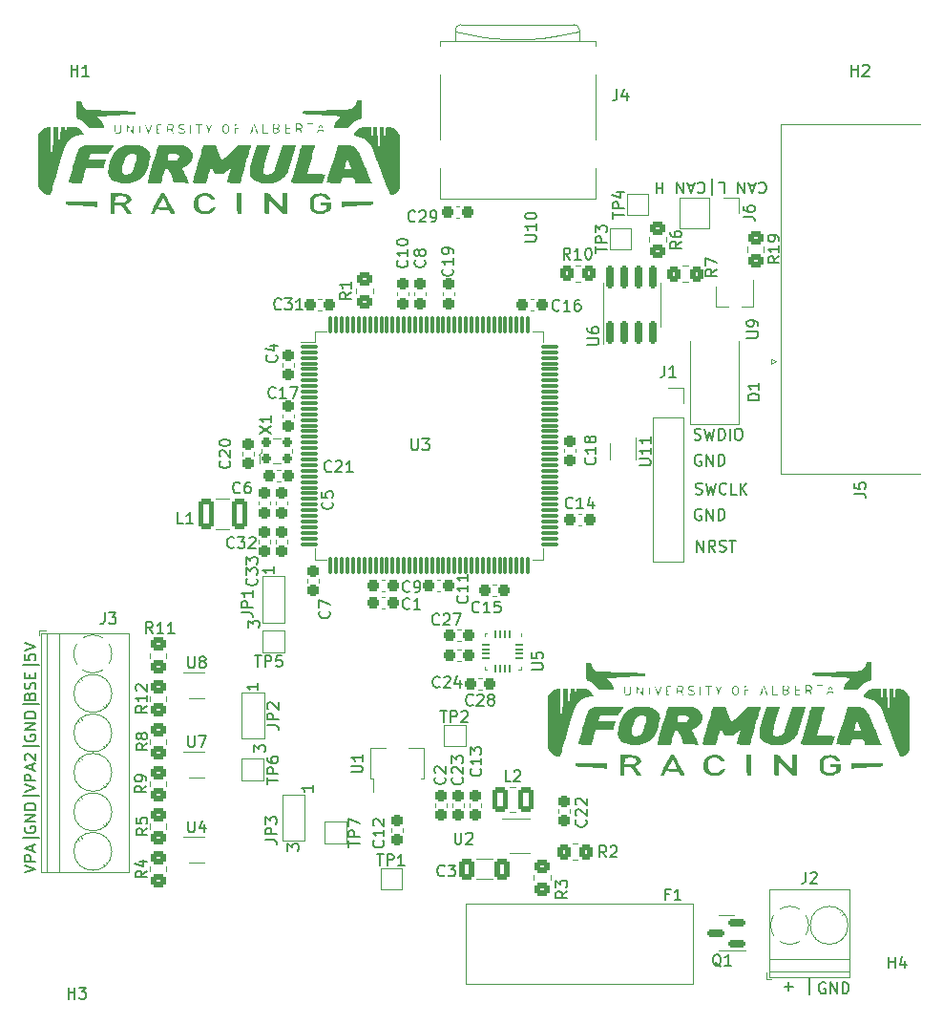
<source format=gto>
G04 #@! TF.GenerationSoftware,KiCad,Pcbnew,(6.0.5)*
G04 #@! TF.CreationDate,2023-02-28T18:46:16-07:00*
G04 #@! TF.ProjectId,EVCU,45564355-2e6b-4696-9361-645f70636258,rev?*
G04 #@! TF.SameCoordinates,Original*
G04 #@! TF.FileFunction,Legend,Top*
G04 #@! TF.FilePolarity,Positive*
%FSLAX46Y46*%
G04 Gerber Fmt 4.6, Leading zero omitted, Abs format (unit mm)*
G04 Created by KiCad (PCBNEW (6.0.5)) date 2023-02-28 18:46:16*
%MOMM*%
%LPD*%
G01*
G04 APERTURE LIST*
G04 Aperture macros list*
%AMRoundRect*
0 Rectangle with rounded corners*
0 $1 Rounding radius*
0 $2 $3 $4 $5 $6 $7 $8 $9 X,Y pos of 4 corners*
0 Add a 4 corners polygon primitive as box body*
4,1,4,$2,$3,$4,$5,$6,$7,$8,$9,$2,$3,0*
0 Add four circle primitives for the rounded corners*
1,1,$1+$1,$2,$3*
1,1,$1+$1,$4,$5*
1,1,$1+$1,$6,$7*
1,1,$1+$1,$8,$9*
0 Add four rect primitives between the rounded corners*
20,1,$1+$1,$2,$3,$4,$5,0*
20,1,$1+$1,$4,$5,$6,$7,0*
20,1,$1+$1,$6,$7,$8,$9,0*
20,1,$1+$1,$8,$9,$2,$3,0*%
%AMFreePoly0*
4,1,14,0.266715,0.088284,0.363284,-0.008285,0.375000,-0.036569,0.375000,-0.060000,0.363284,-0.088284,0.335000,-0.100000,-0.335000,-0.100000,-0.363284,-0.088284,-0.375000,-0.060000,-0.375000,0.060000,-0.363284,0.088284,-0.335000,0.100000,0.238431,0.100000,0.266715,0.088284,0.266715,0.088284,$1*%
%AMFreePoly1*
4,1,14,0.363284,0.088284,0.375000,0.060000,0.375000,0.036569,0.363284,0.008285,0.266715,-0.088284,0.238431,-0.100000,-0.335000,-0.100000,-0.363284,-0.088284,-0.375000,-0.060000,-0.375000,0.060000,-0.363284,0.088284,-0.335000,0.100000,0.335000,0.100000,0.363284,0.088284,0.363284,0.088284,$1*%
%AMFreePoly2*
4,1,14,0.088284,0.363284,0.100000,0.335000,0.100000,-0.335000,0.088284,-0.363284,0.060000,-0.375000,-0.060000,-0.375000,-0.088284,-0.363284,-0.100000,-0.335000,-0.100000,0.238431,-0.088284,0.266715,0.008285,0.363284,0.036569,0.375000,0.060000,0.375000,0.088284,0.363284,0.088284,0.363284,$1*%
%AMFreePoly3*
4,1,14,-0.008285,0.363284,0.088284,0.266715,0.100000,0.238431,0.100000,-0.335000,0.088284,-0.363284,0.060000,-0.375000,-0.060000,-0.375000,-0.088284,-0.363284,-0.100000,-0.335000,-0.100000,0.335000,-0.088284,0.363284,-0.060000,0.375000,-0.036569,0.375000,-0.008285,0.363284,-0.008285,0.363284,$1*%
%AMFreePoly4*
4,1,14,0.363284,0.088284,0.375000,0.060000,0.375000,-0.060000,0.363284,-0.088284,0.335000,-0.100000,-0.238431,-0.100000,-0.266715,-0.088284,-0.363284,0.008285,-0.375000,0.036569,-0.375000,0.060000,-0.363284,0.088284,-0.335000,0.100000,0.335000,0.100000,0.363284,0.088284,0.363284,0.088284,$1*%
%AMFreePoly5*
4,1,14,0.363284,0.088284,0.375000,0.060000,0.375000,-0.060000,0.363284,-0.088284,0.335000,-0.100000,-0.335000,-0.100000,-0.363284,-0.088284,-0.375000,-0.060000,-0.375000,-0.036569,-0.363284,-0.008285,-0.266715,0.088284,-0.238431,0.100000,0.335000,0.100000,0.363284,0.088284,0.363284,0.088284,$1*%
%AMFreePoly6*
4,1,14,0.088284,0.363284,0.100000,0.335000,0.100000,-0.238431,0.088284,-0.266715,-0.008285,-0.363284,-0.036569,-0.375000,-0.060000,-0.375000,-0.088284,-0.363284,-0.100000,-0.335000,-0.100000,0.335000,-0.088284,0.363284,-0.060000,0.375000,0.060000,0.375000,0.088284,0.363284,0.088284,0.363284,$1*%
%AMFreePoly7*
4,1,14,0.088284,0.363284,0.100000,0.335000,0.100000,-0.335000,0.088284,-0.363284,0.060000,-0.375000,0.036569,-0.375000,0.008285,-0.363284,-0.088284,-0.266715,-0.100000,-0.238431,-0.100000,0.335000,-0.088284,0.363284,-0.060000,0.375000,0.060000,0.375000,0.088284,0.363284,0.088284,0.363284,$1*%
%AMFreePoly8*
4,1,9,5.362500,-0.866500,1.237500,-0.866500,1.237500,-0.450000,-1.237500,-0.450000,-1.237500,0.450000,1.237500,0.450000,1.237500,0.866500,5.362500,0.866500,5.362500,-0.866500,5.362500,-0.866500,$1*%
G04 Aperture macros list end*
%ADD10C,0.150000*%
%ADD11C,0.120000*%
%ADD12R,1.500000X1.500000*%
%ADD13RoundRect,0.237500X0.237500X-0.300000X0.237500X0.300000X-0.237500X0.300000X-0.237500X-0.300000X0*%
%ADD14R,0.400000X1.500000*%
%ADD15R,1.500000X1.000000*%
%ADD16FreePoly0,270.000000*%
%ADD17RoundRect,0.050000X-0.050000X0.325000X-0.050000X-0.325000X0.050000X-0.325000X0.050000X0.325000X0*%
%ADD18FreePoly1,270.000000*%
%ADD19FreePoly2,270.000000*%
%ADD20RoundRect,0.050000X-0.325000X0.050000X-0.325000X-0.050000X0.325000X-0.050000X0.325000X0.050000X0*%
%ADD21FreePoly3,270.000000*%
%ADD22FreePoly4,270.000000*%
%ADD23FreePoly5,270.000000*%
%ADD24FreePoly6,270.000000*%
%ADD25FreePoly7,270.000000*%
%ADD26RoundRect,0.250001X0.462499X0.849999X-0.462499X0.849999X-0.462499X-0.849999X0.462499X-0.849999X0*%
%ADD27RoundRect,0.237500X0.300000X0.237500X-0.300000X0.237500X-0.300000X-0.237500X0.300000X-0.237500X0*%
%ADD28R,0.900000X2.300000*%
%ADD29FreePoly8,90.000000*%
%ADD30C,3.800000*%
%ADD31RoundRect,0.237500X-0.237500X0.300000X-0.237500X-0.300000X0.237500X-0.300000X0.237500X0.300000X0*%
%ADD32RoundRect,0.250001X-0.462499X-1.074999X0.462499X-1.074999X0.462499X1.074999X-0.462499X1.074999X0*%
%ADD33RoundRect,0.250000X-0.450000X0.350000X-0.450000X-0.350000X0.450000X-0.350000X0.450000X0.350000X0*%
%ADD34R,1.500000X0.400000*%
%ADD35RoundRect,0.250000X0.350000X0.450000X-0.350000X0.450000X-0.350000X-0.450000X0.350000X-0.450000X0*%
%ADD36RoundRect,0.250000X0.412500X0.650000X-0.412500X0.650000X-0.412500X-0.650000X0.412500X-0.650000X0*%
%ADD37R,2.000000X0.650000*%
%ADD38RoundRect,0.250000X-0.350000X-0.450000X0.350000X-0.450000X0.350000X0.450000X-0.350000X0.450000X0*%
%ADD39R,2.400000X2.400000*%
%ADD40C,2.400000*%
%ADD41C,2.235200*%
%ADD42RoundRect,0.075000X-0.662500X-0.075000X0.662500X-0.075000X0.662500X0.075000X-0.662500X0.075000X0*%
%ADD43RoundRect,0.075000X-0.075000X-0.662500X0.075000X-0.662500X0.075000X0.662500X-0.075000X0.662500X0*%
%ADD44RoundRect,0.237500X-0.300000X-0.237500X0.300000X-0.237500X0.300000X0.237500X-0.300000X0.237500X0*%
%ADD45R,1.700000X1.700000*%
%ADD46O,1.700000X1.700000*%
%ADD47RoundRect,0.150000X0.587500X0.150000X-0.587500X0.150000X-0.587500X-0.150000X0.587500X-0.150000X0*%
%ADD48R,2.300000X3.500000*%
%ADD49RoundRect,0.150000X0.150000X-0.825000X0.150000X0.825000X-0.150000X0.825000X-0.150000X-0.825000X0*%
%ADD50R,0.800000X1.500000*%
%ADD51R,1.450000X2.000000*%
%ADD52RoundRect,0.250000X0.450000X-0.350000X0.450000X0.350000X-0.450000X0.350000X-0.450000X-0.350000X0*%
%ADD53C,4.000000*%
%ADD54R,1.600000X1.600000*%
%ADD55C,1.600000*%
%ADD56RoundRect,0.200000X0.250000X-0.200000X0.250000X0.200000X-0.250000X0.200000X-0.250000X-0.200000X0*%
%ADD57R,0.800000X0.900000*%
%ADD58R,0.200000X0.450000*%
%ADD59R,2.800000X0.300000*%
G04 APERTURE END LIST*
D10*
X149637904Y-126614228D02*
X150399809Y-126614228D01*
X150018857Y-126995180D02*
X150018857Y-126233276D01*
X151876000Y-127328514D02*
X151876000Y-125899942D01*
X82205580Y-109376885D02*
X83205580Y-109043552D01*
X82205580Y-108710219D01*
X83205580Y-108376885D02*
X82205580Y-108376885D01*
X82205580Y-107995933D01*
X82253200Y-107900695D01*
X82300819Y-107853076D01*
X82396057Y-107805457D01*
X82538914Y-107805457D01*
X82634152Y-107853076D01*
X82681771Y-107900695D01*
X82729390Y-107995933D01*
X82729390Y-108376885D01*
X82919866Y-107424504D02*
X82919866Y-106948314D01*
X83205580Y-107519742D02*
X82205580Y-107186409D01*
X83205580Y-106853076D01*
X82300819Y-106567361D02*
X82253200Y-106519742D01*
X82205580Y-106424504D01*
X82205580Y-106186409D01*
X82253200Y-106091171D01*
X82300819Y-106043552D01*
X82396057Y-105995933D01*
X82491295Y-105995933D01*
X82634152Y-106043552D01*
X83205580Y-106614980D01*
X83205580Y-105995933D01*
X83538914Y-105329266D02*
X82110342Y-105329266D01*
X82205580Y-116520695D02*
X83205580Y-116187361D01*
X82205580Y-115854028D01*
X83205580Y-115520695D02*
X82205580Y-115520695D01*
X82205580Y-115139742D01*
X82253200Y-115044504D01*
X82300819Y-114996885D01*
X82396057Y-114949266D01*
X82538914Y-114949266D01*
X82634152Y-114996885D01*
X82681771Y-115044504D01*
X82729390Y-115139742D01*
X82729390Y-115520695D01*
X82919866Y-114568314D02*
X82919866Y-114092123D01*
X83205580Y-114663552D02*
X82205580Y-114330219D01*
X83205580Y-113996885D01*
X83538914Y-113425457D02*
X82110342Y-113425457D01*
X141756095Y-82954761D02*
X141898952Y-83002380D01*
X142137047Y-83002380D01*
X142232285Y-82954761D01*
X142279904Y-82907142D01*
X142327523Y-82811904D01*
X142327523Y-82716666D01*
X142279904Y-82621428D01*
X142232285Y-82573809D01*
X142137047Y-82526190D01*
X141946571Y-82478571D01*
X141851333Y-82430952D01*
X141803714Y-82383333D01*
X141756095Y-82288095D01*
X141756095Y-82192857D01*
X141803714Y-82097619D01*
X141851333Y-82050000D01*
X141946571Y-82002380D01*
X142184666Y-82002380D01*
X142327523Y-82050000D01*
X142660857Y-82002380D02*
X142898952Y-83002380D01*
X143089428Y-82288095D01*
X143279904Y-83002380D01*
X143518000Y-82002380D01*
X144470380Y-82907142D02*
X144422761Y-82954761D01*
X144279904Y-83002380D01*
X144184666Y-83002380D01*
X144041809Y-82954761D01*
X143946571Y-82859523D01*
X143898952Y-82764285D01*
X143851333Y-82573809D01*
X143851333Y-82430952D01*
X143898952Y-82240476D01*
X143946571Y-82145238D01*
X144041809Y-82050000D01*
X144184666Y-82002380D01*
X144279904Y-82002380D01*
X144422761Y-82050000D01*
X144470380Y-82097619D01*
X145375142Y-83002380D02*
X144898952Y-83002380D01*
X144898952Y-82002380D01*
X145708476Y-83002380D02*
X145708476Y-82002380D01*
X146279904Y-83002380D02*
X145851333Y-82430952D01*
X146279904Y-82002380D02*
X145708476Y-82573809D01*
X153238295Y-126296800D02*
X153143057Y-126249180D01*
X153000200Y-126249180D01*
X152857342Y-126296800D01*
X152762104Y-126392038D01*
X152714485Y-126487276D01*
X152666866Y-126677752D01*
X152666866Y-126820609D01*
X152714485Y-127011085D01*
X152762104Y-127106323D01*
X152857342Y-127201561D01*
X153000200Y-127249180D01*
X153095438Y-127249180D01*
X153238295Y-127201561D01*
X153285914Y-127153942D01*
X153285914Y-126820609D01*
X153095438Y-126820609D01*
X153714485Y-127249180D02*
X153714485Y-126249180D01*
X154285914Y-127249180D01*
X154285914Y-126249180D01*
X154762104Y-127249180D02*
X154762104Y-126249180D01*
X155000200Y-126249180D01*
X155143057Y-126296800D01*
X155238295Y-126392038D01*
X155285914Y-126487276D01*
X155333533Y-126677752D01*
X155333533Y-126820609D01*
X155285914Y-127011085D01*
X155238295Y-127106323D01*
X155143057Y-127201561D01*
X155000200Y-127249180D01*
X154762104Y-127249180D01*
X141644952Y-78128761D02*
X141787809Y-78176380D01*
X142025904Y-78176380D01*
X142121142Y-78128761D01*
X142168761Y-78081142D01*
X142216380Y-77985904D01*
X142216380Y-77890666D01*
X142168761Y-77795428D01*
X142121142Y-77747809D01*
X142025904Y-77700190D01*
X141835428Y-77652571D01*
X141740190Y-77604952D01*
X141692571Y-77557333D01*
X141644952Y-77462095D01*
X141644952Y-77366857D01*
X141692571Y-77271619D01*
X141740190Y-77224000D01*
X141835428Y-77176380D01*
X142073523Y-77176380D01*
X142216380Y-77224000D01*
X142549714Y-77176380D02*
X142787809Y-78176380D01*
X142978285Y-77462095D01*
X143168761Y-78176380D01*
X143406857Y-77176380D01*
X143787809Y-78176380D02*
X143787809Y-77176380D01*
X144025904Y-77176380D01*
X144168761Y-77224000D01*
X144264000Y-77319238D01*
X144311619Y-77414476D01*
X144359238Y-77604952D01*
X144359238Y-77747809D01*
X144311619Y-77938285D01*
X144264000Y-78033523D01*
X144168761Y-78128761D01*
X144025904Y-78176380D01*
X143787809Y-78176380D01*
X144787809Y-78176380D02*
X144787809Y-77176380D01*
X145454476Y-77176380D02*
X145644952Y-77176380D01*
X145740190Y-77224000D01*
X145835428Y-77319238D01*
X145883047Y-77509714D01*
X145883047Y-77843047D01*
X145835428Y-78033523D01*
X145740190Y-78128761D01*
X145644952Y-78176380D01*
X145454476Y-78176380D01*
X145359238Y-78128761D01*
X145264000Y-78033523D01*
X145216380Y-77843047D01*
X145216380Y-77509714D01*
X145264000Y-77319238D01*
X145359238Y-77224000D01*
X145454476Y-77176380D01*
X147374292Y-55412057D02*
X147421911Y-55364438D01*
X147564769Y-55316819D01*
X147660007Y-55316819D01*
X147802864Y-55364438D01*
X147898102Y-55459676D01*
X147945721Y-55554914D01*
X147993340Y-55745390D01*
X147993340Y-55888247D01*
X147945721Y-56078723D01*
X147898102Y-56173961D01*
X147802864Y-56269200D01*
X147660007Y-56316819D01*
X147564769Y-56316819D01*
X147421911Y-56269200D01*
X147374292Y-56221580D01*
X146993340Y-55602533D02*
X146517150Y-55602533D01*
X147088578Y-55316819D02*
X146755245Y-56316819D01*
X146421911Y-55316819D01*
X146088578Y-55316819D02*
X146088578Y-56316819D01*
X145517150Y-55316819D01*
X145517150Y-56316819D01*
X143802864Y-55316819D02*
X144279054Y-55316819D01*
X144279054Y-56316819D01*
X143231435Y-54983485D02*
X143231435Y-56412057D01*
X141937150Y-55412057D02*
X141984769Y-55364438D01*
X142127626Y-55316819D01*
X142222864Y-55316819D01*
X142365721Y-55364438D01*
X142460959Y-55459676D01*
X142508578Y-55554914D01*
X142556197Y-55745390D01*
X142556197Y-55888247D01*
X142508578Y-56078723D01*
X142460959Y-56173961D01*
X142365721Y-56269200D01*
X142222864Y-56316819D01*
X142127626Y-56316819D01*
X141984769Y-56269200D01*
X141937150Y-56221580D01*
X141556197Y-55602533D02*
X141080007Y-55602533D01*
X141651435Y-55316819D02*
X141318102Y-56316819D01*
X140984769Y-55316819D01*
X140651435Y-55316819D02*
X140651435Y-56316819D01*
X140080007Y-55316819D01*
X140080007Y-56316819D01*
X138841911Y-55316819D02*
X138841911Y-56316819D01*
X138841911Y-55840628D02*
X138270483Y-55840628D01*
X138270483Y-55316819D02*
X138270483Y-56316819D01*
X141867142Y-88082380D02*
X141867142Y-87082380D01*
X142438571Y-88082380D01*
X142438571Y-87082380D01*
X143486190Y-88082380D02*
X143152857Y-87606190D01*
X142914761Y-88082380D02*
X142914761Y-87082380D01*
X143295714Y-87082380D01*
X143390952Y-87130000D01*
X143438571Y-87177619D01*
X143486190Y-87272857D01*
X143486190Y-87415714D01*
X143438571Y-87510952D01*
X143390952Y-87558571D01*
X143295714Y-87606190D01*
X142914761Y-87606190D01*
X143867142Y-88034761D02*
X144010000Y-88082380D01*
X144248095Y-88082380D01*
X144343333Y-88034761D01*
X144390952Y-87987142D01*
X144438571Y-87891904D01*
X144438571Y-87796666D01*
X144390952Y-87701428D01*
X144343333Y-87653809D01*
X144248095Y-87606190D01*
X144057619Y-87558571D01*
X143962380Y-87510952D01*
X143914761Y-87463333D01*
X143867142Y-87368095D01*
X143867142Y-87272857D01*
X143914761Y-87177619D01*
X143962380Y-87130000D01*
X144057619Y-87082380D01*
X144295714Y-87082380D01*
X144438571Y-87130000D01*
X144724285Y-87082380D02*
X145295714Y-87082380D01*
X145010000Y-88082380D02*
X145010000Y-87082380D01*
X142240095Y-84336000D02*
X142144857Y-84288380D01*
X142002000Y-84288380D01*
X141859142Y-84336000D01*
X141763904Y-84431238D01*
X141716285Y-84526476D01*
X141668666Y-84716952D01*
X141668666Y-84859809D01*
X141716285Y-85050285D01*
X141763904Y-85145523D01*
X141859142Y-85240761D01*
X142002000Y-85288380D01*
X142097238Y-85288380D01*
X142240095Y-85240761D01*
X142287714Y-85193142D01*
X142287714Y-84859809D01*
X142097238Y-84859809D01*
X142716285Y-85288380D02*
X142716285Y-84288380D01*
X143287714Y-85288380D01*
X143287714Y-84288380D01*
X143763904Y-85288380D02*
X143763904Y-84288380D01*
X144002000Y-84288380D01*
X144144857Y-84336000D01*
X144240095Y-84431238D01*
X144287714Y-84526476D01*
X144335333Y-84716952D01*
X144335333Y-84859809D01*
X144287714Y-85050285D01*
X144240095Y-85145523D01*
X144144857Y-85240761D01*
X144002000Y-85288380D01*
X143763904Y-85288380D01*
X82205580Y-97193076D02*
X82205580Y-97669266D01*
X82681771Y-97716885D01*
X82634152Y-97669266D01*
X82586533Y-97574028D01*
X82586533Y-97335933D01*
X82634152Y-97240695D01*
X82681771Y-97193076D01*
X82777009Y-97145457D01*
X83015104Y-97145457D01*
X83110342Y-97193076D01*
X83157961Y-97240695D01*
X83205580Y-97335933D01*
X83205580Y-97574028D01*
X83157961Y-97669266D01*
X83110342Y-97716885D01*
X82205580Y-96859742D02*
X83205580Y-96526409D01*
X82205580Y-96193076D01*
X82253200Y-104336695D02*
X82205580Y-104431933D01*
X82205580Y-104574790D01*
X82253200Y-104717647D01*
X82348438Y-104812885D01*
X82443676Y-104860504D01*
X82634152Y-104908123D01*
X82777009Y-104908123D01*
X82967485Y-104860504D01*
X83062723Y-104812885D01*
X83157961Y-104717647D01*
X83205580Y-104574790D01*
X83205580Y-104479552D01*
X83157961Y-104336695D01*
X83110342Y-104289076D01*
X82777009Y-104289076D01*
X82777009Y-104479552D01*
X83205580Y-103860504D02*
X82205580Y-103860504D01*
X83205580Y-103289076D01*
X82205580Y-103289076D01*
X83205580Y-102812885D02*
X82205580Y-102812885D01*
X82205580Y-102574790D01*
X82253200Y-102431933D01*
X82348438Y-102336695D01*
X82443676Y-102289076D01*
X82634152Y-102241457D01*
X82777009Y-102241457D01*
X82967485Y-102289076D01*
X83062723Y-102336695D01*
X83157961Y-102431933D01*
X83205580Y-102574790D01*
X83205580Y-102812885D01*
X83538914Y-101574790D02*
X82110342Y-101574790D01*
X82253200Y-112464695D02*
X82205580Y-112559933D01*
X82205580Y-112702790D01*
X82253200Y-112845647D01*
X82348438Y-112940885D01*
X82443676Y-112988504D01*
X82634152Y-113036123D01*
X82777009Y-113036123D01*
X82967485Y-112988504D01*
X83062723Y-112940885D01*
X83157961Y-112845647D01*
X83205580Y-112702790D01*
X83205580Y-112607552D01*
X83157961Y-112464695D01*
X83110342Y-112417076D01*
X82777009Y-112417076D01*
X82777009Y-112607552D01*
X83205580Y-111988504D02*
X82205580Y-111988504D01*
X83205580Y-111417076D01*
X82205580Y-111417076D01*
X83205580Y-110940885D02*
X82205580Y-110940885D01*
X82205580Y-110702790D01*
X82253200Y-110559933D01*
X82348438Y-110464695D01*
X82443676Y-110417076D01*
X82634152Y-110369457D01*
X82777009Y-110369457D01*
X82967485Y-110417076D01*
X83062723Y-110464695D01*
X83157961Y-110559933D01*
X83205580Y-110702790D01*
X83205580Y-110940885D01*
X83538914Y-109702790D02*
X82110342Y-109702790D01*
X82681771Y-100875933D02*
X82729390Y-100733076D01*
X82777009Y-100685457D01*
X82872247Y-100637838D01*
X83015104Y-100637838D01*
X83110342Y-100685457D01*
X83157961Y-100733076D01*
X83205580Y-100828314D01*
X83205580Y-101209266D01*
X82205580Y-101209266D01*
X82205580Y-100875933D01*
X82253200Y-100780695D01*
X82300819Y-100733076D01*
X82396057Y-100685457D01*
X82491295Y-100685457D01*
X82586533Y-100733076D01*
X82634152Y-100780695D01*
X82681771Y-100875933D01*
X82681771Y-101209266D01*
X83157961Y-100256885D02*
X83205580Y-100114028D01*
X83205580Y-99875933D01*
X83157961Y-99780695D01*
X83110342Y-99733076D01*
X83015104Y-99685457D01*
X82919866Y-99685457D01*
X82824628Y-99733076D01*
X82777009Y-99780695D01*
X82729390Y-99875933D01*
X82681771Y-100066409D01*
X82634152Y-100161647D01*
X82586533Y-100209266D01*
X82491295Y-100256885D01*
X82396057Y-100256885D01*
X82300819Y-100209266D01*
X82253200Y-100161647D01*
X82205580Y-100066409D01*
X82205580Y-99828314D01*
X82253200Y-99685457D01*
X82681771Y-99256885D02*
X82681771Y-98923552D01*
X83205580Y-98780695D02*
X83205580Y-99256885D01*
X82205580Y-99256885D01*
X82205580Y-98780695D01*
X83538914Y-98114028D02*
X82110342Y-98114028D01*
X142240095Y-79510000D02*
X142144857Y-79462380D01*
X142002000Y-79462380D01*
X141859142Y-79510000D01*
X141763904Y-79605238D01*
X141716285Y-79700476D01*
X141668666Y-79890952D01*
X141668666Y-80033809D01*
X141716285Y-80224285D01*
X141763904Y-80319523D01*
X141859142Y-80414761D01*
X142002000Y-80462380D01*
X142097238Y-80462380D01*
X142240095Y-80414761D01*
X142287714Y-80367142D01*
X142287714Y-80033809D01*
X142097238Y-80033809D01*
X142716285Y-80462380D02*
X142716285Y-79462380D01*
X143287714Y-80462380D01*
X143287714Y-79462380D01*
X143763904Y-80462380D02*
X143763904Y-79462380D01*
X144002000Y-79462380D01*
X144144857Y-79510000D01*
X144240095Y-79605238D01*
X144287714Y-79700476D01*
X144335333Y-79890952D01*
X144335333Y-80033809D01*
X144287714Y-80224285D01*
X144240095Y-80319523D01*
X144144857Y-80414761D01*
X144002000Y-80462380D01*
X143763904Y-80462380D01*
X134383911Y-58555104D02*
X134383911Y-57983676D01*
X135383911Y-58269390D02*
X134383911Y-58269390D01*
X135383911Y-57650342D02*
X134383911Y-57650342D01*
X134383911Y-57269390D01*
X134431531Y-57174152D01*
X134479150Y-57126533D01*
X134574388Y-57078914D01*
X134717245Y-57078914D01*
X134812483Y-57126533D01*
X134860102Y-57174152D01*
X134907721Y-57269390D01*
X134907721Y-57650342D01*
X134717245Y-56221771D02*
X135383911Y-56221771D01*
X134336292Y-56459866D02*
X135050578Y-56697961D01*
X135050578Y-56078914D01*
X132859911Y-61603104D02*
X132859911Y-61031676D01*
X133859911Y-61317390D02*
X132859911Y-61317390D01*
X133859911Y-60698342D02*
X132859911Y-60698342D01*
X132859911Y-60317390D01*
X132907531Y-60222152D01*
X132955150Y-60174533D01*
X133050388Y-60126914D01*
X133193245Y-60126914D01*
X133288483Y-60174533D01*
X133336102Y-60222152D01*
X133383721Y-60317390D01*
X133383721Y-60698342D01*
X132859911Y-59793580D02*
X132859911Y-59174533D01*
X133240864Y-59507866D01*
X133240864Y-59365009D01*
X133288483Y-59269771D01*
X133336102Y-59222152D01*
X133431340Y-59174533D01*
X133669435Y-59174533D01*
X133764673Y-59222152D01*
X133812292Y-59269771D01*
X133859911Y-59365009D01*
X133859911Y-59650723D01*
X133812292Y-59745961D01*
X133764673Y-59793580D01*
X131986342Y-111841724D02*
X132033961Y-111889343D01*
X132081580Y-112032200D01*
X132081580Y-112127438D01*
X132033961Y-112270295D01*
X131938723Y-112365533D01*
X131843485Y-112413152D01*
X131653009Y-112460771D01*
X131510152Y-112460771D01*
X131319676Y-112413152D01*
X131224438Y-112365533D01*
X131129200Y-112270295D01*
X131081580Y-112127438D01*
X131081580Y-112032200D01*
X131129200Y-111889343D01*
X131176819Y-111841724D01*
X131176819Y-111460771D02*
X131129200Y-111413152D01*
X131081580Y-111317914D01*
X131081580Y-111079819D01*
X131129200Y-110984581D01*
X131176819Y-110936962D01*
X131272057Y-110889343D01*
X131367295Y-110889343D01*
X131510152Y-110936962D01*
X132081580Y-111508390D01*
X132081580Y-110889343D01*
X131176819Y-110508390D02*
X131129200Y-110460771D01*
X131081580Y-110365533D01*
X131081580Y-110127438D01*
X131129200Y-110032200D01*
X131176819Y-109984581D01*
X131272057Y-109936962D01*
X131367295Y-109936962D01*
X131510152Y-109984581D01*
X132081580Y-110556009D01*
X132081580Y-109936962D01*
X136758180Y-80435295D02*
X137567704Y-80435295D01*
X137662942Y-80387676D01*
X137710561Y-80340057D01*
X137758180Y-80244819D01*
X137758180Y-80054342D01*
X137710561Y-79959104D01*
X137662942Y-79911485D01*
X137567704Y-79863866D01*
X136758180Y-79863866D01*
X137758180Y-78863866D02*
X137758180Y-79435295D01*
X137758180Y-79149580D02*
X136758180Y-79149580D01*
X136901038Y-79244819D01*
X136996276Y-79340057D01*
X137043895Y-79435295D01*
X137758180Y-77911485D02*
X137758180Y-78482914D01*
X137758180Y-78197200D02*
X136758180Y-78197200D01*
X136901038Y-78292438D01*
X136996276Y-78387676D01*
X137043895Y-78482914D01*
X101458780Y-93492533D02*
X102173066Y-93492533D01*
X102315923Y-93540152D01*
X102411161Y-93635390D01*
X102458780Y-93778247D01*
X102458780Y-93873485D01*
X102458780Y-93016342D02*
X101458780Y-93016342D01*
X101458780Y-92635390D01*
X101506400Y-92540152D01*
X101554019Y-92492533D01*
X101649257Y-92444914D01*
X101792114Y-92444914D01*
X101887352Y-92492533D01*
X101934971Y-92540152D01*
X101982590Y-92635390D01*
X101982590Y-93016342D01*
X102458780Y-91492533D02*
X102458780Y-92063961D01*
X102458780Y-91778247D02*
X101458780Y-91778247D01*
X101601638Y-91873485D01*
X101696876Y-91968723D01*
X101744495Y-92063961D01*
X102068380Y-94795933D02*
X102068380Y-94176885D01*
X102449333Y-94510219D01*
X102449333Y-94367361D01*
X102496952Y-94272123D01*
X102544571Y-94224504D01*
X102639809Y-94176885D01*
X102877904Y-94176885D01*
X102973142Y-94224504D01*
X103020761Y-94272123D01*
X103068380Y-94367361D01*
X103068380Y-94653076D01*
X103020761Y-94748314D01*
X102973142Y-94795933D01*
X104338380Y-89417885D02*
X104338380Y-89989314D01*
X104338380Y-89703600D02*
X103338380Y-89703600D01*
X103481238Y-89798838D01*
X103576476Y-89894076D01*
X103624095Y-89989314D01*
X120143542Y-63025257D02*
X120191161Y-63072876D01*
X120238780Y-63215733D01*
X120238780Y-63310971D01*
X120191161Y-63453828D01*
X120095923Y-63549066D01*
X120000685Y-63596685D01*
X119810209Y-63644304D01*
X119667352Y-63644304D01*
X119476876Y-63596685D01*
X119381638Y-63549066D01*
X119286400Y-63453828D01*
X119238780Y-63310971D01*
X119238780Y-63215733D01*
X119286400Y-63072876D01*
X119334019Y-63025257D01*
X120238780Y-62072876D02*
X120238780Y-62644304D01*
X120238780Y-62358590D02*
X119238780Y-62358590D01*
X119381638Y-62453828D01*
X119476876Y-62549066D01*
X119524495Y-62644304D01*
X120238780Y-61596685D02*
X120238780Y-61406209D01*
X120191161Y-61310971D01*
X120143542Y-61263352D01*
X120000685Y-61168114D01*
X119810209Y-61120495D01*
X119429257Y-61120495D01*
X119334019Y-61168114D01*
X119286400Y-61215733D01*
X119238780Y-61310971D01*
X119238780Y-61501447D01*
X119286400Y-61596685D01*
X119334019Y-61644304D01*
X119429257Y-61691923D01*
X119667352Y-61691923D01*
X119762590Y-61644304D01*
X119810209Y-61596685D01*
X119857828Y-61501447D01*
X119857828Y-61310971D01*
X119810209Y-61215733D01*
X119762590Y-61168114D01*
X119667352Y-61120495D01*
X127214380Y-98551904D02*
X128023904Y-98551904D01*
X128119142Y-98504285D01*
X128166761Y-98456666D01*
X128214380Y-98361428D01*
X128214380Y-98170952D01*
X128166761Y-98075714D01*
X128119142Y-98028095D01*
X128023904Y-97980476D01*
X127214380Y-97980476D01*
X127214380Y-97028095D02*
X127214380Y-97504285D01*
X127690571Y-97551904D01*
X127642952Y-97504285D01*
X127595333Y-97409047D01*
X127595333Y-97170952D01*
X127642952Y-97075714D01*
X127690571Y-97028095D01*
X127785809Y-96980476D01*
X128023904Y-96980476D01*
X128119142Y-97028095D01*
X128166761Y-97075714D01*
X128214380Y-97170952D01*
X128214380Y-97409047D01*
X128166761Y-97504285D01*
X128119142Y-97551904D01*
X125366533Y-108456980D02*
X124890342Y-108456980D01*
X124890342Y-107456980D01*
X125652247Y-107552219D02*
X125699866Y-107504600D01*
X125795104Y-107456980D01*
X126033200Y-107456980D01*
X126128438Y-107504600D01*
X126176057Y-107552219D01*
X126223676Y-107647457D01*
X126223676Y-107742695D01*
X126176057Y-107885552D01*
X125604628Y-108456980D01*
X126223676Y-108456980D01*
X121997542Y-101625342D02*
X121949923Y-101672961D01*
X121807066Y-101720580D01*
X121711828Y-101720580D01*
X121568971Y-101672961D01*
X121473733Y-101577723D01*
X121426114Y-101482485D01*
X121378495Y-101292009D01*
X121378495Y-101149152D01*
X121426114Y-100958676D01*
X121473733Y-100863438D01*
X121568971Y-100768200D01*
X121711828Y-100720580D01*
X121807066Y-100720580D01*
X121949923Y-100768200D01*
X121997542Y-100815819D01*
X122378495Y-100815819D02*
X122426114Y-100768200D01*
X122521352Y-100720580D01*
X122759447Y-100720580D01*
X122854685Y-100768200D01*
X122902304Y-100815819D01*
X122949923Y-100911057D01*
X122949923Y-101006295D01*
X122902304Y-101149152D01*
X122330876Y-101720580D01*
X122949923Y-101720580D01*
X123521352Y-101149152D02*
X123426114Y-101101533D01*
X123378495Y-101053914D01*
X123330876Y-100958676D01*
X123330876Y-100911057D01*
X123378495Y-100815819D01*
X123426114Y-100768200D01*
X123521352Y-100720580D01*
X123711828Y-100720580D01*
X123807066Y-100768200D01*
X123854685Y-100815819D01*
X123902304Y-100911057D01*
X123902304Y-100958676D01*
X123854685Y-101053914D01*
X123807066Y-101101533D01*
X123711828Y-101149152D01*
X123521352Y-101149152D01*
X123426114Y-101196771D01*
X123378495Y-101244390D01*
X123330876Y-101339628D01*
X123330876Y-101530104D01*
X123378495Y-101625342D01*
X123426114Y-101672961D01*
X123521352Y-101720580D01*
X123711828Y-101720580D01*
X123807066Y-101672961D01*
X123854685Y-101625342D01*
X123902304Y-101530104D01*
X123902304Y-101339628D01*
X123854685Y-101244390D01*
X123807066Y-101196771D01*
X123711828Y-101149152D01*
X111217580Y-107624504D02*
X112027104Y-107624504D01*
X112122342Y-107576885D01*
X112169961Y-107529266D01*
X112217580Y-107434028D01*
X112217580Y-107243552D01*
X112169961Y-107148314D01*
X112122342Y-107100695D01*
X112027104Y-107053076D01*
X111217580Y-107053076D01*
X112217580Y-106053076D02*
X112217580Y-106624504D01*
X112217580Y-106338790D02*
X111217580Y-106338790D01*
X111360438Y-106434028D01*
X111455676Y-106529266D01*
X111503295Y-106624504D01*
X110958380Y-114241104D02*
X110958380Y-113669676D01*
X111958380Y-113955390D02*
X110958380Y-113955390D01*
X111958380Y-113336342D02*
X110958380Y-113336342D01*
X110958380Y-112955390D01*
X111006000Y-112860152D01*
X111053619Y-112812533D01*
X111148857Y-112764914D01*
X111291714Y-112764914D01*
X111386952Y-112812533D01*
X111434571Y-112860152D01*
X111482190Y-112955390D01*
X111482190Y-113336342D01*
X110958380Y-112431580D02*
X110958380Y-111764914D01*
X111958380Y-112193485D01*
X86360095Y-45918380D02*
X86360095Y-44918380D01*
X86360095Y-45394571D02*
X86931523Y-45394571D01*
X86931523Y-45918380D02*
X86931523Y-44918380D01*
X87931523Y-45918380D02*
X87360095Y-45918380D01*
X87645809Y-45918380D02*
X87645809Y-44918380D01*
X87550571Y-45061238D01*
X87455333Y-45156476D01*
X87360095Y-45204095D01*
X114022142Y-113672857D02*
X114069761Y-113720476D01*
X114117380Y-113863333D01*
X114117380Y-113958571D01*
X114069761Y-114101428D01*
X113974523Y-114196666D01*
X113879285Y-114244285D01*
X113688809Y-114291904D01*
X113545952Y-114291904D01*
X113355476Y-114244285D01*
X113260238Y-114196666D01*
X113165000Y-114101428D01*
X113117380Y-113958571D01*
X113117380Y-113863333D01*
X113165000Y-113720476D01*
X113212619Y-113672857D01*
X114117380Y-112720476D02*
X114117380Y-113291904D01*
X114117380Y-113006190D02*
X113117380Y-113006190D01*
X113260238Y-113101428D01*
X113355476Y-113196666D01*
X113403095Y-113291904D01*
X113212619Y-112339523D02*
X113165000Y-112291904D01*
X113117380Y-112196666D01*
X113117380Y-111958571D01*
X113165000Y-111863333D01*
X113212619Y-111815714D01*
X113307857Y-111768095D01*
X113403095Y-111768095D01*
X113545952Y-111815714D01*
X114117380Y-112387142D01*
X114117380Y-111768095D01*
X155575095Y-45918380D02*
X155575095Y-44918380D01*
X155575095Y-45394571D02*
X156146523Y-45394571D01*
X156146523Y-45918380D02*
X156146523Y-44918380D01*
X156575095Y-45013619D02*
X156622714Y-44966000D01*
X156717952Y-44918380D01*
X156956047Y-44918380D01*
X157051285Y-44966000D01*
X157098904Y-45013619D01*
X157146523Y-45108857D01*
X157146523Y-45204095D01*
X157098904Y-45346952D01*
X156527476Y-45918380D01*
X157146523Y-45918380D01*
X96302533Y-85593180D02*
X95826342Y-85593180D01*
X95826342Y-84593180D01*
X97159676Y-85593180D02*
X96588247Y-85593180D01*
X96873961Y-85593180D02*
X96873961Y-84593180D01*
X96778723Y-84736038D01*
X96683485Y-84831276D01*
X96588247Y-84878895D01*
X132818142Y-79738457D02*
X132865761Y-79786076D01*
X132913380Y-79928933D01*
X132913380Y-80024171D01*
X132865761Y-80167028D01*
X132770523Y-80262266D01*
X132675285Y-80309885D01*
X132484809Y-80357504D01*
X132341952Y-80357504D01*
X132151476Y-80309885D01*
X132056238Y-80262266D01*
X131961000Y-80167028D01*
X131913380Y-80024171D01*
X131913380Y-79928933D01*
X131961000Y-79786076D01*
X132008619Y-79738457D01*
X132913380Y-78786076D02*
X132913380Y-79357504D01*
X132913380Y-79071790D02*
X131913380Y-79071790D01*
X132056238Y-79167028D01*
X132151476Y-79262266D01*
X132199095Y-79357504D01*
X132341952Y-78214647D02*
X132294333Y-78309885D01*
X132246714Y-78357504D01*
X132151476Y-78405123D01*
X132103857Y-78405123D01*
X132008619Y-78357504D01*
X131961000Y-78309885D01*
X131913380Y-78214647D01*
X131913380Y-78024171D01*
X131961000Y-77928933D01*
X132008619Y-77881314D01*
X132103857Y-77833695D01*
X132151476Y-77833695D01*
X132246714Y-77881314D01*
X132294333Y-77928933D01*
X132341952Y-78024171D01*
X132341952Y-78214647D01*
X132389571Y-78309885D01*
X132437190Y-78357504D01*
X132532428Y-78405123D01*
X132722904Y-78405123D01*
X132818142Y-78357504D01*
X132865761Y-78309885D01*
X132913380Y-78214647D01*
X132913380Y-78024171D01*
X132865761Y-77928933D01*
X132818142Y-77881314D01*
X132722904Y-77833695D01*
X132532428Y-77833695D01*
X132437190Y-77881314D01*
X132389571Y-77928933D01*
X132341952Y-78024171D01*
X104979542Y-66540342D02*
X104931923Y-66587961D01*
X104789066Y-66635580D01*
X104693828Y-66635580D01*
X104550971Y-66587961D01*
X104455733Y-66492723D01*
X104408114Y-66397485D01*
X104360495Y-66207009D01*
X104360495Y-66064152D01*
X104408114Y-65873676D01*
X104455733Y-65778438D01*
X104550971Y-65683200D01*
X104693828Y-65635580D01*
X104789066Y-65635580D01*
X104931923Y-65683200D01*
X104979542Y-65730819D01*
X105312876Y-65635580D02*
X105931923Y-65635580D01*
X105598590Y-66016533D01*
X105741447Y-66016533D01*
X105836685Y-66064152D01*
X105884304Y-66111771D01*
X105931923Y-66207009D01*
X105931923Y-66445104D01*
X105884304Y-66540342D01*
X105836685Y-66587961D01*
X105741447Y-66635580D01*
X105455733Y-66635580D01*
X105360495Y-66587961D01*
X105312876Y-66540342D01*
X106884304Y-66635580D02*
X106312876Y-66635580D01*
X106598590Y-66635580D02*
X106598590Y-65635580D01*
X106503352Y-65778438D01*
X106408114Y-65873676D01*
X106312876Y-65921295D01*
X93009980Y-108827866D02*
X92533790Y-109161200D01*
X93009980Y-109399295D02*
X92009980Y-109399295D01*
X92009980Y-109018342D01*
X92057600Y-108923104D01*
X92105219Y-108875485D01*
X92200457Y-108827866D01*
X92343314Y-108827866D01*
X92438552Y-108875485D01*
X92486171Y-108923104D01*
X92533790Y-109018342D01*
X92533790Y-109399295D01*
X93009980Y-108351676D02*
X93009980Y-108161200D01*
X92962361Y-108065961D01*
X92914742Y-108018342D01*
X92771885Y-107923104D01*
X92581409Y-107875485D01*
X92200457Y-107875485D01*
X92105219Y-107923104D01*
X92057600Y-107970723D01*
X92009980Y-108065961D01*
X92009980Y-108256438D01*
X92057600Y-108351676D01*
X92105219Y-108399295D01*
X92200457Y-108446914D01*
X92438552Y-108446914D01*
X92533790Y-108399295D01*
X92581409Y-108351676D01*
X92629028Y-108256438D01*
X92629028Y-108065961D01*
X92581409Y-107970723D01*
X92533790Y-107923104D01*
X92438552Y-107875485D01*
X96723295Y-97375980D02*
X96723295Y-98185504D01*
X96770914Y-98280742D01*
X96818533Y-98328361D01*
X96913771Y-98375980D01*
X97104247Y-98375980D01*
X97199485Y-98328361D01*
X97247104Y-98280742D01*
X97294723Y-98185504D01*
X97294723Y-97375980D01*
X97913771Y-97804552D02*
X97818533Y-97756933D01*
X97770914Y-97709314D01*
X97723295Y-97614076D01*
X97723295Y-97566457D01*
X97770914Y-97471219D01*
X97818533Y-97423600D01*
X97913771Y-97375980D01*
X98104247Y-97375980D01*
X98199485Y-97423600D01*
X98247104Y-97471219D01*
X98294723Y-97566457D01*
X98294723Y-97614076D01*
X98247104Y-97709314D01*
X98199485Y-97756933D01*
X98104247Y-97804552D01*
X97913771Y-97804552D01*
X97818533Y-97852171D01*
X97770914Y-97899790D01*
X97723295Y-97995028D01*
X97723295Y-98185504D01*
X97770914Y-98280742D01*
X97818533Y-98328361D01*
X97913771Y-98375980D01*
X98104247Y-98375980D01*
X98199485Y-98328361D01*
X98247104Y-98280742D01*
X98294723Y-98185504D01*
X98294723Y-97995028D01*
X98247104Y-97899790D01*
X98199485Y-97852171D01*
X98104247Y-97804552D01*
X117705142Y-62244266D02*
X117752761Y-62291885D01*
X117800380Y-62434742D01*
X117800380Y-62529980D01*
X117752761Y-62672838D01*
X117657523Y-62768076D01*
X117562285Y-62815695D01*
X117371809Y-62863314D01*
X117228952Y-62863314D01*
X117038476Y-62815695D01*
X116943238Y-62768076D01*
X116848000Y-62672838D01*
X116800380Y-62529980D01*
X116800380Y-62434742D01*
X116848000Y-62291885D01*
X116895619Y-62244266D01*
X117228952Y-61672838D02*
X117181333Y-61768076D01*
X117133714Y-61815695D01*
X117038476Y-61863314D01*
X116990857Y-61863314D01*
X116895619Y-61815695D01*
X116848000Y-61768076D01*
X116800380Y-61672838D01*
X116800380Y-61482361D01*
X116848000Y-61387123D01*
X116895619Y-61339504D01*
X116990857Y-61291885D01*
X117038476Y-61291885D01*
X117133714Y-61339504D01*
X117181333Y-61387123D01*
X117228952Y-61482361D01*
X117228952Y-61672838D01*
X117276571Y-61768076D01*
X117324190Y-61815695D01*
X117419428Y-61863314D01*
X117609904Y-61863314D01*
X117705142Y-61815695D01*
X117752761Y-61768076D01*
X117800380Y-61672838D01*
X117800380Y-61482361D01*
X117752761Y-61387123D01*
X117705142Y-61339504D01*
X117609904Y-61291885D01*
X117419428Y-61291885D01*
X117324190Y-61339504D01*
X117276571Y-61387123D01*
X117228952Y-61482361D01*
X133821941Y-115150636D02*
X133488608Y-114674446D01*
X133250512Y-115150636D02*
X133250512Y-114150636D01*
X133631465Y-114150636D01*
X133726703Y-114198256D01*
X133774322Y-114245875D01*
X133821941Y-114341113D01*
X133821941Y-114483970D01*
X133774322Y-114579208D01*
X133726703Y-114626827D01*
X133631465Y-114674446D01*
X133250512Y-114674446D01*
X134202893Y-114245875D02*
X134250512Y-114198256D01*
X134345750Y-114150636D01*
X134583846Y-114150636D01*
X134679084Y-114198256D01*
X134726703Y-114245875D01*
X134774322Y-114341113D01*
X134774322Y-114436351D01*
X134726703Y-114579208D01*
X134155274Y-115150636D01*
X134774322Y-115150636D01*
X103731980Y-103449333D02*
X104446266Y-103449333D01*
X104589123Y-103496952D01*
X104684361Y-103592190D01*
X104731980Y-103735047D01*
X104731980Y-103830285D01*
X104731980Y-102973142D02*
X103731980Y-102973142D01*
X103731980Y-102592190D01*
X103779600Y-102496952D01*
X103827219Y-102449333D01*
X103922457Y-102401714D01*
X104065314Y-102401714D01*
X104160552Y-102449333D01*
X104208171Y-102496952D01*
X104255790Y-102592190D01*
X104255790Y-102973142D01*
X103827219Y-102020761D02*
X103779600Y-101973142D01*
X103731980Y-101877904D01*
X103731980Y-101639809D01*
X103779600Y-101544571D01*
X103827219Y-101496952D01*
X103922457Y-101449333D01*
X104017695Y-101449333D01*
X104160552Y-101496952D01*
X104731980Y-102068380D01*
X104731980Y-101449333D01*
X102566980Y-105844933D02*
X102566980Y-105225885D01*
X102947933Y-105559219D01*
X102947933Y-105416361D01*
X102995552Y-105321123D01*
X103043171Y-105273504D01*
X103138409Y-105225885D01*
X103376504Y-105225885D01*
X103471742Y-105273504D01*
X103519361Y-105321123D01*
X103566980Y-105416361D01*
X103566980Y-105702076D01*
X103519361Y-105797314D01*
X103471742Y-105844933D01*
X102931980Y-99730285D02*
X102931980Y-100301714D01*
X102931980Y-100016000D02*
X101931980Y-100016000D01*
X102074838Y-100111238D01*
X102170076Y-100206476D01*
X102217695Y-100301714D01*
X119467333Y-116761542D02*
X119419714Y-116809161D01*
X119276857Y-116856780D01*
X119181619Y-116856780D01*
X119038761Y-116809161D01*
X118943523Y-116713923D01*
X118895904Y-116618685D01*
X118848285Y-116428209D01*
X118848285Y-116285352D01*
X118895904Y-116094876D01*
X118943523Y-115999638D01*
X119038761Y-115904400D01*
X119181619Y-115856780D01*
X119276857Y-115856780D01*
X119419714Y-115904400D01*
X119467333Y-115952019D01*
X119800666Y-115856780D02*
X120419714Y-115856780D01*
X120086380Y-116237733D01*
X120229238Y-116237733D01*
X120324476Y-116285352D01*
X120372095Y-116332971D01*
X120419714Y-116428209D01*
X120419714Y-116666304D01*
X120372095Y-116761542D01*
X120324476Y-116809161D01*
X120229238Y-116856780D01*
X119943523Y-116856780D01*
X119848285Y-116809161D01*
X119800666Y-116761542D01*
X93111580Y-105068666D02*
X92635390Y-105402000D01*
X93111580Y-105640095D02*
X92111580Y-105640095D01*
X92111580Y-105259142D01*
X92159200Y-105163904D01*
X92206819Y-105116285D01*
X92302057Y-105068666D01*
X92444914Y-105068666D01*
X92540152Y-105116285D01*
X92587771Y-105163904D01*
X92635390Y-105259142D01*
X92635390Y-105640095D01*
X92540152Y-104497238D02*
X92492533Y-104592476D01*
X92444914Y-104640095D01*
X92349676Y-104687714D01*
X92302057Y-104687714D01*
X92206819Y-104640095D01*
X92159200Y-104592476D01*
X92111580Y-104497238D01*
X92111580Y-104306761D01*
X92159200Y-104211523D01*
X92206819Y-104163904D01*
X92302057Y-104116285D01*
X92349676Y-104116285D01*
X92444914Y-104163904D01*
X92492533Y-104211523D01*
X92540152Y-104306761D01*
X92540152Y-104497238D01*
X92587771Y-104592476D01*
X92635390Y-104640095D01*
X92730628Y-104687714D01*
X92921104Y-104687714D01*
X93016342Y-104640095D01*
X93063961Y-104592476D01*
X93111580Y-104497238D01*
X93111580Y-104306761D01*
X93063961Y-104211523D01*
X93016342Y-104163904D01*
X92921104Y-104116285D01*
X92730628Y-104116285D01*
X92635390Y-104163904D01*
X92587771Y-104211523D01*
X92540152Y-104306761D01*
X130621873Y-62169680D02*
X130288540Y-61693490D01*
X130050445Y-62169680D02*
X130050445Y-61169680D01*
X130431397Y-61169680D01*
X130526635Y-61217300D01*
X130574254Y-61264919D01*
X130621873Y-61360157D01*
X130621873Y-61503014D01*
X130574254Y-61598252D01*
X130526635Y-61645871D01*
X130431397Y-61693490D01*
X130050445Y-61693490D01*
X131574254Y-62169680D02*
X131002826Y-62169680D01*
X131288540Y-62169680D02*
X131288540Y-61169680D01*
X131193302Y-61312538D01*
X131098064Y-61407776D01*
X131002826Y-61455395D01*
X132193302Y-61169680D02*
X132288540Y-61169680D01*
X132383778Y-61217300D01*
X132431397Y-61264919D01*
X132479016Y-61360157D01*
X132526635Y-61550633D01*
X132526635Y-61788728D01*
X132479016Y-61979204D01*
X132431397Y-62074442D01*
X132383778Y-62122061D01*
X132288540Y-62169680D01*
X132193302Y-62169680D01*
X132098064Y-62122061D01*
X132050445Y-62074442D01*
X132002826Y-61979204D01*
X131955207Y-61788728D01*
X131955207Y-61550633D01*
X132002826Y-61360157D01*
X132050445Y-61264919D01*
X132098064Y-61217300D01*
X132193302Y-61169680D01*
X120396095Y-112990380D02*
X120396095Y-113799904D01*
X120443714Y-113895142D01*
X120491333Y-113942761D01*
X120586571Y-113990380D01*
X120777047Y-113990380D01*
X120872285Y-113942761D01*
X120919904Y-113895142D01*
X120967523Y-113799904D01*
X120967523Y-112990380D01*
X121396095Y-113085619D02*
X121443714Y-113038000D01*
X121538952Y-112990380D01*
X121777047Y-112990380D01*
X121872285Y-113038000D01*
X121919904Y-113085619D01*
X121967523Y-113180857D01*
X121967523Y-113276095D01*
X121919904Y-113418952D01*
X121348476Y-113990380D01*
X121967523Y-113990380D01*
X93591142Y-95321380D02*
X93257809Y-94845190D01*
X93019714Y-95321380D02*
X93019714Y-94321380D01*
X93400666Y-94321380D01*
X93495904Y-94369000D01*
X93543523Y-94416619D01*
X93591142Y-94511857D01*
X93591142Y-94654714D01*
X93543523Y-94749952D01*
X93495904Y-94797571D01*
X93400666Y-94845190D01*
X93019714Y-94845190D01*
X94543523Y-95321380D02*
X93972095Y-95321380D01*
X94257809Y-95321380D02*
X94257809Y-94321380D01*
X94162571Y-94464238D01*
X94067333Y-94559476D01*
X93972095Y-94607095D01*
X95495904Y-95321380D02*
X94924476Y-95321380D01*
X95210190Y-95321380D02*
X95210190Y-94321380D01*
X95114952Y-94464238D01*
X95019714Y-94559476D01*
X94924476Y-94607095D01*
X122547142Y-93397342D02*
X122499523Y-93444961D01*
X122356666Y-93492580D01*
X122261428Y-93492580D01*
X122118571Y-93444961D01*
X122023333Y-93349723D01*
X121975714Y-93254485D01*
X121928095Y-93064009D01*
X121928095Y-92921152D01*
X121975714Y-92730676D01*
X122023333Y-92635438D01*
X122118571Y-92540200D01*
X122261428Y-92492580D01*
X122356666Y-92492580D01*
X122499523Y-92540200D01*
X122547142Y-92587819D01*
X123499523Y-93492580D02*
X122928095Y-93492580D01*
X123213809Y-93492580D02*
X123213809Y-92492580D01*
X123118571Y-92635438D01*
X123023333Y-92730676D01*
X122928095Y-92778295D01*
X124404285Y-92492580D02*
X123928095Y-92492580D01*
X123880476Y-92968771D01*
X123928095Y-92921152D01*
X124023333Y-92873533D01*
X124261428Y-92873533D01*
X124356666Y-92921152D01*
X124404285Y-92968771D01*
X124451904Y-93064009D01*
X124451904Y-93302104D01*
X124404285Y-93397342D01*
X124356666Y-93444961D01*
X124261428Y-93492580D01*
X124023333Y-93492580D01*
X123928095Y-93444961D01*
X123880476Y-93397342D01*
X102649495Y-97267780D02*
X103220923Y-97267780D01*
X102935209Y-98267780D02*
X102935209Y-97267780D01*
X103554257Y-98267780D02*
X103554257Y-97267780D01*
X103935209Y-97267780D01*
X104030447Y-97315400D01*
X104078066Y-97363019D01*
X104125685Y-97458257D01*
X104125685Y-97601114D01*
X104078066Y-97696352D01*
X104030447Y-97743971D01*
X103935209Y-97791590D01*
X103554257Y-97791590D01*
X105030447Y-97267780D02*
X104554257Y-97267780D01*
X104506638Y-97743971D01*
X104554257Y-97696352D01*
X104649495Y-97648733D01*
X104887590Y-97648733D01*
X104982828Y-97696352D01*
X105030447Y-97743971D01*
X105078066Y-97839209D01*
X105078066Y-98077304D01*
X105030447Y-98172542D01*
X104982828Y-98220161D01*
X104887590Y-98267780D01*
X104649495Y-98267780D01*
X104554257Y-98220161D01*
X104506638Y-98172542D01*
X143635911Y-63047866D02*
X143159721Y-63381200D01*
X143635911Y-63619295D02*
X142635911Y-63619295D01*
X142635911Y-63238342D01*
X142683531Y-63143104D01*
X142731150Y-63095485D01*
X142826388Y-63047866D01*
X142969245Y-63047866D01*
X143064483Y-63095485D01*
X143112102Y-63143104D01*
X143159721Y-63238342D01*
X143159721Y-63619295D01*
X142635911Y-62714533D02*
X142635911Y-62047866D01*
X143635911Y-62476438D01*
X96723295Y-104386380D02*
X96723295Y-105195904D01*
X96770914Y-105291142D01*
X96818533Y-105338761D01*
X96913771Y-105386380D01*
X97104247Y-105386380D01*
X97199485Y-105338761D01*
X97247104Y-105291142D01*
X97294723Y-105195904D01*
X97294723Y-104386380D01*
X97675676Y-104386380D02*
X98342342Y-104386380D01*
X97913771Y-105386380D01*
X116377733Y-91568542D02*
X116330114Y-91616161D01*
X116187257Y-91663780D01*
X116092019Y-91663780D01*
X115949161Y-91616161D01*
X115853923Y-91520923D01*
X115806304Y-91425685D01*
X115758685Y-91235209D01*
X115758685Y-91092352D01*
X115806304Y-90901876D01*
X115853923Y-90806638D01*
X115949161Y-90711400D01*
X116092019Y-90663780D01*
X116187257Y-90663780D01*
X116330114Y-90711400D01*
X116377733Y-90759019D01*
X116853923Y-91663780D02*
X117044400Y-91663780D01*
X117139638Y-91616161D01*
X117187257Y-91568542D01*
X117282495Y-91425685D01*
X117330114Y-91235209D01*
X117330114Y-90854257D01*
X117282495Y-90759019D01*
X117234876Y-90711400D01*
X117139638Y-90663780D01*
X116949161Y-90663780D01*
X116853923Y-90711400D01*
X116806304Y-90759019D01*
X116758685Y-90854257D01*
X116758685Y-91092352D01*
X116806304Y-91187590D01*
X116853923Y-91235209D01*
X116949161Y-91282828D01*
X117139638Y-91282828D01*
X117234876Y-91235209D01*
X117282495Y-91187590D01*
X117330114Y-91092352D01*
X103592380Y-113609333D02*
X104306666Y-113609333D01*
X104449523Y-113656952D01*
X104544761Y-113752190D01*
X104592380Y-113895047D01*
X104592380Y-113990285D01*
X104592380Y-113133142D02*
X103592380Y-113133142D01*
X103592380Y-112752190D01*
X103640000Y-112656952D01*
X103687619Y-112609333D01*
X103782857Y-112561714D01*
X103925714Y-112561714D01*
X104020952Y-112609333D01*
X104068571Y-112656952D01*
X104116190Y-112752190D01*
X104116190Y-113133142D01*
X103592380Y-112228380D02*
X103592380Y-111609333D01*
X103973333Y-111942666D01*
X103973333Y-111799809D01*
X104020952Y-111704571D01*
X104068571Y-111656952D01*
X104163809Y-111609333D01*
X104401904Y-111609333D01*
X104497142Y-111656952D01*
X104544761Y-111704571D01*
X104592380Y-111799809D01*
X104592380Y-112085523D01*
X104544761Y-112180761D01*
X104497142Y-112228380D01*
X107792780Y-108772685D02*
X107792780Y-109344114D01*
X107792780Y-109058400D02*
X106792780Y-109058400D01*
X106935638Y-109153638D01*
X107030876Y-109248876D01*
X107078495Y-109344114D01*
X105538780Y-114591733D02*
X105538780Y-113972685D01*
X105919733Y-114306019D01*
X105919733Y-114163161D01*
X105967352Y-114067923D01*
X106014971Y-114020304D01*
X106110209Y-113972685D01*
X106348304Y-113972685D01*
X106443542Y-114020304D01*
X106491161Y-114067923D01*
X106538780Y-114163161D01*
X106538780Y-114448876D01*
X106491161Y-114544114D01*
X106443542Y-114591733D01*
X151507866Y-116486980D02*
X151507866Y-117201266D01*
X151460247Y-117344123D01*
X151365009Y-117439361D01*
X151222152Y-117486980D01*
X151126914Y-117486980D01*
X151936438Y-116582219D02*
X151984057Y-116534600D01*
X152079295Y-116486980D01*
X152317390Y-116486980D01*
X152412628Y-116534600D01*
X152460247Y-116582219D01*
X152507866Y-116677457D01*
X152507866Y-116772695D01*
X152460247Y-116915552D01*
X151888819Y-117486980D01*
X152507866Y-117486980D01*
X113495295Y-114898380D02*
X114066723Y-114898380D01*
X113781009Y-115898380D02*
X113781009Y-114898380D01*
X114400057Y-115898380D02*
X114400057Y-114898380D01*
X114781009Y-114898380D01*
X114876247Y-114946000D01*
X114923866Y-114993619D01*
X114971485Y-115088857D01*
X114971485Y-115231714D01*
X114923866Y-115326952D01*
X114876247Y-115374571D01*
X114781009Y-115422190D01*
X114400057Y-115422190D01*
X115923866Y-115898380D02*
X115352438Y-115898380D01*
X115638152Y-115898380D02*
X115638152Y-114898380D01*
X115542914Y-115041238D01*
X115447676Y-115136476D01*
X115352438Y-115184095D01*
X116377733Y-93092542D02*
X116330114Y-93140161D01*
X116187257Y-93187780D01*
X116092019Y-93187780D01*
X115949161Y-93140161D01*
X115853923Y-93044923D01*
X115806304Y-92949685D01*
X115758685Y-92759209D01*
X115758685Y-92616352D01*
X115806304Y-92425876D01*
X115853923Y-92330638D01*
X115949161Y-92235400D01*
X116092019Y-92187780D01*
X116187257Y-92187780D01*
X116330114Y-92235400D01*
X116377733Y-92283019D01*
X117330114Y-93187780D02*
X116758685Y-93187780D01*
X117044400Y-93187780D02*
X117044400Y-92187780D01*
X116949161Y-92330638D01*
X116853923Y-92425876D01*
X116758685Y-92473495D01*
X121473542Y-92005557D02*
X121521161Y-92053176D01*
X121568780Y-92196033D01*
X121568780Y-92291271D01*
X121521161Y-92434128D01*
X121425923Y-92529366D01*
X121330685Y-92576985D01*
X121140209Y-92624604D01*
X120997352Y-92624604D01*
X120806876Y-92576985D01*
X120711638Y-92529366D01*
X120616400Y-92434128D01*
X120568780Y-92291271D01*
X120568780Y-92196033D01*
X120616400Y-92053176D01*
X120664019Y-92005557D01*
X121568780Y-91053176D02*
X121568780Y-91624604D01*
X121568780Y-91338890D02*
X120568780Y-91338890D01*
X120711638Y-91434128D01*
X120806876Y-91529366D01*
X120854495Y-91624604D01*
X121568780Y-90100795D02*
X121568780Y-90672223D01*
X121568780Y-90386509D02*
X120568780Y-90386509D01*
X120711638Y-90481747D01*
X120806876Y-90576985D01*
X120854495Y-90672223D01*
X139388858Y-118448315D02*
X139055525Y-118448315D01*
X139055525Y-118972124D02*
X139055525Y-117972124D01*
X139531715Y-117972124D01*
X140436477Y-118972124D02*
X139865049Y-118972124D01*
X140150763Y-118972124D02*
X140150763Y-117972124D01*
X140055525Y-118114982D01*
X139960287Y-118210220D01*
X139865049Y-118257839D01*
X116544495Y-78081580D02*
X116544495Y-78891104D01*
X116592114Y-78986342D01*
X116639733Y-79033961D01*
X116734971Y-79081580D01*
X116925447Y-79081580D01*
X117020685Y-79033961D01*
X117068304Y-78986342D01*
X117115923Y-78891104D01*
X117115923Y-78081580D01*
X117496876Y-78081580D02*
X118115923Y-78081580D01*
X117782590Y-78462533D01*
X117925447Y-78462533D01*
X118020685Y-78510152D01*
X118068304Y-78557771D01*
X118115923Y-78653009D01*
X118115923Y-78891104D01*
X118068304Y-78986342D01*
X118020685Y-79033961D01*
X117925447Y-79081580D01*
X117639733Y-79081580D01*
X117544495Y-79033961D01*
X117496876Y-78986342D01*
X116139542Y-62263257D02*
X116187161Y-62310876D01*
X116234780Y-62453733D01*
X116234780Y-62548971D01*
X116187161Y-62691828D01*
X116091923Y-62787066D01*
X115996685Y-62834685D01*
X115806209Y-62882304D01*
X115663352Y-62882304D01*
X115472876Y-62834685D01*
X115377638Y-62787066D01*
X115282400Y-62691828D01*
X115234780Y-62548971D01*
X115234780Y-62453733D01*
X115282400Y-62310876D01*
X115330019Y-62263257D01*
X116234780Y-61310876D02*
X116234780Y-61882304D01*
X116234780Y-61596590D02*
X115234780Y-61596590D01*
X115377638Y-61691828D01*
X115472876Y-61787066D01*
X115520495Y-61882304D01*
X115234780Y-60691828D02*
X115234780Y-60596590D01*
X115282400Y-60501352D01*
X115330019Y-60453733D01*
X115425257Y-60406114D01*
X115615733Y-60358495D01*
X115853828Y-60358495D01*
X116044304Y-60406114D01*
X116139542Y-60453733D01*
X116187161Y-60501352D01*
X116234780Y-60596590D01*
X116234780Y-60691828D01*
X116187161Y-60787066D01*
X116139542Y-60834685D01*
X116044304Y-60882304D01*
X115853828Y-60929923D01*
X115615733Y-60929923D01*
X115425257Y-60882304D01*
X115330019Y-60834685D01*
X115282400Y-60787066D01*
X115234780Y-60691828D01*
X130827542Y-84169542D02*
X130779923Y-84217161D01*
X130637066Y-84264780D01*
X130541828Y-84264780D01*
X130398971Y-84217161D01*
X130303733Y-84121923D01*
X130256114Y-84026685D01*
X130208495Y-83836209D01*
X130208495Y-83693352D01*
X130256114Y-83502876D01*
X130303733Y-83407638D01*
X130398971Y-83312400D01*
X130541828Y-83264780D01*
X130637066Y-83264780D01*
X130779923Y-83312400D01*
X130827542Y-83360019D01*
X131779923Y-84264780D02*
X131208495Y-84264780D01*
X131494209Y-84264780D02*
X131494209Y-83264780D01*
X131398971Y-83407638D01*
X131303733Y-83502876D01*
X131208495Y-83550495D01*
X132637066Y-83598114D02*
X132637066Y-84264780D01*
X132398971Y-83217161D02*
X132160876Y-83931447D01*
X132779923Y-83931447D01*
X145986911Y-58388533D02*
X146701197Y-58388533D01*
X146844054Y-58436152D01*
X146939292Y-58531390D01*
X146986911Y-58674247D01*
X146986911Y-58769485D01*
X145986911Y-57483771D02*
X145986911Y-57674247D01*
X146034531Y-57769485D01*
X146082150Y-57817104D01*
X146225007Y-57912342D01*
X146415483Y-57959961D01*
X146796435Y-57959961D01*
X146891673Y-57912342D01*
X146939292Y-57864723D01*
X146986911Y-57769485D01*
X146986911Y-57579009D01*
X146939292Y-57483771D01*
X146891673Y-57436152D01*
X146796435Y-57388533D01*
X146558340Y-57388533D01*
X146463102Y-57436152D01*
X146415483Y-57483771D01*
X146367864Y-57579009D01*
X146367864Y-57769485D01*
X146415483Y-57864723D01*
X146463102Y-57912342D01*
X146558340Y-57959961D01*
X143998961Y-124855219D02*
X143903723Y-124807600D01*
X143808485Y-124712361D01*
X143665628Y-124569504D01*
X143570390Y-124521885D01*
X143475152Y-124521885D01*
X143522771Y-124759980D02*
X143427533Y-124712361D01*
X143332295Y-124617123D01*
X143284676Y-124426647D01*
X143284676Y-124093314D01*
X143332295Y-123902838D01*
X143427533Y-123807600D01*
X143522771Y-123759980D01*
X143713247Y-123759980D01*
X143808485Y-123807600D01*
X143903723Y-123902838D01*
X143951342Y-124093314D01*
X143951342Y-124426647D01*
X143903723Y-124617123D01*
X143808485Y-124712361D01*
X143713247Y-124759980D01*
X143522771Y-124759980D01*
X144903723Y-124759980D02*
X144332295Y-124759980D01*
X144618009Y-124759980D02*
X144618009Y-123759980D01*
X144522771Y-123902838D01*
X144427533Y-123998076D01*
X144332295Y-124045695D01*
X119007342Y-94480342D02*
X118959723Y-94527961D01*
X118816866Y-94575580D01*
X118721628Y-94575580D01*
X118578771Y-94527961D01*
X118483533Y-94432723D01*
X118435914Y-94337485D01*
X118388295Y-94147009D01*
X118388295Y-94004152D01*
X118435914Y-93813676D01*
X118483533Y-93718438D01*
X118578771Y-93623200D01*
X118721628Y-93575580D01*
X118816866Y-93575580D01*
X118959723Y-93623200D01*
X119007342Y-93670819D01*
X119388295Y-93670819D02*
X119435914Y-93623200D01*
X119531152Y-93575580D01*
X119769247Y-93575580D01*
X119864485Y-93623200D01*
X119912104Y-93670819D01*
X119959723Y-93766057D01*
X119959723Y-93861295D01*
X119912104Y-94004152D01*
X119340676Y-94575580D01*
X119959723Y-94575580D01*
X120293057Y-93575580D02*
X120959723Y-93575580D01*
X120531152Y-94575580D01*
X138985666Y-71586980D02*
X138985666Y-72301266D01*
X138938047Y-72444123D01*
X138842809Y-72539361D01*
X138699952Y-72586980D01*
X138604714Y-72586980D01*
X139985666Y-72586980D02*
X139414238Y-72586980D01*
X139699952Y-72586980D02*
X139699952Y-71586980D01*
X139604714Y-71729838D01*
X139509476Y-71825076D01*
X139414238Y-71872695D01*
X93060780Y-101734857D02*
X92584590Y-102068190D01*
X93060780Y-102306285D02*
X92060780Y-102306285D01*
X92060780Y-101925333D01*
X92108400Y-101830095D01*
X92156019Y-101782476D01*
X92251257Y-101734857D01*
X92394114Y-101734857D01*
X92489352Y-101782476D01*
X92536971Y-101830095D01*
X92584590Y-101925333D01*
X92584590Y-102306285D01*
X93060780Y-100782476D02*
X93060780Y-101353904D01*
X93060780Y-101068190D02*
X92060780Y-101068190D01*
X92203638Y-101163428D01*
X92298876Y-101258666D01*
X92346495Y-101353904D01*
X92156019Y-100401523D02*
X92108400Y-100353904D01*
X92060780Y-100258666D01*
X92060780Y-100020571D01*
X92108400Y-99925333D01*
X92156019Y-99877714D01*
X92251257Y-99830095D01*
X92346495Y-99830095D01*
X92489352Y-99877714D01*
X93060780Y-100449142D01*
X93060780Y-99830095D01*
X96723295Y-111955580D02*
X96723295Y-112765104D01*
X96770914Y-112860342D01*
X96818533Y-112907961D01*
X96913771Y-112955580D01*
X97104247Y-112955580D01*
X97199485Y-112907961D01*
X97247104Y-112860342D01*
X97294723Y-112765104D01*
X97294723Y-111955580D01*
X98199485Y-112288914D02*
X98199485Y-112955580D01*
X97961390Y-111907961D02*
X97723295Y-112622247D01*
X98342342Y-112622247D01*
X149168380Y-61907657D02*
X148692190Y-62240990D01*
X149168380Y-62479085D02*
X148168380Y-62479085D01*
X148168380Y-62098133D01*
X148216000Y-62002895D01*
X148263619Y-61955276D01*
X148358857Y-61907657D01*
X148501714Y-61907657D01*
X148596952Y-61955276D01*
X148644571Y-62002895D01*
X148692190Y-62098133D01*
X148692190Y-62479085D01*
X149168380Y-60955276D02*
X149168380Y-61526704D01*
X149168380Y-61240990D02*
X148168380Y-61240990D01*
X148311238Y-61336228D01*
X148406476Y-61431466D01*
X148454095Y-61526704D01*
X149168380Y-60479085D02*
X149168380Y-60288609D01*
X149120761Y-60193371D01*
X149073142Y-60145752D01*
X148930285Y-60050514D01*
X148739809Y-60002895D01*
X148358857Y-60002895D01*
X148263619Y-60050514D01*
X148216000Y-60098133D01*
X148168380Y-60193371D01*
X148168380Y-60383847D01*
X148216000Y-60479085D01*
X148263619Y-60526704D01*
X148358857Y-60574323D01*
X148596952Y-60574323D01*
X148692190Y-60526704D01*
X148739809Y-60479085D01*
X148787428Y-60383847D01*
X148787428Y-60193371D01*
X148739809Y-60098133D01*
X148692190Y-60050514D01*
X148596952Y-60002895D01*
X158851695Y-124988580D02*
X158851695Y-123988580D01*
X158851695Y-124464771D02*
X159423123Y-124464771D01*
X159423123Y-124988580D02*
X159423123Y-123988580D01*
X160327885Y-124321914D02*
X160327885Y-124988580D01*
X160089790Y-123940961D02*
X159851695Y-124655247D01*
X160470742Y-124655247D01*
X116857542Y-58751742D02*
X116809923Y-58799361D01*
X116667066Y-58846980D01*
X116571828Y-58846980D01*
X116428971Y-58799361D01*
X116333733Y-58704123D01*
X116286114Y-58608885D01*
X116238495Y-58418409D01*
X116238495Y-58275552D01*
X116286114Y-58085076D01*
X116333733Y-57989838D01*
X116428971Y-57894600D01*
X116571828Y-57846980D01*
X116667066Y-57846980D01*
X116809923Y-57894600D01*
X116857542Y-57942219D01*
X117238495Y-57942219D02*
X117286114Y-57894600D01*
X117381352Y-57846980D01*
X117619447Y-57846980D01*
X117714685Y-57894600D01*
X117762304Y-57942219D01*
X117809923Y-58037457D01*
X117809923Y-58132695D01*
X117762304Y-58275552D01*
X117190876Y-58846980D01*
X117809923Y-58846980D01*
X118286114Y-58846980D02*
X118476590Y-58846980D01*
X118571828Y-58799361D01*
X118619447Y-58751742D01*
X118714685Y-58608885D01*
X118762304Y-58418409D01*
X118762304Y-58037457D01*
X118714685Y-57942219D01*
X118667066Y-57894600D01*
X118571828Y-57846980D01*
X118381352Y-57846980D01*
X118286114Y-57894600D01*
X118238495Y-57942219D01*
X118190876Y-58037457D01*
X118190876Y-58275552D01*
X118238495Y-58370790D01*
X118286114Y-58418409D01*
X118381352Y-58466028D01*
X118571828Y-58466028D01*
X118667066Y-58418409D01*
X118714685Y-58370790D01*
X118762304Y-58275552D01*
X119479934Y-108065866D02*
X119527553Y-108113485D01*
X119575172Y-108256342D01*
X119575172Y-108351580D01*
X119527553Y-108494438D01*
X119432315Y-108589676D01*
X119337077Y-108637295D01*
X119146601Y-108684914D01*
X119003744Y-108684914D01*
X118813268Y-108637295D01*
X118718030Y-108589676D01*
X118622792Y-108494438D01*
X118575172Y-108351580D01*
X118575172Y-108256342D01*
X118622792Y-108113485D01*
X118670411Y-108065866D01*
X118670411Y-107684914D02*
X118622792Y-107637295D01*
X118575172Y-107542057D01*
X118575172Y-107303961D01*
X118622792Y-107208723D01*
X118670411Y-107161104D01*
X118765649Y-107113485D01*
X118860887Y-107113485D01*
X119003744Y-107161104D01*
X119575172Y-107732533D01*
X119575172Y-107113485D01*
X121022534Y-108081057D02*
X121070153Y-108128676D01*
X121117772Y-108271533D01*
X121117772Y-108366771D01*
X121070153Y-108509628D01*
X120974915Y-108604866D01*
X120879677Y-108652485D01*
X120689201Y-108700104D01*
X120546344Y-108700104D01*
X120355868Y-108652485D01*
X120260630Y-108604866D01*
X120165392Y-108509628D01*
X120117772Y-108366771D01*
X120117772Y-108271533D01*
X120165392Y-108128676D01*
X120213011Y-108081057D01*
X120213011Y-107700104D02*
X120165392Y-107652485D01*
X120117772Y-107557247D01*
X120117772Y-107319152D01*
X120165392Y-107223914D01*
X120213011Y-107176295D01*
X120308249Y-107128676D01*
X120403487Y-107128676D01*
X120546344Y-107176295D01*
X121117772Y-107747723D01*
X121117772Y-107128676D01*
X120117772Y-106795342D02*
X120117772Y-106176295D01*
X120498725Y-106509628D01*
X120498725Y-106366771D01*
X120546344Y-106271533D01*
X120593963Y-106223914D01*
X120689201Y-106176295D01*
X120927296Y-106176295D01*
X121022534Y-106223914D01*
X121070153Y-106271533D01*
X121117772Y-106366771D01*
X121117772Y-106652485D01*
X121070153Y-106747723D01*
X121022534Y-106795342D01*
X89328666Y-93483180D02*
X89328666Y-94197466D01*
X89281047Y-94340323D01*
X89185809Y-94435561D01*
X89042952Y-94483180D01*
X88947714Y-94483180D01*
X89709619Y-93483180D02*
X90328666Y-93483180D01*
X89995333Y-93864133D01*
X90138190Y-93864133D01*
X90233428Y-93911752D01*
X90281047Y-93959371D01*
X90328666Y-94054609D01*
X90328666Y-94292704D01*
X90281047Y-94387942D01*
X90233428Y-94435561D01*
X90138190Y-94483180D01*
X89852476Y-94483180D01*
X89757238Y-94435561D01*
X89709619Y-94387942D01*
X103719380Y-108653104D02*
X103719380Y-108081676D01*
X104719380Y-108367390D02*
X103719380Y-108367390D01*
X104719380Y-107748342D02*
X103719380Y-107748342D01*
X103719380Y-107367390D01*
X103767000Y-107272152D01*
X103814619Y-107224533D01*
X103909857Y-107176914D01*
X104052714Y-107176914D01*
X104147952Y-107224533D01*
X104195571Y-107272152D01*
X104243190Y-107367390D01*
X104243190Y-107748342D01*
X103719380Y-106319771D02*
X103719380Y-106510247D01*
X103767000Y-106605485D01*
X103814619Y-106653104D01*
X103957476Y-106748342D01*
X104147952Y-106795961D01*
X104528904Y-106795961D01*
X104624142Y-106748342D01*
X104671761Y-106700723D01*
X104719380Y-106605485D01*
X104719380Y-106415009D01*
X104671761Y-106319771D01*
X104624142Y-106272152D01*
X104528904Y-106224533D01*
X104290809Y-106224533D01*
X104195571Y-106272152D01*
X104147952Y-106319771D01*
X104100333Y-106415009D01*
X104100333Y-106605485D01*
X104147952Y-106700723D01*
X104195571Y-106748342D01*
X104290809Y-106795961D01*
X147391380Y-74652095D02*
X146391380Y-74652095D01*
X146391380Y-74414000D01*
X146439000Y-74271142D01*
X146534238Y-74175904D01*
X146629476Y-74128285D01*
X146819952Y-74080666D01*
X146962809Y-74080666D01*
X147153285Y-74128285D01*
X147248523Y-74175904D01*
X147343761Y-74271142D01*
X147391380Y-74414000D01*
X147391380Y-74652095D01*
X147391380Y-73128285D02*
X147391380Y-73699714D01*
X147391380Y-73414000D02*
X146391380Y-73414000D01*
X146534238Y-73509238D01*
X146629476Y-73604476D01*
X146677095Y-73699714D01*
X102786142Y-90466457D02*
X102833761Y-90514076D01*
X102881380Y-90656933D01*
X102881380Y-90752171D01*
X102833761Y-90895028D01*
X102738523Y-90990266D01*
X102643285Y-91037885D01*
X102452809Y-91085504D01*
X102309952Y-91085504D01*
X102119476Y-91037885D01*
X102024238Y-90990266D01*
X101929000Y-90895028D01*
X101881380Y-90752171D01*
X101881380Y-90656933D01*
X101929000Y-90514076D01*
X101976619Y-90466457D01*
X101881380Y-90133123D02*
X101881380Y-89514076D01*
X102262333Y-89847409D01*
X102262333Y-89704552D01*
X102309952Y-89609314D01*
X102357571Y-89561695D01*
X102452809Y-89514076D01*
X102690904Y-89514076D01*
X102786142Y-89561695D01*
X102833761Y-89609314D01*
X102881380Y-89704552D01*
X102881380Y-89990266D01*
X102833761Y-90085504D01*
X102786142Y-90133123D01*
X101881380Y-89180742D02*
X101881380Y-88561695D01*
X102262333Y-88895028D01*
X102262333Y-88752171D01*
X102309952Y-88656933D01*
X102357571Y-88609314D01*
X102452809Y-88561695D01*
X102690904Y-88561695D01*
X102786142Y-88609314D01*
X102833761Y-88656933D01*
X102881380Y-88752171D01*
X102881380Y-89037885D01*
X102833761Y-89133123D01*
X102786142Y-89180742D01*
X104471542Y-74372742D02*
X104423923Y-74420361D01*
X104281066Y-74467980D01*
X104185828Y-74467980D01*
X104042971Y-74420361D01*
X103947733Y-74325123D01*
X103900114Y-74229885D01*
X103852495Y-74039409D01*
X103852495Y-73896552D01*
X103900114Y-73706076D01*
X103947733Y-73610838D01*
X104042971Y-73515600D01*
X104185828Y-73467980D01*
X104281066Y-73467980D01*
X104423923Y-73515600D01*
X104471542Y-73563219D01*
X105423923Y-74467980D02*
X104852495Y-74467980D01*
X105138209Y-74467980D02*
X105138209Y-73467980D01*
X105042971Y-73610838D01*
X104947733Y-73706076D01*
X104852495Y-73753695D01*
X105757257Y-73467980D02*
X106423923Y-73467980D01*
X105995352Y-74467980D01*
X119108695Y-102198380D02*
X119680123Y-102198380D01*
X119394409Y-103198380D02*
X119394409Y-102198380D01*
X120013457Y-103198380D02*
X120013457Y-102198380D01*
X120394409Y-102198380D01*
X120489647Y-102246000D01*
X120537266Y-102293619D01*
X120584885Y-102388857D01*
X120584885Y-102531714D01*
X120537266Y-102626952D01*
X120489647Y-102674571D01*
X120394409Y-102722190D01*
X120013457Y-102722190D01*
X120965838Y-102293619D02*
X121013457Y-102246000D01*
X121108695Y-102198380D01*
X121346790Y-102198380D01*
X121442028Y-102246000D01*
X121489647Y-102293619D01*
X121537266Y-102388857D01*
X121537266Y-102484095D01*
X121489647Y-102626952D01*
X120918219Y-103198380D01*
X121537266Y-103198380D01*
X109440742Y-80925942D02*
X109393123Y-80973561D01*
X109250266Y-81021180D01*
X109155028Y-81021180D01*
X109012171Y-80973561D01*
X108916933Y-80878323D01*
X108869314Y-80783085D01*
X108821695Y-80592609D01*
X108821695Y-80449752D01*
X108869314Y-80259276D01*
X108916933Y-80164038D01*
X109012171Y-80068800D01*
X109155028Y-80021180D01*
X109250266Y-80021180D01*
X109393123Y-80068800D01*
X109440742Y-80116419D01*
X109821695Y-80116419D02*
X109869314Y-80068800D01*
X109964552Y-80021180D01*
X110202647Y-80021180D01*
X110297885Y-80068800D01*
X110345504Y-80116419D01*
X110393123Y-80211657D01*
X110393123Y-80306895D01*
X110345504Y-80449752D01*
X109774076Y-81021180D01*
X110393123Y-81021180D01*
X111345504Y-81021180D02*
X110774076Y-81021180D01*
X111059790Y-81021180D02*
X111059790Y-80021180D01*
X110964552Y-80164038D01*
X110869314Y-80259276D01*
X110774076Y-80306895D01*
X109475542Y-83681866D02*
X109523161Y-83729485D01*
X109570780Y-83872342D01*
X109570780Y-83967580D01*
X109523161Y-84110438D01*
X109427923Y-84205676D01*
X109332685Y-84253295D01*
X109142209Y-84300914D01*
X108999352Y-84300914D01*
X108808876Y-84253295D01*
X108713638Y-84205676D01*
X108618400Y-84110438D01*
X108570780Y-83967580D01*
X108570780Y-83872342D01*
X108618400Y-83729485D01*
X108666019Y-83681866D01*
X108570780Y-82777104D02*
X108570780Y-83253295D01*
X109046971Y-83300914D01*
X108999352Y-83253295D01*
X108951733Y-83158057D01*
X108951733Y-82919961D01*
X108999352Y-82824723D01*
X109046971Y-82777104D01*
X109142209Y-82729485D01*
X109380304Y-82729485D01*
X109475542Y-82777104D01*
X109523161Y-82824723D01*
X109570780Y-82919961D01*
X109570780Y-83158057D01*
X109523161Y-83253295D01*
X109475542Y-83300914D01*
X132139511Y-69718204D02*
X132949035Y-69718204D01*
X133044273Y-69670585D01*
X133091892Y-69622966D01*
X133139511Y-69527728D01*
X133139511Y-69337252D01*
X133091892Y-69242014D01*
X133044273Y-69194395D01*
X132949035Y-69146776D01*
X132139511Y-69146776D01*
X132139511Y-68242014D02*
X132139511Y-68432490D01*
X132187131Y-68527728D01*
X132234750Y-68575347D01*
X132377607Y-68670585D01*
X132568083Y-68718204D01*
X132949035Y-68718204D01*
X133044273Y-68670585D01*
X133091892Y-68622966D01*
X133139511Y-68527728D01*
X133139511Y-68337252D01*
X133091892Y-68242014D01*
X133044273Y-68194395D01*
X132949035Y-68146776D01*
X132710940Y-68146776D01*
X132615702Y-68194395D01*
X132568083Y-68242014D01*
X132520464Y-68337252D01*
X132520464Y-68527728D01*
X132568083Y-68622966D01*
X132615702Y-68670585D01*
X132710940Y-68718204D01*
X134753066Y-47093580D02*
X134753066Y-47807866D01*
X134705447Y-47950723D01*
X134610209Y-48045961D01*
X134467352Y-48093580D01*
X134372114Y-48093580D01*
X135657828Y-47426914D02*
X135657828Y-48093580D01*
X135419733Y-47045961D02*
X135181638Y-47760247D01*
X135800685Y-47760247D01*
X119041942Y-100026742D02*
X118994323Y-100074361D01*
X118851466Y-100121980D01*
X118756228Y-100121980D01*
X118613371Y-100074361D01*
X118518133Y-99979123D01*
X118470514Y-99883885D01*
X118422895Y-99693409D01*
X118422895Y-99550552D01*
X118470514Y-99360076D01*
X118518133Y-99264838D01*
X118613371Y-99169600D01*
X118756228Y-99121980D01*
X118851466Y-99121980D01*
X118994323Y-99169600D01*
X119041942Y-99217219D01*
X119422895Y-99217219D02*
X119470514Y-99169600D01*
X119565752Y-99121980D01*
X119803847Y-99121980D01*
X119899085Y-99169600D01*
X119946704Y-99217219D01*
X119994323Y-99312457D01*
X119994323Y-99407695D01*
X119946704Y-99550552D01*
X119375276Y-100121980D01*
X119994323Y-100121980D01*
X120851466Y-99455314D02*
X120851466Y-100121980D01*
X120613371Y-99074361D02*
X120375276Y-99788647D01*
X120994323Y-99788647D01*
X104549542Y-70667866D02*
X104597161Y-70715485D01*
X104644780Y-70858342D01*
X104644780Y-70953580D01*
X104597161Y-71096438D01*
X104501923Y-71191676D01*
X104406685Y-71239295D01*
X104216209Y-71286914D01*
X104073352Y-71286914D01*
X103882876Y-71239295D01*
X103787638Y-71191676D01*
X103692400Y-71096438D01*
X103644780Y-70953580D01*
X103644780Y-70858342D01*
X103692400Y-70715485D01*
X103740019Y-70667866D01*
X103978114Y-69810723D02*
X104644780Y-69810723D01*
X103597161Y-70048819D02*
X104311447Y-70286914D01*
X104311447Y-69667866D01*
X93060780Y-116371666D02*
X92584590Y-116705000D01*
X93060780Y-116943095D02*
X92060780Y-116943095D01*
X92060780Y-116562142D01*
X92108400Y-116466904D01*
X92156019Y-116419285D01*
X92251257Y-116371666D01*
X92394114Y-116371666D01*
X92489352Y-116419285D01*
X92536971Y-116466904D01*
X92584590Y-116562142D01*
X92584590Y-116943095D01*
X92394114Y-115514523D02*
X93060780Y-115514523D01*
X92013161Y-115752619D02*
X92727447Y-115990714D01*
X92727447Y-115371666D01*
X111181180Y-65105266D02*
X110704990Y-65438600D01*
X111181180Y-65676695D02*
X110181180Y-65676695D01*
X110181180Y-65295742D01*
X110228800Y-65200504D01*
X110276419Y-65152885D01*
X110371657Y-65105266D01*
X110514514Y-65105266D01*
X110609752Y-65152885D01*
X110657371Y-65200504D01*
X110704990Y-65295742D01*
X110704990Y-65676695D01*
X111181180Y-64152885D02*
X111181180Y-64724314D01*
X111181180Y-64438600D02*
X110181180Y-64438600D01*
X110324038Y-64533838D01*
X110419276Y-64629076D01*
X110466895Y-64724314D01*
X100804742Y-87682342D02*
X100757123Y-87729961D01*
X100614266Y-87777580D01*
X100519028Y-87777580D01*
X100376171Y-87729961D01*
X100280933Y-87634723D01*
X100233314Y-87539485D01*
X100185695Y-87349009D01*
X100185695Y-87206152D01*
X100233314Y-87015676D01*
X100280933Y-86920438D01*
X100376171Y-86825200D01*
X100519028Y-86777580D01*
X100614266Y-86777580D01*
X100757123Y-86825200D01*
X100804742Y-86872819D01*
X101138076Y-86777580D02*
X101757123Y-86777580D01*
X101423790Y-87158533D01*
X101566647Y-87158533D01*
X101661885Y-87206152D01*
X101709504Y-87253771D01*
X101757123Y-87349009D01*
X101757123Y-87587104D01*
X101709504Y-87682342D01*
X101661885Y-87729961D01*
X101566647Y-87777580D01*
X101280933Y-87777580D01*
X101185695Y-87729961D01*
X101138076Y-87682342D01*
X102138076Y-86872819D02*
X102185695Y-86825200D01*
X102280933Y-86777580D01*
X102519028Y-86777580D01*
X102614266Y-86825200D01*
X102661885Y-86872819D01*
X102709504Y-86968057D01*
X102709504Y-87063295D01*
X102661885Y-87206152D01*
X102090457Y-87777580D01*
X102709504Y-87777580D01*
X109221542Y-93359266D02*
X109269161Y-93406885D01*
X109316780Y-93549742D01*
X109316780Y-93644980D01*
X109269161Y-93787838D01*
X109173923Y-93883076D01*
X109078685Y-93930695D01*
X108888209Y-93978314D01*
X108745352Y-93978314D01*
X108554876Y-93930695D01*
X108459638Y-93883076D01*
X108364400Y-93787838D01*
X108316780Y-93644980D01*
X108316780Y-93549742D01*
X108364400Y-93406885D01*
X108412019Y-93359266D01*
X108316780Y-93025933D02*
X108316780Y-92359266D01*
X109316780Y-92787838D01*
X155834249Y-82937733D02*
X156548535Y-82937733D01*
X156691392Y-82985352D01*
X156786630Y-83080590D01*
X156834249Y-83223447D01*
X156834249Y-83318685D01*
X155834249Y-81985352D02*
X155834249Y-82461542D01*
X156310440Y-82509161D01*
X156262821Y-82461542D01*
X156215202Y-82366304D01*
X156215202Y-82128209D01*
X156262821Y-82032971D01*
X156310440Y-81985352D01*
X156405678Y-81937733D01*
X156643773Y-81937733D01*
X156739011Y-81985352D01*
X156786630Y-82032971D01*
X156834249Y-82128209D01*
X156834249Y-82366304D01*
X156786630Y-82461542D01*
X156739011Y-82509161D01*
X101331733Y-82805542D02*
X101284114Y-82853161D01*
X101141257Y-82900780D01*
X101046019Y-82900780D01*
X100903161Y-82853161D01*
X100807923Y-82757923D01*
X100760304Y-82662685D01*
X100712685Y-82472209D01*
X100712685Y-82329352D01*
X100760304Y-82138876D01*
X100807923Y-82043638D01*
X100903161Y-81948400D01*
X101046019Y-81900780D01*
X101141257Y-81900780D01*
X101284114Y-81948400D01*
X101331733Y-81996019D01*
X102188876Y-81900780D02*
X101998400Y-81900780D01*
X101903161Y-81948400D01*
X101855542Y-81996019D01*
X101760304Y-82138876D01*
X101712685Y-82329352D01*
X101712685Y-82710304D01*
X101760304Y-82805542D01*
X101807923Y-82853161D01*
X101903161Y-82900780D01*
X102093638Y-82900780D01*
X102188876Y-82853161D01*
X102236495Y-82805542D01*
X102284114Y-82710304D01*
X102284114Y-82472209D01*
X102236495Y-82376971D01*
X102188876Y-82329352D01*
X102093638Y-82281733D01*
X101903161Y-82281733D01*
X101807923Y-82329352D01*
X101760304Y-82376971D01*
X101712685Y-82472209D01*
X103084380Y-77619123D02*
X104084380Y-76952457D01*
X103084380Y-76952457D02*
X104084380Y-77619123D01*
X104084380Y-76047695D02*
X104084380Y-76619123D01*
X104084380Y-76333409D02*
X103084380Y-76333409D01*
X103227238Y-76428647D01*
X103322476Y-76523885D01*
X103370095Y-76619123D01*
X146289780Y-69113304D02*
X147099304Y-69113304D01*
X147194542Y-69065685D01*
X147242161Y-69018066D01*
X147289780Y-68922828D01*
X147289780Y-68732352D01*
X147242161Y-68637114D01*
X147194542Y-68589495D01*
X147099304Y-68541876D01*
X146289780Y-68541876D01*
X147289780Y-68018066D02*
X147289780Y-67827590D01*
X147242161Y-67732352D01*
X147194542Y-67684733D01*
X147051685Y-67589495D01*
X146861209Y-67541876D01*
X146480257Y-67541876D01*
X146385019Y-67589495D01*
X146337400Y-67637114D01*
X146289780Y-67732352D01*
X146289780Y-67922828D01*
X146337400Y-68018066D01*
X146385019Y-68065685D01*
X146480257Y-68113304D01*
X146718352Y-68113304D01*
X146813590Y-68065685D01*
X146861209Y-68018066D01*
X146908828Y-67922828D01*
X146908828Y-67732352D01*
X146861209Y-67637114D01*
X146813590Y-67589495D01*
X146718352Y-67541876D01*
X100382342Y-80034057D02*
X100429961Y-80081676D01*
X100477580Y-80224533D01*
X100477580Y-80319771D01*
X100429961Y-80462628D01*
X100334723Y-80557866D01*
X100239485Y-80605485D01*
X100049009Y-80653104D01*
X99906152Y-80653104D01*
X99715676Y-80605485D01*
X99620438Y-80557866D01*
X99525200Y-80462628D01*
X99477580Y-80319771D01*
X99477580Y-80224533D01*
X99525200Y-80081676D01*
X99572819Y-80034057D01*
X99572819Y-79653104D02*
X99525200Y-79605485D01*
X99477580Y-79510247D01*
X99477580Y-79272152D01*
X99525200Y-79176914D01*
X99572819Y-79129295D01*
X99668057Y-79081676D01*
X99763295Y-79081676D01*
X99906152Y-79129295D01*
X100477580Y-79700723D01*
X100477580Y-79081676D01*
X99477580Y-78462628D02*
X99477580Y-78367390D01*
X99525200Y-78272152D01*
X99572819Y-78224533D01*
X99668057Y-78176914D01*
X99858533Y-78129295D01*
X100096628Y-78129295D01*
X100287104Y-78176914D01*
X100382342Y-78224533D01*
X100429961Y-78272152D01*
X100477580Y-78367390D01*
X100477580Y-78462628D01*
X100429961Y-78557866D01*
X100382342Y-78605485D01*
X100287104Y-78653104D01*
X100096628Y-78700723D01*
X99858533Y-78700723D01*
X99668057Y-78653104D01*
X99572819Y-78605485D01*
X99525200Y-78557866D01*
X99477580Y-78462628D01*
X130347980Y-118175066D02*
X129871790Y-118508400D01*
X130347980Y-118746495D02*
X129347980Y-118746495D01*
X129347980Y-118365542D01*
X129395600Y-118270304D01*
X129443219Y-118222685D01*
X129538457Y-118175066D01*
X129681314Y-118175066D01*
X129776552Y-118222685D01*
X129824171Y-118270304D01*
X129871790Y-118365542D01*
X129871790Y-118746495D01*
X129347980Y-117841733D02*
X129347980Y-117222685D01*
X129728933Y-117556019D01*
X129728933Y-117413161D01*
X129776552Y-117317923D01*
X129824171Y-117270304D01*
X129919409Y-117222685D01*
X130157504Y-117222685D01*
X130252742Y-117270304D01*
X130300361Y-117317923D01*
X130347980Y-117413161D01*
X130347980Y-117698876D01*
X130300361Y-117794114D01*
X130252742Y-117841733D01*
X126613980Y-60563295D02*
X127423504Y-60563295D01*
X127518742Y-60515676D01*
X127566361Y-60468057D01*
X127613980Y-60372819D01*
X127613980Y-60182342D01*
X127566361Y-60087104D01*
X127518742Y-60039485D01*
X127423504Y-59991866D01*
X126613980Y-59991866D01*
X127613980Y-58991866D02*
X127613980Y-59563295D01*
X127613980Y-59277580D02*
X126613980Y-59277580D01*
X126756838Y-59372819D01*
X126852076Y-59468057D01*
X126899695Y-59563295D01*
X126613980Y-58372819D02*
X126613980Y-58277580D01*
X126661600Y-58182342D01*
X126709219Y-58134723D01*
X126804457Y-58087104D01*
X126994933Y-58039485D01*
X127233028Y-58039485D01*
X127423504Y-58087104D01*
X127518742Y-58134723D01*
X127566361Y-58182342D01*
X127613980Y-58277580D01*
X127613980Y-58372819D01*
X127566361Y-58468057D01*
X127518742Y-58515676D01*
X127423504Y-58563295D01*
X127233028Y-58610914D01*
X126994933Y-58610914D01*
X126804457Y-58563295D01*
X126709219Y-58515676D01*
X126661600Y-58468057D01*
X126613980Y-58372819D01*
X93111580Y-112587066D02*
X92635390Y-112920400D01*
X93111580Y-113158495D02*
X92111580Y-113158495D01*
X92111580Y-112777542D01*
X92159200Y-112682304D01*
X92206819Y-112634685D01*
X92302057Y-112587066D01*
X92444914Y-112587066D01*
X92540152Y-112634685D01*
X92587771Y-112682304D01*
X92635390Y-112777542D01*
X92635390Y-113158495D01*
X92111580Y-111682304D02*
X92111580Y-112158495D01*
X92587771Y-112206114D01*
X92540152Y-112158495D01*
X92492533Y-112063257D01*
X92492533Y-111825161D01*
X92540152Y-111729923D01*
X92587771Y-111682304D01*
X92683009Y-111634685D01*
X92921104Y-111634685D01*
X93016342Y-111682304D01*
X93063961Y-111729923D01*
X93111580Y-111825161D01*
X93111580Y-112063257D01*
X93063961Y-112158495D01*
X93016342Y-112206114D01*
X129659142Y-66651142D02*
X129611523Y-66698761D01*
X129468666Y-66746380D01*
X129373428Y-66746380D01*
X129230571Y-66698761D01*
X129135333Y-66603523D01*
X129087714Y-66508285D01*
X129040095Y-66317809D01*
X129040095Y-66174952D01*
X129087714Y-65984476D01*
X129135333Y-65889238D01*
X129230571Y-65794000D01*
X129373428Y-65746380D01*
X129468666Y-65746380D01*
X129611523Y-65794000D01*
X129659142Y-65841619D01*
X130611523Y-66746380D02*
X130040095Y-66746380D01*
X130325809Y-66746380D02*
X130325809Y-65746380D01*
X130230571Y-65889238D01*
X130135333Y-65984476D01*
X130040095Y-66032095D01*
X131468666Y-65746380D02*
X131278190Y-65746380D01*
X131182952Y-65794000D01*
X131135333Y-65841619D01*
X131040095Y-65984476D01*
X130992476Y-66174952D01*
X130992476Y-66555904D01*
X131040095Y-66651142D01*
X131087714Y-66698761D01*
X131182952Y-66746380D01*
X131373428Y-66746380D01*
X131468666Y-66698761D01*
X131516285Y-66651142D01*
X131563904Y-66555904D01*
X131563904Y-66317809D01*
X131516285Y-66222571D01*
X131468666Y-66174952D01*
X131373428Y-66127333D01*
X131182952Y-66127333D01*
X131087714Y-66174952D01*
X131040095Y-66222571D01*
X130992476Y-66317809D01*
X122658142Y-107322857D02*
X122705761Y-107370476D01*
X122753380Y-107513333D01*
X122753380Y-107608571D01*
X122705761Y-107751428D01*
X122610523Y-107846666D01*
X122515285Y-107894285D01*
X122324809Y-107941904D01*
X122181952Y-107941904D01*
X121991476Y-107894285D01*
X121896238Y-107846666D01*
X121801000Y-107751428D01*
X121753380Y-107608571D01*
X121753380Y-107513333D01*
X121801000Y-107370476D01*
X121848619Y-107322857D01*
X122753380Y-106370476D02*
X122753380Y-106941904D01*
X122753380Y-106656190D02*
X121753380Y-106656190D01*
X121896238Y-106751428D01*
X121991476Y-106846666D01*
X122039095Y-106941904D01*
X121753380Y-106037142D02*
X121753380Y-105418095D01*
X122134333Y-105751428D01*
X122134333Y-105608571D01*
X122181952Y-105513333D01*
X122229571Y-105465714D01*
X122324809Y-105418095D01*
X122562904Y-105418095D01*
X122658142Y-105465714D01*
X122705761Y-105513333D01*
X122753380Y-105608571D01*
X122753380Y-105894285D01*
X122705761Y-105989523D01*
X122658142Y-106037142D01*
X86106095Y-127706380D02*
X86106095Y-126706380D01*
X86106095Y-127182571D02*
X86677523Y-127182571D01*
X86677523Y-127706380D02*
X86677523Y-126706380D01*
X87058476Y-126706380D02*
X87677523Y-126706380D01*
X87344190Y-127087333D01*
X87487047Y-127087333D01*
X87582285Y-127134952D01*
X87629904Y-127182571D01*
X87677523Y-127277809D01*
X87677523Y-127515904D01*
X87629904Y-127611142D01*
X87582285Y-127658761D01*
X87487047Y-127706380D01*
X87201333Y-127706380D01*
X87106095Y-127658761D01*
X87058476Y-127611142D01*
X140485311Y-60584066D02*
X140009121Y-60917400D01*
X140485311Y-61155495D02*
X139485311Y-61155495D01*
X139485311Y-60774542D01*
X139532931Y-60679304D01*
X139580550Y-60631685D01*
X139675788Y-60584066D01*
X139818645Y-60584066D01*
X139913883Y-60631685D01*
X139961502Y-60679304D01*
X140009121Y-60774542D01*
X140009121Y-61155495D01*
X139485311Y-59726923D02*
X139485311Y-59917400D01*
X139532931Y-60012638D01*
X139580550Y-60060257D01*
X139723407Y-60155495D01*
X139913883Y-60203114D01*
X140294835Y-60203114D01*
X140390073Y-60155495D01*
X140437692Y-60107876D01*
X140485311Y-60012638D01*
X140485311Y-59822161D01*
X140437692Y-59726923D01*
X140390073Y-59679304D01*
X140294835Y-59631685D01*
X140056740Y-59631685D01*
X139961502Y-59679304D01*
X139913883Y-59726923D01*
X139866264Y-59822161D01*
X139866264Y-60012638D01*
X139913883Y-60107876D01*
X139961502Y-60155495D01*
X140056740Y-60203114D01*
D11*
X135629531Y-58243200D02*
X135629531Y-56343200D01*
X137529531Y-58243200D02*
X135629531Y-58243200D01*
X137529531Y-56343200D02*
X137529531Y-58243200D01*
X135629531Y-56343200D02*
X137529531Y-56343200D01*
X134105531Y-59391200D02*
X136005531Y-59391200D01*
X134105531Y-61291200D02*
X134105531Y-59391200D01*
X136005531Y-59391200D02*
X136005531Y-61291200D01*
X136005531Y-61291200D02*
X134105531Y-61291200D01*
X129595200Y-111198867D02*
X129595200Y-110906333D01*
X130615200Y-111198867D02*
X130615200Y-110906333D01*
X136465800Y-79897200D02*
X136465800Y-77997200D01*
X134145800Y-78497200D02*
X134145800Y-79897200D01*
X103292400Y-90253600D02*
X105292400Y-90253600D01*
X105292400Y-94353600D02*
X103292400Y-94353600D01*
X103292400Y-94353600D02*
X103292400Y-90253600D01*
X105292400Y-90253600D02*
X105292400Y-94353600D01*
X120356400Y-65364267D02*
X120356400Y-65071733D01*
X119336400Y-65364267D02*
X119336400Y-65071733D01*
X123011600Y-98527200D02*
X123261600Y-98527200D01*
X126231600Y-98527200D02*
X125981600Y-98527200D01*
X123011600Y-98277200D02*
X123011600Y-98527200D01*
X126231600Y-98277200D02*
X126231600Y-98527200D01*
X123011600Y-95557200D02*
X123011600Y-95307200D01*
X123011600Y-95307200D02*
X123261600Y-95307200D01*
X126231600Y-95557200D02*
X126231600Y-95307200D01*
X125794452Y-108926600D02*
X125271948Y-108926600D01*
X125794452Y-111146600D02*
X125271948Y-111146600D01*
X122786667Y-99328200D02*
X122494133Y-99328200D01*
X122786667Y-100348200D02*
X122494133Y-100348200D01*
X112905200Y-105502600D02*
X114215200Y-105502600D01*
X113135200Y-109362600D02*
X113135200Y-108222600D01*
X117625200Y-105502600D02*
X117625200Y-108222600D01*
X112905200Y-108222600D02*
X113135200Y-108222600D01*
X117625200Y-108222600D02*
X117395200Y-108222600D01*
X116315200Y-105502600D02*
X117625200Y-105502600D01*
X112905200Y-108222600D02*
X112905200Y-105502600D01*
X110770200Y-112029200D02*
X110770200Y-113929200D01*
X110770200Y-113929200D02*
X108870200Y-113929200D01*
X108870200Y-113929200D02*
X108870200Y-112029200D01*
X108870200Y-112029200D02*
X110770200Y-112029200D01*
X114733008Y-112626389D02*
X114733008Y-112918923D01*
X115753008Y-112626389D02*
X115753008Y-112918923D01*
X99178336Y-86085200D02*
X100382464Y-86085200D01*
X99178336Y-83365200D02*
X100382464Y-83365200D01*
X131066000Y-79267267D02*
X131066000Y-78974733D01*
X130046000Y-79267267D02*
X130046000Y-78974733D01*
X108562667Y-66693200D02*
X108270133Y-66693200D01*
X108562667Y-65673200D02*
X108270133Y-65673200D01*
X93346600Y-108434136D02*
X93346600Y-108888264D01*
X94816600Y-108434136D02*
X94816600Y-108888264D01*
X98185200Y-98763600D02*
X96285200Y-98763600D01*
X96785200Y-101083600D02*
X98185200Y-101083600D01*
X116796400Y-65364267D02*
X116796400Y-65071733D01*
X117816400Y-65364267D02*
X117816400Y-65071733D01*
X131291064Y-113946000D02*
X130836936Y-113946000D01*
X131291064Y-115416000D02*
X130836936Y-115416000D01*
X101479600Y-104666000D02*
X101479600Y-100566000D01*
X103479600Y-100566000D02*
X103479600Y-104666000D01*
X103479600Y-104666000D02*
X101479600Y-104666000D01*
X101479600Y-100566000D02*
X103479600Y-100566000D01*
X123704452Y-115295000D02*
X122281948Y-115295000D01*
X123704452Y-117115000D02*
X122281948Y-117115000D01*
X94816600Y-104674936D02*
X94816600Y-105129064D01*
X93346600Y-104674936D02*
X93346600Y-105129064D01*
X131548795Y-62679600D02*
X131094667Y-62679600D01*
X131548795Y-64149600D02*
X131094667Y-64149600D01*
X125239200Y-114818600D02*
X126999200Y-114818600D01*
X126999200Y-111748600D02*
X124569200Y-111748600D01*
X93346600Y-97054936D02*
X93346600Y-97509064D01*
X94816600Y-97054936D02*
X94816600Y-97509064D01*
X124056667Y-90955400D02*
X123764133Y-90955400D01*
X124056667Y-91975400D02*
X123764133Y-91975400D01*
X103342400Y-95103400D02*
X105242400Y-95103400D01*
X103342400Y-97003400D02*
X103342400Y-95103400D01*
X105242400Y-95103400D02*
X105242400Y-97003400D01*
X105242400Y-97003400D02*
X103342400Y-97003400D01*
X140619667Y-64200400D02*
X141073795Y-64200400D01*
X140619667Y-62730400D02*
X141073795Y-62730400D01*
X96785200Y-108094000D02*
X98185200Y-108094000D01*
X98185200Y-105774000D02*
X96285200Y-105774000D01*
X114176067Y-90590600D02*
X113883533Y-90590600D01*
X114176067Y-91610600D02*
X113883533Y-91610600D01*
X107086400Y-113708400D02*
X105086400Y-113708400D01*
X105086400Y-113708400D02*
X105086400Y-109608400D01*
X107086400Y-109608400D02*
X107086400Y-113708400D01*
X105086400Y-109608400D02*
X107086400Y-109608400D01*
X155401200Y-118034600D02*
X155401200Y-125754600D01*
X148281200Y-125294600D02*
X155401200Y-125294600D01*
X148281200Y-118034600D02*
X155401200Y-118034600D01*
X154866200Y-120125600D02*
X154737200Y-120253600D01*
X152446200Y-122135600D02*
X152317200Y-122263600D01*
X148281200Y-118034600D02*
X148281200Y-125754600D01*
X148281200Y-124194600D02*
X155401200Y-124194600D01*
X148281200Y-125754600D02*
X155401200Y-125754600D01*
X152616200Y-122375600D02*
X152522200Y-122468600D01*
X154661200Y-119919600D02*
X154567200Y-120013600D01*
X148041200Y-125994600D02*
X148441200Y-125994600D01*
X148041200Y-125354600D02*
X148041200Y-125994600D01*
X150957200Y-119754599D02*
G75*
G03*
X149201306Y-119769242I-866000J-1439999D01*
G01*
X150091200Y-122874600D02*
G75*
G03*
X150981464Y-122619321I3J1679990D01*
G01*
X151516200Y-122085600D02*
G75*
G03*
X151516704Y-120304407I-1425003J891000D01*
G01*
X149225200Y-122634600D02*
G75*
G03*
X150119874Y-122874699I866003J1440014D01*
G01*
X148651199Y-120328600D02*
G75*
G03*
X148665842Y-122084494I1439999J-866000D01*
G01*
X155271200Y-121194600D02*
G75*
G03*
X155271200Y-121194600I-1680000J0D01*
G01*
X113807200Y-118044000D02*
X113807200Y-116144000D01*
X115707200Y-116144000D02*
X115707200Y-118044000D01*
X113807200Y-116144000D02*
X115707200Y-116144000D01*
X115707200Y-118044000D02*
X113807200Y-118044000D01*
X114176067Y-92123800D02*
X113883533Y-92123800D01*
X114176067Y-93143800D02*
X113883533Y-93143800D01*
X119103667Y-91618700D02*
X118811133Y-91618700D01*
X119103667Y-90598700D02*
X118811133Y-90598700D01*
G36*
X101282681Y-50163196D02*
G01*
X101356914Y-50172678D01*
X101346511Y-50186237D01*
X101250980Y-50202039D01*
X101138631Y-50213005D01*
X101011291Y-50226527D01*
X100946175Y-50251696D01*
X100919792Y-50306585D01*
X100910402Y-50388584D01*
X100897063Y-50546430D01*
X101093059Y-50546430D01*
X101227488Y-50557236D01*
X101282955Y-50582749D01*
X101257993Y-50612613D01*
X101151138Y-50636470D01*
X101106397Y-50640659D01*
X100991935Y-50653115D01*
X100939294Y-50683209D01*
X100924472Y-50753323D01*
X100923741Y-50810973D01*
X100915608Y-50923267D01*
X100895623Y-50995331D01*
X100891507Y-51000792D01*
X100878180Y-50974986D01*
X100867536Y-50879519D01*
X100860875Y-50730672D01*
X100859274Y-50596571D01*
X100859274Y-50159628D01*
X101124305Y-50159628D01*
X101282681Y-50163196D01*
G37*
G36*
X96967015Y-50233180D02*
G01*
X96981587Y-50351021D01*
X96989988Y-50514491D01*
X96991254Y-50613433D01*
X96986942Y-50805172D01*
X96974946Y-50942783D01*
X96956675Y-51012965D01*
X96948276Y-51019188D01*
X96928345Y-50978312D01*
X96913925Y-50863880D01*
X96906238Y-50688185D01*
X96905298Y-50586871D01*
X96909276Y-50375820D01*
X96920873Y-50239054D01*
X96939577Y-50181391D01*
X96948276Y-50181117D01*
X96967015Y-50233180D01*
G37*
G36*
X90782902Y-50241403D02*
G01*
X90797166Y-50342130D01*
X90802575Y-50481293D01*
X90799469Y-50635395D01*
X90788187Y-50780943D01*
X90769070Y-50894441D01*
X90748699Y-50945927D01*
X90669747Y-51005166D01*
X90558147Y-51044900D01*
X90446295Y-51050086D01*
X90354816Y-51001978D01*
X90311023Y-50961477D01*
X90253659Y-50895133D01*
X90220437Y-50822405D01*
X90204946Y-50718031D01*
X90200775Y-50556747D01*
X90200729Y-50526894D01*
X90206032Y-50363754D01*
X90220400Y-50249958D01*
X90241520Y-50202962D01*
X90243707Y-50202606D01*
X90265137Y-50242734D01*
X90280148Y-50351933D01*
X90286589Y-50513422D01*
X90286685Y-50537834D01*
X90293137Y-50739364D01*
X90317093Y-50869669D01*
X90365454Y-50942828D01*
X90445118Y-50972914D01*
X90501575Y-50976210D01*
X90600364Y-50963048D01*
X90664239Y-50914177D01*
X90700101Y-50815522D01*
X90714850Y-50653007D01*
X90716465Y-50537834D01*
X90721610Y-50370678D01*
X90735610Y-50253591D01*
X90756313Y-50203352D01*
X90759443Y-50202606D01*
X90782902Y-50241403D01*
G37*
G36*
X107598957Y-52046353D02*
G01*
X107778551Y-52049745D01*
X107908745Y-52054806D01*
X107973135Y-52061049D01*
X107976901Y-52062590D01*
X107970363Y-52106920D01*
X107942930Y-52222744D01*
X107897519Y-52398966D01*
X107837051Y-52624490D01*
X107764443Y-52888220D01*
X107690708Y-53150558D01*
X107605166Y-53452191D01*
X107524359Y-53737281D01*
X107452201Y-53992005D01*
X107392606Y-54202540D01*
X107349489Y-54355065D01*
X107329725Y-54425195D01*
X107272410Y-54629340D01*
X108088883Y-54629340D01*
X108372602Y-54629830D01*
X108581202Y-54631988D01*
X108725517Y-54636851D01*
X108816383Y-54645451D01*
X108864635Y-54658826D01*
X108881106Y-54678007D01*
X108876632Y-54704032D01*
X108876434Y-54704552D01*
X108850532Y-54781280D01*
X108809207Y-54913450D01*
X108760920Y-55073932D01*
X108755781Y-55091354D01*
X108664051Y-55402944D01*
X107254386Y-55402944D01*
X106916071Y-55402505D01*
X106606904Y-55401258D01*
X106336932Y-55399310D01*
X106116201Y-55396768D01*
X105954759Y-55393740D01*
X105862652Y-55390331D01*
X105844722Y-55387947D01*
X105856160Y-55341504D01*
X105888391Y-55223397D01*
X105938294Y-55044519D01*
X106002749Y-54815769D01*
X106078634Y-54548041D01*
X106162828Y-54252233D01*
X106252209Y-53939241D01*
X106343657Y-53619961D01*
X106434051Y-53305289D01*
X106520268Y-53006123D01*
X106599188Y-52733357D01*
X106667689Y-52497888D01*
X106722651Y-52310614D01*
X106760952Y-52182429D01*
X106779471Y-52124230D01*
X106779929Y-52123099D01*
X106801565Y-52091295D01*
X106843924Y-52069454D01*
X106921192Y-52055750D01*
X107047559Y-52048360D01*
X107237213Y-52045459D01*
X107386367Y-52045114D01*
X107598957Y-52046353D01*
G37*
G36*
X102414291Y-50514196D02*
G01*
X102475761Y-50355795D01*
X102530158Y-50233898D01*
X102568934Y-50166939D01*
X102578696Y-50159628D01*
X102609023Y-50196953D01*
X102659080Y-50296337D01*
X102719684Y-50438891D01*
X102740630Y-50492707D01*
X102821897Y-50708566D01*
X102874781Y-50856776D01*
X102902675Y-50949554D01*
X102908969Y-50999119D01*
X102897057Y-51017688D01*
X102886795Y-51019188D01*
X102846772Y-50982731D01*
X102818613Y-50911743D01*
X102792785Y-50846686D01*
X102741346Y-50814880D01*
X102638979Y-50804816D01*
X102582234Y-50804298D01*
X102454215Y-50809172D01*
X102386628Y-50831468D01*
X102354155Y-50882695D01*
X102345855Y-50911743D01*
X102309751Y-50992280D01*
X102272131Y-51019188D01*
X102245747Y-50987545D01*
X102255205Y-50943976D01*
X102283050Y-50870609D01*
X102331413Y-50740234D01*
X102347168Y-50697332D01*
X102452627Y-50697332D01*
X102495758Y-50748919D01*
X102575858Y-50761320D01*
X102672019Y-50751509D01*
X102720553Y-50729086D01*
X102717903Y-50673421D01*
X102691336Y-50565502D01*
X102664699Y-50481963D01*
X102590549Y-50267073D01*
X102520004Y-50433489D01*
X102461309Y-50595709D01*
X102452627Y-50697332D01*
X102347168Y-50697332D01*
X102391489Y-50576645D01*
X102414291Y-50514196D01*
G37*
G36*
X93487504Y-50239013D02*
G01*
X93473671Y-50334618D01*
X93440433Y-50468996D01*
X93394278Y-50621722D01*
X93341695Y-50772372D01*
X93289173Y-50900520D01*
X93243201Y-50985742D01*
X93219377Y-51008629D01*
X93183373Y-50978898D01*
X93134523Y-50883896D01*
X93081889Y-50741470D01*
X93078810Y-50731812D01*
X93010716Y-50515315D01*
X92965648Y-50367594D01*
X92940439Y-50275557D01*
X92931923Y-50226110D01*
X92936934Y-50206161D01*
X92950817Y-50202606D01*
X92981069Y-50240323D01*
X93026529Y-50339628D01*
X93077801Y-50479749D01*
X93082070Y-50492707D01*
X93133079Y-50641089D01*
X93177414Y-50756433D01*
X93205854Y-50814827D01*
X93206696Y-50815826D01*
X93232229Y-50793951D01*
X93273678Y-50706616D01*
X93323280Y-50570990D01*
X93337878Y-50525724D01*
X93389671Y-50374161D01*
X93436554Y-50260713D01*
X93470116Y-50205140D01*
X93475443Y-50202606D01*
X93487504Y-50239013D01*
G37*
G36*
X98366129Y-50195067D02*
G01*
X98426032Y-50285509D01*
X98461628Y-50353029D01*
X98520201Y-50463911D01*
X98566201Y-50533874D01*
X98581440Y-50546430D01*
X98613223Y-50511247D01*
X98667079Y-50420905D01*
X98707789Y-50342284D01*
X98765679Y-50237745D01*
X98809172Y-50183052D01*
X98824687Y-50183786D01*
X98815107Y-50244718D01*
X98772858Y-50351931D01*
X98732753Y-50433184D01*
X98645939Y-50659853D01*
X98624418Y-50828061D01*
X98615786Y-50942610D01*
X98593974Y-51010846D01*
X98581440Y-51019188D01*
X98554605Y-50981042D01*
X98539605Y-50885673D01*
X98538462Y-50846050D01*
X98511771Y-50678439D01*
X98437886Y-50476806D01*
X98408909Y-50416270D01*
X98350142Y-50288083D01*
X98319300Y-50196080D01*
X98322837Y-50159659D01*
X98323512Y-50159628D01*
X98366129Y-50195067D01*
G37*
G36*
X104476152Y-50160286D02*
G01*
X104614605Y-50166240D01*
X104719553Y-50180775D01*
X104753735Y-50192519D01*
X104818428Y-50280072D01*
X104830317Y-50396605D01*
X104797206Y-50481785D01*
X104759636Y-50553384D01*
X104784340Y-50609012D01*
X104797004Y-50622279D01*
X104851943Y-50731447D01*
X104830332Y-50857486D01*
X104801353Y-50905893D01*
X104729688Y-50955928D01*
X104617520Y-50988790D01*
X104491818Y-51002669D01*
X104379551Y-50995752D01*
X104307690Y-50966229D01*
X104295167Y-50939889D01*
X104295080Y-50938174D01*
X104340492Y-50938174D01*
X104518772Y-50924958D01*
X104664147Y-50894726D01*
X104744186Y-50836531D01*
X104769027Y-50737875D01*
X104717282Y-50658860D01*
X104597691Y-50608748D01*
X104518772Y-50597681D01*
X104340492Y-50584465D01*
X104340492Y-50938174D01*
X104295080Y-50938174D01*
X104291371Y-50865349D01*
X104283382Y-50730712D01*
X104274175Y-50584465D01*
X104272738Y-50561646D01*
X104269659Y-50514196D01*
X104258664Y-50345866D01*
X104340492Y-50345866D01*
X104347803Y-50468471D01*
X104382435Y-50528926D01*
X104463439Y-50540425D01*
X104591716Y-50519823D01*
X104703723Y-50468348D01*
X104757555Y-50383595D01*
X104741558Y-50287746D01*
X104725583Y-50265010D01*
X104649691Y-50223475D01*
X104529412Y-50203117D01*
X104507142Y-50202606D01*
X104399252Y-50207748D01*
X104352149Y-50237568D01*
X104340720Y-50313653D01*
X104340492Y-50345866D01*
X104258664Y-50345866D01*
X104246499Y-50159628D01*
X104476152Y-50160286D01*
G37*
G36*
X92498835Y-50243329D02*
G01*
X92513396Y-50356701D01*
X92520856Y-50529521D01*
X92521541Y-50610897D01*
X92517255Y-50803482D01*
X92505321Y-50941810D01*
X92487129Y-51012682D01*
X92478563Y-51019188D01*
X92458291Y-50978464D01*
X92443730Y-50865092D01*
X92436270Y-50692273D01*
X92435585Y-50610897D01*
X92439872Y-50418312D01*
X92451806Y-50279984D01*
X92469997Y-50209112D01*
X92478563Y-50202606D01*
X92498835Y-50243329D01*
G37*
G36*
X97846372Y-50165700D02*
G01*
X97946318Y-50181786D01*
X97979748Y-50202606D01*
X97942401Y-50232782D01*
X97852418Y-50245580D01*
X97850814Y-50245584D01*
X97721880Y-50245584D01*
X97721880Y-50632386D01*
X97717372Y-50817725D01*
X97704893Y-50949934D01*
X97686011Y-51014903D01*
X97678902Y-51019188D01*
X97658308Y-50978616D01*
X97643618Y-50866307D01*
X97636400Y-50696370D01*
X97635924Y-50632386D01*
X97635068Y-50449281D01*
X97629438Y-50335591D01*
X97614440Y-50274775D01*
X97585478Y-50250292D01*
X97537957Y-50245603D01*
X97528479Y-50245584D01*
X97447710Y-50230872D01*
X97421034Y-50202606D01*
X97460504Y-50180147D01*
X97565064Y-50164771D01*
X97700391Y-50159628D01*
X97846372Y-50165700D01*
G37*
G36*
X112109715Y-48896656D02*
G01*
X112098022Y-49696628D01*
X111854610Y-49771905D01*
X111688924Y-49831550D01*
X111531112Y-49901859D01*
X111458935Y-49941287D01*
X111363309Y-50012982D01*
X111246704Y-50117923D01*
X111126404Y-50238061D01*
X111019691Y-50355350D01*
X110943849Y-50451741D01*
X110916127Y-50508100D01*
X110875661Y-50521603D01*
X110764298Y-50533022D01*
X110597089Y-50541438D01*
X110389084Y-50545932D01*
X110288163Y-50546430D01*
X109660198Y-50546430D01*
X109690370Y-50385262D01*
X109756094Y-50162571D01*
X109862814Y-49936946D01*
X109992878Y-49741595D01*
X110084305Y-49644170D01*
X110170748Y-49562950D01*
X110218629Y-49507369D01*
X110222247Y-49494868D01*
X110177331Y-49488746D01*
X110057845Y-49478397D01*
X109875031Y-49464555D01*
X109640134Y-49447955D01*
X109364395Y-49429331D01*
X109059057Y-49409417D01*
X108735364Y-49388946D01*
X108404559Y-49368654D01*
X108077883Y-49349273D01*
X107766580Y-49331538D01*
X107499375Y-49317094D01*
X107256315Y-49303329D01*
X107086202Y-49289385D01*
X106976093Y-49271768D01*
X106913043Y-49246984D01*
X106884109Y-49211536D01*
X106876346Y-49161930D01*
X106876194Y-49148826D01*
X106882095Y-49088758D01*
X106913521Y-49056864D01*
X106991061Y-49044243D01*
X107123318Y-49042001D01*
X107227900Y-49039971D01*
X107405460Y-49034320D01*
X107643122Y-49025553D01*
X107928006Y-49014172D01*
X108247235Y-49000681D01*
X108587930Y-48985586D01*
X108724249Y-48979354D01*
X109249846Y-48955200D01*
X109696338Y-48934699D01*
X110070471Y-48917268D01*
X110378992Y-48902325D01*
X110628646Y-48889289D01*
X110826181Y-48877577D01*
X110978342Y-48866608D01*
X111091876Y-48855800D01*
X111173529Y-48844571D01*
X111230048Y-48832340D01*
X111268179Y-48818525D01*
X111294669Y-48802543D01*
X111316263Y-48783814D01*
X111339709Y-48761754D01*
X111349858Y-48752923D01*
X111489894Y-48593869D01*
X111604818Y-48386176D01*
X111662962Y-48214873D01*
X111687409Y-48144404D01*
X111733207Y-48109423D01*
X111825593Y-48097679D01*
X111906388Y-48096684D01*
X112121407Y-48096684D01*
X112109715Y-48896656D01*
G37*
G36*
X91380500Y-50237165D02*
G01*
X91454042Y-50327992D01*
X91547600Y-50459265D01*
X91597514Y-50534350D01*
X91812404Y-50864985D01*
X91824957Y-50533795D01*
X91837842Y-50343981D01*
X91856570Y-50236761D01*
X91877631Y-50209286D01*
X91897515Y-50258703D01*
X91912715Y-50382162D01*
X91919722Y-50576812D01*
X91919849Y-50610897D01*
X91915736Y-50795578D01*
X91904480Y-50933785D01*
X91887703Y-51009615D01*
X91878181Y-51019188D01*
X91837349Y-50985850D01*
X91762259Y-50896389D01*
X91665675Y-50766635D01*
X91609568Y-50686108D01*
X91382624Y-50353029D01*
X91359942Y-50718342D01*
X91337261Y-51083655D01*
X91316964Y-50643037D01*
X91311063Y-50427156D01*
X91315964Y-50280094D01*
X91331308Y-50208828D01*
X91339646Y-50203067D01*
X91380500Y-50237165D01*
G37*
G36*
X102291158Y-52136616D02*
G01*
X102271871Y-52209067D01*
X102232701Y-52350112D01*
X102177597Y-52545758D01*
X102110505Y-52782012D01*
X102035372Y-53044881D01*
X102012351Y-53125110D01*
X101919962Y-53447363D01*
X101819681Y-53798111D01*
X101719692Y-54148657D01*
X101628185Y-54470302D01*
X101561769Y-54704552D01*
X101364228Y-55402944D01*
X100767927Y-55402944D01*
X100552691Y-55400760D01*
X100371971Y-55394764D01*
X100241224Y-55385792D01*
X100175904Y-55374679D01*
X100171341Y-55370711D01*
X100182463Y-55314696D01*
X100212659Y-55195100D01*
X100256695Y-55030790D01*
X100309338Y-54840631D01*
X100365356Y-54643491D01*
X100419515Y-54458236D01*
X100466582Y-54303733D01*
X100472344Y-54285516D01*
X100510631Y-54155627D01*
X100532141Y-54063251D01*
X100533440Y-54033162D01*
X100497972Y-54053491D01*
X100412905Y-54120900D01*
X100291837Y-54224211D01*
X100178330Y-54325079D01*
X99837345Y-54632971D01*
X99483381Y-54620411D01*
X99129418Y-54607851D01*
X98943526Y-54265677D01*
X98853550Y-54110180D01*
X98784748Y-54011795D01*
X98743526Y-53979160D01*
X98736240Y-53986320D01*
X98716353Y-54051220D01*
X98678701Y-54179422D01*
X98628939Y-54351524D01*
X98580185Y-54521895D01*
X98518688Y-54735810D01*
X98458537Y-54941617D01*
X98407760Y-55112024D01*
X98381094Y-55198799D01*
X98316664Y-55402944D01*
X97715529Y-55402944D01*
X97477474Y-55402159D01*
X97312850Y-55398716D01*
X97209142Y-55390986D01*
X97153832Y-55377341D01*
X97134401Y-55356150D01*
X97137718Y-55327733D01*
X97154457Y-55270323D01*
X97191862Y-55139936D01*
X97247164Y-54946294D01*
X97317592Y-54699120D01*
X97400375Y-54408134D01*
X97492745Y-54083061D01*
X97591930Y-53733621D01*
X97593864Y-53726802D01*
X97693145Y-53376935D01*
X97785636Y-53051195D01*
X97868570Y-52759312D01*
X97939178Y-52511019D01*
X97994693Y-52316047D01*
X98032349Y-52184128D01*
X98049377Y-52124993D01*
X98049480Y-52124647D01*
X98066256Y-52093493D01*
X98103976Y-52072728D01*
X98176705Y-52060805D01*
X98298509Y-52056176D01*
X98483453Y-52057294D01*
X98635366Y-52060180D01*
X99198458Y-52072149D01*
X99459407Y-52703602D01*
X99550401Y-52920838D01*
X99631947Y-53110011D01*
X99697688Y-53256795D01*
X99741265Y-53346862D01*
X99754130Y-53367720D01*
X99792907Y-53348267D01*
X99882812Y-53275681D01*
X100014758Y-53158170D01*
X100179657Y-53003939D01*
X100368423Y-52821195D01*
X100463267Y-52727325D01*
X101138631Y-52054267D01*
X102316925Y-52029171D01*
X102291158Y-52136616D01*
G37*
G36*
X105816184Y-50157269D02*
G01*
X105844801Y-50170372D01*
X105806084Y-50188764D01*
X105707183Y-50200434D01*
X105629832Y-50202606D01*
X105414942Y-50202606D01*
X105414942Y-50553003D01*
X105585024Y-50540722D01*
X105700619Y-50539945D01*
X105776505Y-50553274D01*
X105785588Y-50558925D01*
X105765914Y-50576583D01*
X105681804Y-50587587D01*
X105615506Y-50589408D01*
X105414942Y-50589408D01*
X105414942Y-50933232D01*
X105629832Y-50933232D01*
X105752437Y-50939032D01*
X105830241Y-50953862D01*
X105844722Y-50965465D01*
X105805674Y-50982467D01*
X105704179Y-50994147D01*
X105586854Y-50997699D01*
X105328986Y-50997699D01*
X105328986Y-50167262D01*
X105586933Y-50152701D01*
X105722764Y-50149897D01*
X105816184Y-50157269D01*
G37*
G36*
X84570611Y-52087721D02*
G01*
X84571548Y-52469322D01*
X84574232Y-52818105D01*
X84578468Y-53125462D01*
X84584061Y-53382786D01*
X84590817Y-53581471D01*
X84598542Y-53712909D01*
X84607042Y-53768493D01*
X84608582Y-53769780D01*
X84626330Y-53754357D01*
X84642415Y-53703799D01*
X84657305Y-53611674D01*
X84671466Y-53471549D01*
X84685365Y-53276993D01*
X84699467Y-53021571D01*
X84714241Y-52698853D01*
X84730153Y-52302406D01*
X84745778Y-51878748D01*
X84758204Y-51544350D01*
X84770508Y-51236445D01*
X84782190Y-50965850D01*
X84792750Y-50743380D01*
X84801689Y-50579854D01*
X84808505Y-50486088D01*
X84810931Y-50468846D01*
X84860631Y-50432403D01*
X84983945Y-50423583D01*
X85032186Y-50425868D01*
X85236770Y-50438985D01*
X85240906Y-50976210D01*
X85245481Y-51390938D01*
X85252176Y-51719794D01*
X85261023Y-51962839D01*
X85272052Y-52120130D01*
X85285295Y-52191728D01*
X85300781Y-52177691D01*
X85318543Y-52078078D01*
X85338610Y-51892950D01*
X85361014Y-51622364D01*
X85385786Y-51266380D01*
X85386489Y-51255567D01*
X85404405Y-51005567D01*
X85423388Y-50785255D01*
X85441944Y-50608994D01*
X85458574Y-50491147D01*
X85470755Y-50446797D01*
X85532150Y-50427383D01*
X85641536Y-50423442D01*
X85671631Y-50425308D01*
X85838462Y-50438985D01*
X85859951Y-50847276D01*
X85871872Y-51016489D01*
X85886588Y-51141850D01*
X85901863Y-51207343D01*
X85910709Y-51210744D01*
X85927243Y-51149795D01*
X85946170Y-51025737D01*
X85964264Y-50861236D01*
X85970342Y-50791709D01*
X86000705Y-50417496D01*
X86284897Y-50419367D01*
X86584075Y-50434081D01*
X86820416Y-50476933D01*
X87013787Y-50552654D01*
X87121254Y-50618492D01*
X87227372Y-50711233D01*
X87335632Y-50834010D01*
X87427249Y-50961939D01*
X87483435Y-51070135D01*
X87492408Y-51110113D01*
X87453531Y-51126124D01*
X87350766Y-51142977D01*
X87206071Y-51157106D01*
X87201002Y-51157473D01*
X86836636Y-51224022D01*
X86507940Y-51367141D01*
X86218007Y-51583859D01*
X85969931Y-51871201D01*
X85766804Y-52226196D01*
X85611722Y-52645869D01*
X85596819Y-52699207D01*
X85564442Y-52818804D01*
X85535952Y-52923735D01*
X85508626Y-53023731D01*
X85479741Y-53128520D01*
X85446577Y-53247831D01*
X85406410Y-53391393D01*
X85356519Y-53568935D01*
X85294181Y-53790187D01*
X85216674Y-54064877D01*
X85121277Y-54402734D01*
X85005267Y-54813488D01*
X85004023Y-54817890D01*
X84904870Y-55167805D01*
X84812421Y-55491863D01*
X84729398Y-55780698D01*
X84658519Y-56024942D01*
X84602504Y-56215228D01*
X84564072Y-56342188D01*
X84545943Y-56396457D01*
X84545479Y-56397332D01*
X84483141Y-56426754D01*
X84365704Y-56433055D01*
X84220234Y-56418365D01*
X84073795Y-56384813D01*
X83990408Y-56353667D01*
X83747942Y-56196617D01*
X83558949Y-55978247D01*
X83490953Y-55854213D01*
X83473300Y-55810968D01*
X83458477Y-55759768D01*
X83446239Y-55693162D01*
X83436334Y-55603699D01*
X83428516Y-55483929D01*
X83422536Y-55326401D01*
X83418144Y-55123663D01*
X83415093Y-54868266D01*
X83413134Y-54552758D01*
X83412018Y-54169689D01*
X83411498Y-53711608D01*
X83411388Y-53468934D01*
X83412053Y-52986275D01*
X83414289Y-52543443D01*
X83417978Y-52147186D01*
X83423003Y-51804252D01*
X83429245Y-51521390D01*
X83436589Y-51305347D01*
X83444915Y-51162872D01*
X83452539Y-51105144D01*
X83537892Y-50920812D01*
X83678944Y-50739600D01*
X83849885Y-50591931D01*
X83926917Y-50545932D01*
X84068557Y-50491524D01*
X84243434Y-50447698D01*
X84331051Y-50433817D01*
X84570611Y-50405661D01*
X84570611Y-52087721D01*
G37*
G36*
X108345007Y-50440584D02*
G01*
X108405330Y-50300897D01*
X108455099Y-50197694D01*
X108485830Y-50151986D01*
X108487870Y-50151362D01*
X108520584Y-50188514D01*
X108570837Y-50286309D01*
X108630398Y-50423387D01*
X108691037Y-50578388D01*
X108744526Y-50729953D01*
X108782635Y-50856721D01*
X108797134Y-50937333D01*
X108795484Y-50949784D01*
X108770063Y-50950085D01*
X108732910Y-50885602D01*
X108730435Y-50879509D01*
X108690235Y-50805306D01*
X108628633Y-50770793D01*
X108516058Y-50761450D01*
X108489752Y-50761320D01*
X108367257Y-50767236D01*
X108303924Y-50793575D01*
X108273290Y-50853227D01*
X108269139Y-50868765D01*
X108236821Y-50940843D01*
X108196332Y-50979509D01*
X108169604Y-50968478D01*
X108167834Y-50943976D01*
X108185542Y-50868452D01*
X108226629Y-50745372D01*
X108255894Y-50667155D01*
X108345403Y-50667155D01*
X108382419Y-50707245D01*
X108473424Y-50718254D01*
X108487870Y-50718342D01*
X108602056Y-50702641D01*
X108638293Y-50659123D01*
X108622296Y-50584144D01*
X108582425Y-50469936D01*
X108567486Y-50433489D01*
X108496679Y-50267073D01*
X108418190Y-50438985D01*
X108358590Y-50582798D01*
X108345403Y-50667155D01*
X108255894Y-50667155D01*
X108282612Y-50595746D01*
X108345007Y-50440584D01*
G37*
G36*
X99871208Y-50242432D02*
G01*
X99983449Y-50171647D01*
X100079009Y-50159628D01*
X100205134Y-50184062D01*
X100287558Y-50263447D01*
X100331801Y-50406910D01*
X100343538Y-50596875D01*
X100337181Y-50767148D01*
X100314744Y-50874730D01*
X100271180Y-50942177D01*
X100264942Y-50948060D01*
X100138399Y-51010335D01*
X99995339Y-51004828D01*
X99870780Y-50933232D01*
X99818283Y-50857819D01*
X99791841Y-50749389D01*
X99784824Y-50589408D01*
X99785446Y-50583249D01*
X99870780Y-50583249D01*
X99879289Y-50727161D01*
X99901233Y-50838761D01*
X99922353Y-50881658D01*
X100017590Y-50928054D01*
X100133654Y-50926931D01*
X100230344Y-50882092D01*
X100256070Y-50850101D01*
X100295618Y-50716582D01*
X100300787Y-50555265D01*
X100274224Y-50402019D01*
X100218579Y-50292710D01*
X100214604Y-50288562D01*
X100132840Y-50219199D01*
X100065094Y-50212272D01*
X99972997Y-50264836D01*
X99966299Y-50269510D01*
X99909994Y-50323622D01*
X99881002Y-50401956D01*
X99871196Y-50531202D01*
X99870780Y-50583249D01*
X99785446Y-50583249D01*
X99805946Y-50380303D01*
X99871208Y-50242432D01*
G37*
G36*
X88653521Y-57293976D02*
G01*
X88650193Y-57441477D01*
X88635376Y-57518980D01*
X88601816Y-57542339D01*
X88546076Y-57528858D01*
X88492299Y-57521173D01*
X88365743Y-57508703D01*
X88179385Y-57492551D01*
X87946202Y-57473821D01*
X87679168Y-57453617D01*
X87557582Y-57444780D01*
X87255011Y-57423017D01*
X86957297Y-57401525D01*
X86683585Y-57381695D01*
X86453021Y-57364912D01*
X86284752Y-57352565D01*
X86257497Y-57350545D01*
X85902929Y-57324187D01*
X85902929Y-57036108D01*
X88653521Y-57036108D01*
X88653521Y-57293976D01*
G37*
G36*
X108729967Y-56339958D02*
G01*
X108969284Y-56410788D01*
X109170751Y-56525887D01*
X109278900Y-56632414D01*
X109354991Y-56749842D01*
X109359483Y-56823216D01*
X109290587Y-56858630D01*
X109210881Y-56864196D01*
X109081295Y-56845109D01*
X108979363Y-56773863D01*
X108942268Y-56732697D01*
X108792842Y-56616769D01*
X108600221Y-56553421D01*
X108389978Y-56543658D01*
X108187680Y-56588483D01*
X108018898Y-56688901D01*
X108011022Y-56696126D01*
X107963374Y-56747403D01*
X107933118Y-56806084D01*
X107916350Y-56891909D01*
X107909168Y-57024616D01*
X107907666Y-57218818D01*
X107908852Y-57414729D01*
X107915549Y-57545368D01*
X107932473Y-57631415D01*
X107964335Y-57693550D01*
X108015849Y-57752452D01*
X108033294Y-57770040D01*
X108115045Y-57841519D01*
X108198098Y-57879362D01*
X108314346Y-57893871D01*
X108422231Y-57895668D01*
X108678269Y-57871413D01*
X108864593Y-57799035D01*
X108980332Y-57679119D01*
X109024621Y-57512248D01*
X109025095Y-57490203D01*
X109020529Y-57430943D01*
X108993876Y-57397938D01*
X108925698Y-57383516D01*
X108796561Y-57380005D01*
X108745738Y-57379932D01*
X108595567Y-57378048D01*
X108511924Y-57367417D01*
X108475389Y-57340569D01*
X108466542Y-57290036D01*
X108466381Y-57272487D01*
X108466381Y-57165042D01*
X109421910Y-57165042D01*
X109403772Y-57449889D01*
X109389680Y-57609131D01*
X109364200Y-57713111D01*
X109314880Y-57792517D01*
X109230475Y-57876928D01*
X109018518Y-58018045D01*
X108757690Y-58109534D01*
X108472268Y-58146913D01*
X108186529Y-58125698D01*
X108057189Y-58093635D01*
X107850763Y-58015166D01*
X107703204Y-57919672D01*
X107605548Y-57792495D01*
X107548832Y-57618976D01*
X107524094Y-57384455D01*
X107520864Y-57216510D01*
X107523266Y-57012038D01*
X107533020Y-56871210D01*
X107553950Y-56771785D01*
X107589881Y-56691525D01*
X107619151Y-56644917D01*
X107767640Y-56496513D01*
X107971637Y-56391674D01*
X108212472Y-56330541D01*
X108471472Y-56313256D01*
X108729967Y-56339958D01*
G37*
G36*
X89741167Y-52039202D02*
G01*
X89915659Y-52043181D01*
X90036468Y-52050071D01*
X90111657Y-52060145D01*
X90149291Y-52073678D01*
X90157782Y-52087612D01*
X90130361Y-52145767D01*
X90057953Y-52245706D01*
X89955295Y-52367390D01*
X89937877Y-52386631D01*
X89824020Y-52517625D01*
X89730214Y-52637160D01*
X89675383Y-52720998D01*
X89673110Y-52725736D01*
X89654911Y-52760446D01*
X89628450Y-52785865D01*
X89581480Y-52803442D01*
X89501751Y-52814621D01*
X89377017Y-52820851D01*
X89195027Y-52823577D01*
X88943535Y-52824247D01*
X88838960Y-52824264D01*
X88049701Y-52824264D01*
X88010595Y-52927120D01*
X87975330Y-53041920D01*
X87943592Y-53178764D01*
X87942409Y-53184989D01*
X87913329Y-53340000D01*
X89421058Y-53340000D01*
X89338135Y-53629965D01*
X89296005Y-53790808D01*
X89266154Y-53930582D01*
X89255213Y-54016767D01*
X89255213Y-54113604D01*
X87673399Y-54113604D01*
X87586516Y-54403706D01*
X87531053Y-54593375D01*
X87466903Y-54819362D01*
X87407333Y-55034881D01*
X87403675Y-55048376D01*
X87307718Y-55402944D01*
X86712768Y-55402944D01*
X86461082Y-55399912D01*
X86273033Y-55391181D01*
X86156133Y-55377297D01*
X86117819Y-55359664D01*
X86129248Y-55309304D01*
X86161684Y-55186377D01*
X86212344Y-55000913D01*
X86278450Y-54762944D01*
X86357222Y-54482501D01*
X86445878Y-54169616D01*
X86507907Y-53952134D01*
X86626334Y-53541242D01*
X86726280Y-53204671D01*
X86811564Y-52933730D01*
X86886008Y-52719726D01*
X86953433Y-52553970D01*
X87017660Y-52427769D01*
X87082511Y-52332432D01*
X87151806Y-52259268D01*
X87229366Y-52199586D01*
X87296936Y-52157460D01*
X87347842Y-52128783D01*
X87398616Y-52105911D01*
X87459316Y-52088081D01*
X87539999Y-52074526D01*
X87650723Y-52064483D01*
X87801545Y-52057185D01*
X88002522Y-52051868D01*
X88263711Y-52047768D01*
X88595171Y-52044118D01*
X88814958Y-52041988D01*
X89198880Y-52038879D01*
X89504928Y-52037859D01*
X89741167Y-52039202D01*
G37*
G36*
X89715370Y-53891912D02*
G01*
X89788915Y-53586075D01*
X89882303Y-53286651D01*
X89991071Y-53014557D01*
X90016137Y-52961435D01*
X90203323Y-52672281D01*
X90457389Y-52424292D01*
X90765402Y-52226714D01*
X91114430Y-52088795D01*
X91296668Y-52045765D01*
X91537131Y-52018163D01*
X91814808Y-52013049D01*
X92101541Y-52028572D01*
X92369174Y-52062883D01*
X92589550Y-52114132D01*
X92647232Y-52134497D01*
X92931798Y-52281541D01*
X93151866Y-52467375D01*
X93301456Y-52684733D01*
X93374592Y-52926347D01*
X93381101Y-53026529D01*
X93368363Y-53157954D01*
X93333732Y-53348715D01*
X93282588Y-53576632D01*
X93220309Y-53819525D01*
X93152273Y-54055215D01*
X93083858Y-54261520D01*
X93077296Y-54279428D01*
X92906994Y-54628625D01*
X92677530Y-54915667D01*
X92388511Y-55140881D01*
X92039542Y-55304598D01*
X91753570Y-55384023D01*
X91467189Y-55425513D01*
X91154545Y-55439255D01*
X90852089Y-55425188D01*
X90607239Y-55385973D01*
X90312716Y-55287916D01*
X90057906Y-55150899D01*
X89854929Y-54984465D01*
X89715904Y-54798159D01*
X89658400Y-54638740D01*
X89645652Y-54439162D01*
X89650967Y-54372742D01*
X90847906Y-54372742D01*
X90858763Y-54473240D01*
X90920609Y-54542665D01*
X91033777Y-54609417D01*
X91164776Y-54656839D01*
X91253690Y-54669692D01*
X91344415Y-54652813D01*
X91470795Y-54609503D01*
X91521415Y-54587917D01*
X91665277Y-54493745D01*
X91789922Y-54346583D01*
X91899177Y-54138721D01*
X91996864Y-53862449D01*
X92086808Y-53510059D01*
X92110234Y-53400997D01*
X92146391Y-53187770D01*
X92148574Y-53038286D01*
X92113589Y-52936031D01*
X92038241Y-52864491D01*
X92002477Y-52844032D01*
X91807239Y-52788467D01*
X91600541Y-52806419D01*
X91404265Y-52892179D01*
X91240290Y-53040037D01*
X91237438Y-53043654D01*
X91167448Y-53162928D01*
X91093647Y-53338171D01*
X91021189Y-53549920D01*
X90955231Y-53778714D01*
X90900928Y-54005090D01*
X90863435Y-54209587D01*
X90847906Y-54372742D01*
X89650967Y-54372742D01*
X89666129Y-54183247D01*
X89715370Y-53891912D01*
G37*
G36*
X107688334Y-50122722D02*
G01*
X107788280Y-50138808D01*
X107821710Y-50159628D01*
X107784401Y-50189950D01*
X107694666Y-50202606D01*
X107567068Y-50202606D01*
X107552886Y-50600152D01*
X107538704Y-50997699D01*
X107529784Y-50600152D01*
X107520864Y-50202606D01*
X107391930Y-50202606D01*
X107301402Y-50190157D01*
X107263006Y-50160162D01*
X107262996Y-50159628D01*
X107302467Y-50137169D01*
X107407027Y-50121793D01*
X107542353Y-50116650D01*
X107688334Y-50122722D01*
G37*
G36*
X103820409Y-56311874D02*
G01*
X103903300Y-56341227D01*
X103987660Y-56408807D01*
X104087663Y-56515144D01*
X104189846Y-56626630D01*
X104333676Y-56780571D01*
X104501006Y-56957674D01*
X104673687Y-57138644D01*
X104695061Y-57160906D01*
X105114096Y-57597005D01*
X105114096Y-56305482D01*
X105500898Y-56305482D01*
X105500898Y-58153536D01*
X105348811Y-58153536D01*
X105292983Y-58151418D01*
X105240836Y-58140314D01*
X105184030Y-58113099D01*
X105114227Y-58062651D01*
X105023088Y-57981844D01*
X104902276Y-57863554D01*
X104743451Y-57700658D01*
X104538276Y-57486031D01*
X104411781Y-57352965D01*
X104253956Y-57189773D01*
X104116867Y-57053593D01*
X104011143Y-56954549D01*
X103947417Y-56902763D01*
X103934098Y-56898115D01*
X103925763Y-56947229D01*
X103918739Y-57066345D01*
X103913608Y-57239511D01*
X103910952Y-57450777D01*
X103910712Y-57539259D01*
X103910712Y-58157018D01*
X103737483Y-58146797D01*
X103623576Y-58135788D01*
X103552249Y-58120892D01*
X103544082Y-58116404D01*
X103538054Y-58069299D01*
X103532745Y-57949227D01*
X103528441Y-57769175D01*
X103525427Y-57542130D01*
X103523991Y-57281080D01*
X103523910Y-57200857D01*
X103523910Y-56305482D01*
X103711605Y-56305482D01*
X103820409Y-56311874D01*
G37*
G36*
X112863038Y-50420311D02*
G01*
X112940935Y-50439402D01*
X112949583Y-50447531D01*
X112962856Y-50505525D01*
X112978499Y-50629566D01*
X112994316Y-50799866D01*
X113005079Y-50947686D01*
X113020226Y-51134406D01*
X113038252Y-51284456D01*
X113056667Y-51380246D01*
X113069949Y-51405990D01*
X113084973Y-51365872D01*
X113099084Y-51256957D01*
X113110600Y-51096396D01*
X113117342Y-50922487D01*
X113129494Y-50438985D01*
X113291007Y-50425625D01*
X113417508Y-50430547D01*
X113471792Y-50468603D01*
X113479593Y-50523294D01*
X113492310Y-50648227D01*
X113508704Y-50827911D01*
X113527534Y-51046852D01*
X113547560Y-51289558D01*
X113567541Y-51540537D01*
X113586237Y-51784296D01*
X113602406Y-52005343D01*
X113614809Y-52188185D01*
X113622205Y-52317330D01*
X113623741Y-52366198D01*
X113644999Y-52427626D01*
X113666719Y-52437462D01*
X113681586Y-52395174D01*
X113693487Y-52270977D01*
X113702252Y-52068873D01*
X113707710Y-51792865D01*
X113709692Y-51446954D01*
X113709697Y-51427479D01*
X113709697Y-50417496D01*
X113879073Y-50417496D01*
X113992810Y-50426562D01*
X114064812Y-50449088D01*
X114072620Y-50456606D01*
X114079907Y-50507739D01*
X114089121Y-50634120D01*
X114099742Y-50825075D01*
X114111247Y-51069931D01*
X114123116Y-51358016D01*
X114134827Y-51678655D01*
X114140293Y-51842647D01*
X114155672Y-52300455D01*
X114169818Y-52678550D01*
X114183165Y-52983155D01*
X114196150Y-53220496D01*
X114209207Y-53396799D01*
X114222772Y-53518289D01*
X114237279Y-53591191D01*
X114253164Y-53621730D01*
X114264655Y-53621678D01*
X114271720Y-53575533D01*
X114277352Y-53453136D01*
X114281455Y-53264183D01*
X114283930Y-53018369D01*
X114284681Y-52725388D01*
X114283611Y-52394935D01*
X114280621Y-52036705D01*
X114280602Y-52034917D01*
X114276634Y-51583249D01*
X114275472Y-51213225D01*
X114277197Y-50920575D01*
X114281892Y-50701032D01*
X114289640Y-50550326D01*
X114300521Y-50464189D01*
X114311305Y-50439037D01*
X114377170Y-50427861D01*
X114498616Y-50429258D01*
X114613319Y-50439111D01*
X114897428Y-50512435D01*
X115142953Y-50657497D01*
X115337053Y-50866080D01*
X115376013Y-50927146D01*
X115493284Y-51126633D01*
X115506393Y-53382978D01*
X115508419Y-53821647D01*
X115509343Y-54239190D01*
X115509214Y-54626777D01*
X115508082Y-54975579D01*
X115505996Y-55276766D01*
X115503006Y-55521508D01*
X115499161Y-55700977D01*
X115494510Y-55806343D01*
X115492744Y-55823793D01*
X115426977Y-56016133D01*
X115299637Y-56196350D01*
X115133486Y-56335725D01*
X115054811Y-56376351D01*
X114922942Y-56416080D01*
X114789332Y-56432933D01*
X114683647Y-56425212D01*
X114639082Y-56400107D01*
X114617316Y-56350025D01*
X114570945Y-56233939D01*
X114505620Y-56066300D01*
X114426992Y-55861559D01*
X114374373Y-55723203D01*
X114277603Y-55468550D01*
X114160366Y-55161161D01*
X114033158Y-54828486D01*
X113906473Y-54497976D01*
X113808306Y-54242538D01*
X113691119Y-53937388D01*
X113565566Y-53609295D01*
X113441850Y-53285000D01*
X113330176Y-52991248D01*
X113251865Y-52784277D01*
X113113725Y-52439512D01*
X112983950Y-52165473D01*
X112854326Y-51948548D01*
X112716639Y-51775120D01*
X112562676Y-51631575D01*
X112550571Y-51621894D01*
X112322848Y-51472007D01*
X112063091Y-51349200D01*
X111807377Y-51269301D01*
X111707735Y-51252089D01*
X111542635Y-51230906D01*
X111449120Y-51208584D01*
X111413502Y-51173160D01*
X111422094Y-51112671D01*
X111454649Y-51030904D01*
X111597822Y-50796422D01*
X111807671Y-50606330D01*
X111922360Y-50538052D01*
X112030587Y-50500019D01*
X112186207Y-50466885D01*
X112368242Y-50440498D01*
X112555712Y-50422707D01*
X112727637Y-50415362D01*
X112863038Y-50420311D01*
G37*
G36*
X106510881Y-50116650D02*
G01*
X106680806Y-50143000D01*
X106802576Y-50212645D01*
X106866991Y-50311476D01*
X106864854Y-50425383D01*
X106787035Y-50540189D01*
X106697877Y-50623254D01*
X106787909Y-50799732D01*
X106832123Y-50902952D01*
X106843073Y-50966497D01*
X106833531Y-50976210D01*
X106790868Y-50940753D01*
X106730795Y-50850179D01*
X106694218Y-50780871D01*
X106629309Y-50662546D01*
X106572596Y-50607264D01*
X106503910Y-50596927D01*
X106490632Y-50598215D01*
X106424224Y-50616042D01*
X106386499Y-50664980D01*
X106363876Y-50768068D01*
X106356466Y-50825787D01*
X106345116Y-50897795D01*
X106336454Y-50895035D01*
X106330042Y-50814155D01*
X106325443Y-50651801D01*
X106324232Y-50578663D01*
X106320794Y-50343395D01*
X106360458Y-50343395D01*
X106368768Y-50451155D01*
X106388990Y-50517296D01*
X106391156Y-50519823D01*
X106464927Y-50543453D01*
X106576901Y-50535474D01*
X106688598Y-50503117D01*
X106761539Y-50453613D01*
X106764177Y-50449729D01*
X106788993Y-50351063D01*
X106737224Y-50272045D01*
X106617614Y-50221937D01*
X106538738Y-50210879D01*
X106426166Y-50206173D01*
X106375023Y-50226507D01*
X106361067Y-50289901D01*
X106360458Y-50343395D01*
X106320794Y-50343395D01*
X106317480Y-50116650D01*
X106510881Y-50116650D01*
G37*
G36*
X101460966Y-57203422D02*
G01*
X101460246Y-57507411D01*
X101457557Y-57736220D01*
X101452107Y-57900615D01*
X101443103Y-58011366D01*
X101429755Y-58079238D01*
X101411269Y-58115000D01*
X101392984Y-58127449D01*
X101287259Y-58149984D01*
X101176770Y-58149517D01*
X101104461Y-58126427D01*
X101102816Y-58124884D01*
X101094246Y-58075153D01*
X101086698Y-57952617D01*
X101080582Y-57770425D01*
X101076305Y-57541727D01*
X101074274Y-57279672D01*
X101074164Y-57200857D01*
X101074164Y-56305482D01*
X101460966Y-56305482D01*
X101460966Y-57203422D01*
G37*
G36*
X96261593Y-50181329D02*
G01*
X96363400Y-50215310D01*
X96384813Y-50246577D01*
X96330965Y-50263806D01*
X96226611Y-50258526D01*
X96086320Y-50265621D01*
X95996752Y-50317440D01*
X95962494Y-50393745D01*
X95988133Y-50474295D01*
X96078257Y-50538851D01*
X96158189Y-50560406D01*
X96278587Y-50590814D01*
X96366770Y-50631609D01*
X96371907Y-50635568D01*
X96420275Y-50722663D01*
X96429262Y-50841420D01*
X96397629Y-50946473D01*
X96380966Y-50967614D01*
X96295953Y-51005770D01*
X96168452Y-51018473D01*
X96036083Y-51006768D01*
X95936463Y-50971700D01*
X95916804Y-50954721D01*
X95883366Y-50902755D01*
X95911415Y-50895930D01*
X96007113Y-50933281D01*
X96019057Y-50938686D01*
X96142925Y-50965988D01*
X96235969Y-50959357D01*
X96318775Y-50918149D01*
X96345884Y-50833283D01*
X96346584Y-50806375D01*
X96341412Y-50733274D01*
X96313055Y-50687267D01*
X96242250Y-50654521D01*
X96109732Y-50621204D01*
X96079212Y-50614384D01*
X95955699Y-50551712D01*
X95898865Y-50443458D01*
X95914335Y-50316542D01*
X95995328Y-50210360D01*
X96129590Y-50168751D01*
X96261593Y-50181329D01*
G37*
G36*
X93875348Y-57190066D02*
G01*
X94348106Y-56306337D01*
X94498529Y-56306096D01*
X94557504Y-56308161D01*
X94605569Y-56322156D01*
X94651687Y-56359467D01*
X94704819Y-56431474D01*
X94773929Y-56549560D01*
X94867978Y-56725107D01*
X94946577Y-56875128D01*
X95070550Y-57111033D01*
X95198731Y-57352868D01*
X95317376Y-57574831D01*
X95412745Y-57751121D01*
X95426878Y-57776921D01*
X95504973Y-57926177D01*
X95559469Y-58044376D01*
X95582533Y-58113795D01*
X95580522Y-58124423D01*
X95517623Y-58131940D01*
X95397846Y-58129152D01*
X95249562Y-58116758D01*
X95244113Y-58116148D01*
X95195170Y-58077588D01*
X95132280Y-57987781D01*
X95111041Y-57949391D01*
X95027478Y-57788223D01*
X94490729Y-57776248D01*
X93953980Y-57764272D01*
X93876895Y-57935216D01*
X93800468Y-58062000D01*
X93710242Y-58120076D01*
X93687156Y-58125284D01*
X93531740Y-58144069D01*
X93426975Y-58141249D01*
X93387986Y-58117538D01*
X93389085Y-58111203D01*
X93412419Y-58064133D01*
X93470539Y-57952419D01*
X93557586Y-57787157D01*
X93667704Y-57579443D01*
X93703181Y-57512833D01*
X94111727Y-57512833D01*
X94151499Y-57530012D01*
X94258033Y-57543331D01*
X94412156Y-57550857D01*
X94498529Y-57551844D01*
X94697112Y-57548104D01*
X94819842Y-57535971D01*
X94876538Y-57514072D01*
X94883173Y-57498122D01*
X94863638Y-57438225D01*
X94813044Y-57322249D01*
X94740371Y-57170177D01*
X94697005Y-57083800D01*
X94512995Y-56723200D01*
X94427393Y-56868910D01*
X94347427Y-57011476D01*
X94265457Y-57167992D01*
X94191961Y-57317081D01*
X94137421Y-57437365D01*
X94112314Y-57507468D01*
X94111727Y-57512833D01*
X93703181Y-57512833D01*
X93795035Y-57340372D01*
X93875348Y-57190066D01*
G37*
G36*
X109554363Y-53595728D02*
G01*
X109650957Y-53279465D01*
X109743453Y-52977908D01*
X109828590Y-52701762D01*
X109903111Y-52461731D01*
X109963757Y-52268521D01*
X110007269Y-52132836D01*
X110030389Y-52065380D01*
X110032938Y-52059963D01*
X110080275Y-52053744D01*
X110197401Y-52049413D01*
X110368163Y-52047279D01*
X110576408Y-52047650D01*
X110642959Y-52048287D01*
X110924307Y-52054820D01*
X111136916Y-52070252D01*
X111297898Y-52099258D01*
X111424366Y-52146513D01*
X111533433Y-52216694D01*
X111642211Y-52314476D01*
X111651675Y-52323893D01*
X111740854Y-52438493D01*
X111846555Y-52613830D01*
X111957913Y-52829162D01*
X112064064Y-53063750D01*
X112138916Y-53254044D01*
X112172538Y-53340491D01*
X112233314Y-53490819D01*
X112314962Y-53689724D01*
X112411197Y-53921900D01*
X112515737Y-54172042D01*
X112518267Y-54178071D01*
X112625886Y-54435193D01*
X112728247Y-54681063D01*
X112818259Y-54898545D01*
X112888829Y-55070507D01*
X112931879Y-55177310D01*
X113020795Y-55402944D01*
X111566961Y-55402944D01*
X111514217Y-55167259D01*
X111484560Y-55054202D01*
X111445192Y-54975344D01*
X111381909Y-54925215D01*
X111280509Y-54898350D01*
X111126790Y-54889280D01*
X110906548Y-54892539D01*
X110808682Y-54895662D01*
X110421880Y-54908697D01*
X110359331Y-55155821D01*
X110296781Y-55402944D01*
X109660938Y-55402944D01*
X109438233Y-55400890D01*
X109249587Y-55395233D01*
X109109956Y-55386733D01*
X109034299Y-55376148D01*
X109025095Y-55370678D01*
X109037166Y-55322139D01*
X109071209Y-55202667D01*
X109123963Y-55022967D01*
X109192171Y-54793746D01*
X109272574Y-54525706D01*
X109361913Y-54229554D01*
X109420766Y-54035334D01*
X110621289Y-54035334D01*
X110624304Y-54106867D01*
X110676054Y-54142735D01*
X110790162Y-54155206D01*
X110920725Y-54156582D01*
X111087932Y-54152267D01*
X111180400Y-54137968D01*
X111208976Y-54111652D01*
X111207373Y-54102860D01*
X111130418Y-53888197D01*
X111053470Y-53682723D01*
X110982611Y-53501698D01*
X110923923Y-53360381D01*
X110883489Y-53274030D01*
X110869209Y-53254457D01*
X110845478Y-53292156D01*
X110808212Y-53391147D01*
X110767638Y-53522656D01*
X110721003Y-53685642D01*
X110677977Y-53833454D01*
X110653388Y-53915872D01*
X110621289Y-54035334D01*
X109420766Y-54035334D01*
X109456929Y-53915993D01*
X109554363Y-53595728D01*
G37*
G36*
X94920176Y-50223292D02*
G01*
X94951872Y-50182725D01*
X95006499Y-50167026D01*
X95009151Y-50166645D01*
X95199562Y-50164258D01*
X95345141Y-50209812D01*
X95436071Y-50293476D01*
X95462532Y-50405422D01*
X95414706Y-50535818D01*
X95399624Y-50557574D01*
X95341825Y-50646294D01*
X95333269Y-50715946D01*
X95369985Y-50811577D01*
X95376093Y-50824512D01*
X95427475Y-50951110D01*
X95434868Y-51011261D01*
X95406527Y-51006775D01*
X95350705Y-50939462D01*
X95275657Y-50811133D01*
X95270646Y-50801382D01*
X95196626Y-50685489D01*
X95120121Y-50636864D01*
X95080214Y-50632386D01*
X95016284Y-50641524D01*
X94982594Y-50683782D01*
X94966249Y-50781426D01*
X94961983Y-50836531D01*
X94947969Y-51040677D01*
X94914105Y-50890254D01*
X94897996Y-50765257D01*
X94891137Y-50596422D01*
X94893531Y-50460474D01*
X94896332Y-50417496D01*
X94971287Y-50417496D01*
X94976298Y-50527693D01*
X95003934Y-50576678D01*
X95073096Y-50589115D01*
X95103047Y-50589408D01*
X95227288Y-50574900D01*
X95317937Y-50544918D01*
X95388930Y-50466423D01*
X95391490Y-50364702D01*
X95349494Y-50297157D01*
X95274919Y-50263209D01*
X95157764Y-50246082D01*
X95134604Y-50245584D01*
X95030064Y-50250102D01*
X94983611Y-50280197D01*
X94971676Y-50360678D01*
X94971287Y-50417496D01*
X94896332Y-50417496D01*
X94903399Y-50309088D01*
X94920176Y-50223292D01*
G37*
G36*
X90533809Y-56313395D02*
G01*
X90798143Y-56321229D01*
X90992874Y-56330932D01*
X91134352Y-56344644D01*
X91238929Y-56364504D01*
X91322958Y-56392653D01*
X91392483Y-56425765D01*
X91544624Y-56536482D01*
X91654690Y-56676661D01*
X91703966Y-56821331D01*
X91704959Y-56842707D01*
X91665376Y-56994073D01*
X91558290Y-57136077D01*
X91401200Y-57246568D01*
X91376944Y-57257939D01*
X91258258Y-57319959D01*
X91216516Y-57369047D01*
X91224727Y-57393851D01*
X91316526Y-57511222D01*
X91422725Y-57652293D01*
X91530968Y-57799920D01*
X91628899Y-57936958D01*
X91704161Y-58046265D01*
X91744399Y-58110697D01*
X91747937Y-58119784D01*
X91710789Y-58139660D01*
X91620143Y-58145984D01*
X91507196Y-58139870D01*
X91403145Y-58122433D01*
X91355452Y-58105757D01*
X91301059Y-58056960D01*
X91211990Y-57954920D01*
X91102773Y-57816869D01*
X91034368Y-57724953D01*
X90783434Y-57379932D01*
X90243707Y-57379932D01*
X90243707Y-57766734D01*
X90243485Y-57953360D01*
X90235426Y-58068789D01*
X90208439Y-58127720D01*
X90151437Y-58144850D01*
X90053328Y-58134879D01*
X89975095Y-58122753D01*
X89856905Y-58104849D01*
X89856905Y-57122064D01*
X90239605Y-57122064D01*
X90665640Y-57122064D01*
X90870060Y-57119639D01*
X91009082Y-57110108D01*
X91103184Y-57090089D01*
X91172843Y-57056200D01*
X91204916Y-57032989D01*
X91298478Y-56918631D01*
X91308434Y-56796525D01*
X91234844Y-56678641D01*
X91203055Y-56650962D01*
X91139046Y-56608318D01*
X91065564Y-56582625D01*
X90961458Y-56570737D01*
X90805582Y-56569507D01*
X90676575Y-56572631D01*
X90265196Y-56584839D01*
X90252401Y-56853452D01*
X90239605Y-57122064D01*
X89856905Y-57122064D01*
X89856905Y-56296476D01*
X90533809Y-56313395D01*
G37*
G36*
X87314129Y-48340557D02*
G01*
X87412968Y-48557403D01*
X87548677Y-48719856D01*
X87729494Y-48898259D01*
X88846922Y-48949245D01*
X89206686Y-48965069D01*
X89591391Y-48980967D01*
X89976080Y-48995977D01*
X90335794Y-49009138D01*
X90645575Y-49019489D01*
X90759443Y-49022901D01*
X91034381Y-49031600D01*
X91299950Y-49041557D01*
X91536037Y-49051904D01*
X91722533Y-49061772D01*
X91823149Y-49068795D01*
X91970039Y-49084172D01*
X92050701Y-49104237D01*
X92084740Y-49138278D01*
X92091761Y-49195583D01*
X92091761Y-49196043D01*
X92078997Y-49275196D01*
X92055596Y-49300068D01*
X92000502Y-49302884D01*
X91871723Y-49310797D01*
X91681327Y-49322999D01*
X91441384Y-49338685D01*
X91163961Y-49357050D01*
X90861126Y-49377286D01*
X90544949Y-49398589D01*
X90227498Y-49420152D01*
X89920841Y-49441169D01*
X89637046Y-49460835D01*
X89422161Y-49475932D01*
X88708059Y-49526518D01*
X88877875Y-49696334D01*
X89008535Y-49853777D01*
X89123974Y-50040683D01*
X89210046Y-50229578D01*
X89252601Y-50392989D01*
X89254793Y-50428240D01*
X89255213Y-50546430D01*
X88642776Y-50546406D01*
X88030340Y-50546382D01*
X87781980Y-50268654D01*
X87581301Y-50068602D01*
X87380710Y-49924327D01*
X87260100Y-49860387D01*
X87113534Y-49794913D01*
X86990769Y-49748066D01*
X86918069Y-49729852D01*
X86917512Y-49729848D01*
X86893022Y-49721383D01*
X86875028Y-49688547D01*
X86862560Y-49620176D01*
X86854649Y-49505105D01*
X86850326Y-49332173D01*
X86848620Y-49090214D01*
X86848445Y-48934755D01*
X86848445Y-48139662D01*
X87260397Y-48139662D01*
X87314129Y-48340557D01*
G37*
G36*
X103374011Y-50207239D02*
G01*
X103388482Y-50313544D01*
X103394759Y-50494536D01*
X103394976Y-50543893D01*
X103394976Y-50933232D01*
X103633892Y-50933232D01*
X103772897Y-50940078D01*
X103842295Y-50959287D01*
X103846245Y-50976210D01*
X103792118Y-50999127D01*
X103683898Y-51013670D01*
X103553122Y-51018951D01*
X103431325Y-51014081D01*
X103350043Y-50998172D01*
X103337672Y-50990536D01*
X103321545Y-50933011D01*
X103312171Y-50815842D01*
X103309121Y-50663201D01*
X103311968Y-50499262D01*
X103320284Y-50348195D01*
X103333641Y-50234175D01*
X103351611Y-50181372D01*
X103351998Y-50181117D01*
X103374011Y-50207239D01*
G37*
G36*
X105916313Y-52029728D02*
G01*
X106080880Y-52032655D01*
X106185033Y-52039838D01*
X106241543Y-52053163D01*
X106263181Y-52074516D01*
X106262718Y-52105781D01*
X106260701Y-52115127D01*
X106224396Y-52259944D01*
X106169892Y-52460668D01*
X106101305Y-52703595D01*
X106022745Y-52975021D01*
X105938328Y-53261242D01*
X105852167Y-53548556D01*
X105768374Y-53823259D01*
X105691065Y-54071646D01*
X105624350Y-54280014D01*
X105572346Y-54434659D01*
X105539164Y-54521879D01*
X105536739Y-54526970D01*
X105390797Y-54748518D01*
X105187787Y-54961501D01*
X104954739Y-55139569D01*
X104842643Y-55203640D01*
X104535897Y-55322793D01*
X104179473Y-55402244D01*
X103801609Y-55438592D01*
X103430541Y-55428437D01*
X103223236Y-55398671D01*
X102881534Y-55302562D01*
X102605110Y-55158434D01*
X102384587Y-54960872D01*
X102316704Y-54875112D01*
X102256332Y-54779842D01*
X102214767Y-54679145D01*
X102193057Y-54563174D01*
X102192253Y-54422084D01*
X102213405Y-54246028D01*
X102257563Y-54025160D01*
X102325776Y-53749634D01*
X102419096Y-53409603D01*
X102504819Y-53111055D01*
X102814773Y-52044039D01*
X103394052Y-52044577D01*
X103607257Y-52047314D01*
X103786966Y-52054442D01*
X103917071Y-52064956D01*
X103981460Y-52077853D01*
X103985431Y-52081415D01*
X103977235Y-52130988D01*
X103947862Y-52251587D01*
X103900383Y-52431772D01*
X103837870Y-52660105D01*
X103763393Y-52925147D01*
X103693369Y-53169382D01*
X103609872Y-53462239D01*
X103534834Y-53733378D01*
X103471581Y-53970137D01*
X103423436Y-54159853D01*
X103393725Y-54289863D01*
X103385468Y-54342166D01*
X103417028Y-54487033D01*
X103518274Y-54586016D01*
X103683648Y-54634782D01*
X103766698Y-54639258D01*
X104019334Y-54608920D01*
X104221166Y-54520808D01*
X104362572Y-54379279D01*
X104371059Y-54365658D01*
X104405983Y-54285783D01*
X104459450Y-54135762D01*
X104527378Y-53928375D01*
X104605686Y-53676403D01*
X104690294Y-53392624D01*
X104767179Y-53125110D01*
X105076650Y-52029171D01*
X105678563Y-52029171D01*
X105916313Y-52029728D01*
G37*
G36*
X94389345Y-50170331D02*
G01*
X94430395Y-50195203D01*
X94397809Y-50224571D01*
X94295885Y-50248176D01*
X94231041Y-50254043D01*
X94004282Y-50267073D01*
X94004282Y-50417496D01*
X94009472Y-50510457D01*
X94040495Y-50558177D01*
X94120536Y-50581597D01*
X94197683Y-50592187D01*
X94391084Y-50616456D01*
X94197683Y-50635165D01*
X94078933Y-50650499D01*
X94022614Y-50679551D01*
X94005458Y-50742669D01*
X94004282Y-50804298D01*
X94004282Y-50954721D01*
X94477040Y-51005177D01*
X94208428Y-51012182D01*
X93939815Y-51019188D01*
X93939815Y-50615909D01*
X93942210Y-50414284D01*
X93956794Y-50283303D01*
X93994670Y-50207663D01*
X94066937Y-50172059D01*
X94184698Y-50161187D01*
X94270358Y-50160215D01*
X94389345Y-50170331D01*
G37*
G36*
X93806674Y-52974665D02*
G01*
X93887721Y-52697956D01*
X93958694Y-52458304D01*
X94016499Y-52266491D01*
X94058041Y-52133302D01*
X94080223Y-52069520D01*
X94082316Y-52065746D01*
X94129143Y-52060327D01*
X94250309Y-52055758D01*
X94434200Y-52052207D01*
X94669201Y-52049846D01*
X94943698Y-52048843D01*
X95211077Y-52049229D01*
X96319191Y-52053360D01*
X96601500Y-52191688D01*
X96846863Y-52342486D01*
X97015952Y-52521240D01*
X97116575Y-52738054D01*
X97148413Y-52899457D01*
X97144660Y-53160281D01*
X97064960Y-53394917D01*
X96905165Y-53613366D01*
X96816405Y-53699791D01*
X96670299Y-53815932D01*
X96512812Y-53918193D01*
X96411372Y-53969602D01*
X96298784Y-54025112D01*
X96228975Y-54077257D01*
X96217811Y-54098168D01*
X96235434Y-54151903D01*
X96284239Y-54268794D01*
X96357958Y-54434627D01*
X96450324Y-54635188D01*
X96516779Y-54776154D01*
X96815909Y-55405109D01*
X96146617Y-55393282D01*
X95477326Y-55381455D01*
X95352265Y-55059120D01*
X95242316Y-54776194D01*
X95157804Y-54563328D01*
X95092776Y-54410560D01*
X95041281Y-54307928D01*
X94997370Y-54245472D01*
X94955090Y-54213229D01*
X94908491Y-54201240D01*
X94851621Y-54199541D01*
X94838755Y-54199560D01*
X94672916Y-54199560D01*
X94587511Y-54489662D01*
X94528311Y-54690661D01*
X94461112Y-54918681D01*
X94410852Y-55089130D01*
X94319596Y-55398497D01*
X93721345Y-55411465D01*
X93505803Y-55414985D01*
X93324775Y-55415744D01*
X93193672Y-55413850D01*
X93127904Y-55409407D01*
X93123164Y-55407361D01*
X93134697Y-55353209D01*
X93167111Y-55228274D01*
X93217310Y-55043340D01*
X93282199Y-54809190D01*
X93358682Y-54536608D01*
X93443664Y-54236379D01*
X93534049Y-53919286D01*
X93626743Y-53596114D01*
X93685151Y-53393722D01*
X94916465Y-53393722D01*
X94968327Y-53413755D01*
X95081430Y-53423857D01*
X95231700Y-53424588D01*
X95395065Y-53416507D01*
X95547451Y-53400174D01*
X95664090Y-53376356D01*
X95818729Y-53299096D01*
X95917438Y-53185571D01*
X95947183Y-53052943D01*
X95940735Y-53012097D01*
X95893939Y-52925820D01*
X95797309Y-52868245D01*
X95639783Y-52835663D01*
X95410300Y-52824366D01*
X95380512Y-52824264D01*
X95064705Y-52824264D01*
X94982127Y-53092876D01*
X94942204Y-53235158D01*
X94918712Y-53344028D01*
X94916465Y-53393722D01*
X93685151Y-53393722D01*
X93718650Y-53277645D01*
X93806674Y-52974665D01*
G37*
G36*
X113108005Y-57324214D02*
G01*
X112753436Y-57351764D01*
X112601758Y-57363177D01*
X112383477Y-57379098D01*
X112117745Y-57398156D01*
X111823714Y-57418980D01*
X111520535Y-57440197D01*
X111453352Y-57444862D01*
X111173326Y-57464779D01*
X110919314Y-57483801D01*
X110704873Y-57500835D01*
X110543562Y-57514787D01*
X110448937Y-57524567D01*
X110432624Y-57527104D01*
X110390340Y-57525434D01*
X110367526Y-57484613D01*
X110358530Y-57386818D01*
X110357413Y-57289953D01*
X110357413Y-57036108D01*
X113108005Y-57036108D01*
X113108005Y-57324214D01*
G37*
G36*
X98382205Y-56324901D02*
G01*
X98632983Y-56383250D01*
X98851888Y-56484390D01*
X99019702Y-56624891D01*
X99072377Y-56698255D01*
X99124830Y-56795815D01*
X99123947Y-56844930D01*
X99057981Y-56862185D01*
X98954835Y-56864196D01*
X98824021Y-56853389D01*
X98738278Y-56808986D01*
X98675401Y-56736898D01*
X98540819Y-56621231D01*
X98356152Y-56551753D01*
X98148641Y-56537113D01*
X98075811Y-56546517D01*
X97891739Y-56601226D01*
X97763395Y-56693569D01*
X97683202Y-56835314D01*
X97643581Y-57038224D01*
X97635924Y-57229509D01*
X97652773Y-57487780D01*
X97708562Y-57674694D01*
X97811153Y-57799040D01*
X97968409Y-57869601D01*
X98188193Y-57895165D01*
X98232070Y-57895668D01*
X98383644Y-57891212D01*
X98483387Y-57869547D01*
X98565290Y-57818234D01*
X98643042Y-57745245D01*
X98756649Y-57647414D01*
X98861917Y-57603395D01*
X98967913Y-57594822D01*
X99142361Y-57594822D01*
X99076836Y-57721535D01*
X98941646Y-57894350D01*
X98746120Y-58026148D01*
X98507759Y-58112372D01*
X98244066Y-58148465D01*
X97972544Y-58129870D01*
X97748151Y-58067460D01*
X97544301Y-57968541D01*
X97400045Y-57847003D01*
X97308144Y-57689097D01*
X97261358Y-57481080D01*
X97252448Y-57209204D01*
X97255206Y-57131493D01*
X97277356Y-56897090D01*
X97326789Y-56725740D01*
X97415187Y-56595973D01*
X97554229Y-56486313D01*
X97630842Y-56440917D01*
X97861915Y-56350304D01*
X98118777Y-56312776D01*
X98382205Y-56324901D01*
G37*
X121323100Y-119303800D02*
X121323100Y-126415800D01*
X141516100Y-119303800D02*
X121323100Y-119303800D01*
X141516100Y-126415800D02*
X141516100Y-119303800D01*
X121323100Y-126415800D02*
X141516100Y-126415800D01*
X128229200Y-88764600D02*
X128229200Y-87814600D01*
X108959200Y-68544600D02*
X108009200Y-68544600D01*
X108959200Y-88764600D02*
X108009200Y-88764600D01*
X108009200Y-88764600D02*
X108009200Y-87814600D01*
X108009200Y-69494600D02*
X106719200Y-69494600D01*
X127279200Y-68544600D02*
X128229200Y-68544600D01*
X128229200Y-68544600D02*
X128229200Y-69494600D01*
X108009200Y-68544600D02*
X108009200Y-69494600D01*
X127279200Y-88764600D02*
X128229200Y-88764600D01*
X115272400Y-65364267D02*
X115272400Y-65071733D01*
X116292400Y-65364267D02*
X116292400Y-65071733D01*
X131324133Y-84732400D02*
X131616667Y-84732400D01*
X131324133Y-85752400D02*
X131616667Y-85752400D01*
X142934531Y-56725200D02*
X140334531Y-56725200D01*
X144204531Y-56725200D02*
X145534531Y-56725200D01*
X142934531Y-59385200D02*
X140334531Y-59385200D01*
X140334531Y-56725200D02*
X140334531Y-59385200D01*
X142934531Y-56725200D02*
X142934531Y-59385200D01*
X145534531Y-56725200D02*
X145534531Y-58055200D01*
X144475200Y-120334600D02*
X145125200Y-120334600D01*
X144475200Y-123454600D02*
X143825200Y-123454600D01*
X144475200Y-123454600D02*
X146150200Y-123454600D01*
X144475200Y-120334600D02*
X143825200Y-120334600D01*
X120897867Y-94959400D02*
X120605333Y-94959400D01*
X120897867Y-95979400D02*
X120605333Y-95979400D01*
X140649000Y-73574600D02*
X140649000Y-74904600D01*
X140649000Y-76174600D02*
X140649000Y-88934600D01*
X137989000Y-76174600D02*
X140649000Y-76174600D01*
X139319000Y-73574600D02*
X140649000Y-73574600D01*
X137989000Y-88934600D02*
X140649000Y-88934600D01*
X137989000Y-76174600D02*
X137989000Y-88934600D01*
X93346600Y-100864936D02*
X93346600Y-101319064D01*
X94816600Y-100864936D02*
X94816600Y-101319064D01*
X98185200Y-113343200D02*
X96285200Y-113343200D01*
X96785200Y-115663200D02*
X98185200Y-115663200D01*
X146331000Y-61037736D02*
X146331000Y-61491864D01*
X147801000Y-61037736D02*
X147801000Y-61491864D01*
X120503733Y-58523600D02*
X120796267Y-58523600D01*
X120503733Y-57503600D02*
X120796267Y-57503600D01*
X119686800Y-110391189D02*
X119686800Y-110683723D01*
X118666800Y-110391189D02*
X118666800Y-110683723D01*
X120190800Y-110394533D02*
X120190800Y-110687067D01*
X121210800Y-110394533D02*
X121210800Y-110687067D01*
X89554200Y-112212600D02*
X89460200Y-112118600D01*
X87098200Y-106667600D02*
X87005200Y-106573600D01*
X87338200Y-109997600D02*
X87210200Y-109868600D01*
X87098200Y-103167600D02*
X87005200Y-103073600D01*
X87338200Y-106497600D02*
X87210200Y-106368600D01*
X89554200Y-105212600D02*
X89460200Y-105118600D01*
X91439200Y-95332600D02*
X91439200Y-116453600D01*
X85279200Y-95332600D02*
X85279200Y-116453600D01*
X84119200Y-95092600D02*
X83479200Y-95092600D01*
X84179200Y-95332600D02*
X84179200Y-116453600D01*
X89554200Y-101712600D02*
X89460200Y-101618600D01*
X83479200Y-95092600D02*
X83479200Y-95492600D01*
X87098200Y-110167600D02*
X87005200Y-110073600D01*
X87098200Y-99667600D02*
X87005200Y-99573600D01*
X91439200Y-95332600D02*
X83719200Y-95332600D01*
X89348200Y-108917600D02*
X89220200Y-108788600D01*
X89554200Y-108712600D02*
X89460200Y-108618600D01*
X91439200Y-116453600D02*
X83719200Y-116453600D01*
X83719200Y-95332600D02*
X83719200Y-116453600D01*
X89348200Y-112417600D02*
X89220200Y-112288600D01*
X89554200Y-115712600D02*
X89460200Y-115618600D01*
X89348200Y-115917600D02*
X89220200Y-115788600D01*
X89348200Y-105417600D02*
X89220200Y-105288600D01*
X87338200Y-99497600D02*
X87210200Y-99368600D01*
X87338200Y-113497600D02*
X87210200Y-113368600D01*
X87338200Y-102997600D02*
X87210200Y-102868600D01*
X89348200Y-101917600D02*
X89220200Y-101788600D01*
X87098200Y-113667600D02*
X87005200Y-113573600D01*
X87388200Y-98567600D02*
G75*
G03*
X89169393Y-98568104I891000J1425003D01*
G01*
X86839200Y-96276600D02*
G75*
G03*
X86599101Y-97171274I1440014J-866003D01*
G01*
X89145200Y-95702599D02*
G75*
G03*
X87389306Y-95717242I-866000J-1439999D01*
G01*
X89719201Y-98008600D02*
G75*
G03*
X89704558Y-96252706I-1439999J866000D01*
G01*
X86599200Y-97142600D02*
G75*
G03*
X86854479Y-98032864I1679990J-3D01*
G01*
X89959200Y-100642600D02*
G75*
G03*
X89959200Y-100642600I-1680000J0D01*
G01*
X89959200Y-114642600D02*
G75*
G03*
X89959200Y-114642600I-1680000J0D01*
G01*
X89959200Y-107642600D02*
G75*
G03*
X89959200Y-107642600I-1680000J0D01*
G01*
X89959200Y-111142600D02*
G75*
G03*
X89959200Y-111142600I-1680000J0D01*
G01*
X89959200Y-104142600D02*
G75*
G03*
X89959200Y-104142600I-1680000J0D01*
G01*
X101504200Y-106441200D02*
X103404200Y-106441200D01*
X103404200Y-106441200D02*
X103404200Y-108341200D01*
X103404200Y-108341200D02*
X101504200Y-108341200D01*
X101504200Y-108341200D02*
X101504200Y-106441200D01*
X145533000Y-76736000D02*
X145533000Y-69436000D01*
X141233000Y-76736000D02*
X141233000Y-69436000D01*
X141233000Y-76736000D02*
X145533000Y-76736000D01*
X105564400Y-87026533D02*
X105564400Y-87319067D01*
X104544400Y-87026533D02*
X104544400Y-87319067D01*
X105112400Y-76193867D02*
X105112400Y-75901333D01*
X106132400Y-76193867D02*
X106132400Y-75901333D01*
X119420600Y-105344000D02*
X119420600Y-103444000D01*
X121320600Y-103444000D02*
X121320600Y-105344000D01*
X119420600Y-103444000D02*
X121320600Y-103444000D01*
X121320600Y-105344000D02*
X119420600Y-105344000D01*
X104895867Y-81840800D02*
X104603333Y-81840800D01*
X104895867Y-80820800D02*
X104603333Y-80820800D01*
X105564400Y-83915467D02*
X105564400Y-83622933D01*
X104544400Y-83915467D02*
X104544400Y-83622933D01*
X138631531Y-66183200D02*
X138631531Y-68133200D01*
X133511531Y-66183200D02*
X133511531Y-69633200D01*
X138631531Y-66183200D02*
X138631531Y-64233200D01*
X133511531Y-66183200D02*
X133511531Y-64233200D01*
X132852400Y-42847200D02*
X132852400Y-43247200D01*
X132852400Y-45767200D02*
X132852400Y-51547200D01*
X128142400Y-42547200D02*
X129642400Y-42347200D01*
X119032400Y-42847200D02*
X119032400Y-43247200D01*
X119032400Y-45767200D02*
X119032400Y-51547200D01*
X121242400Y-42147200D02*
X122942400Y-42447200D01*
X126842400Y-42647200D02*
X128142400Y-42547200D01*
X130942400Y-42047200D02*
X131442400Y-41947200D01*
X120442400Y-42847200D02*
X120442400Y-41847200D01*
X123742400Y-42547200D02*
X125042400Y-42647200D01*
X122942400Y-42447200D02*
X123742400Y-42547200D01*
X120942400Y-41347200D02*
X130942400Y-41347200D01*
X132852400Y-56767200D02*
X119032400Y-56767200D01*
X132852400Y-54067200D02*
X132852400Y-56767200D01*
X129642400Y-42347200D02*
X130942400Y-42047200D01*
X120442400Y-41947200D02*
X121242400Y-42147200D01*
X125042400Y-42647200D02*
X126842400Y-42647200D01*
X131442400Y-42847200D02*
X131442400Y-41847200D01*
X119032400Y-54067200D02*
X119032400Y-56767200D01*
X119032400Y-42847200D02*
X132852400Y-42847200D01*
X131442400Y-41847200D02*
G75*
G03*
X130942400Y-41347200I-500000J0D01*
G01*
X120942400Y-41347200D02*
G75*
G03*
X120442400Y-41847200I1J-500001D01*
G01*
X120897867Y-97741200D02*
X120605333Y-97741200D01*
X120897867Y-96721200D02*
X120605333Y-96721200D01*
X106132400Y-71663467D02*
X106132400Y-71370933D01*
X105112400Y-71663467D02*
X105112400Y-71370933D01*
X94816600Y-116432064D02*
X94816600Y-115977936D01*
X93346600Y-116432064D02*
X93346600Y-115977936D01*
X111643800Y-65165664D02*
X111643800Y-64711536D01*
X113113800Y-65165664D02*
X113113800Y-64711536D01*
X103020400Y-87026533D02*
X103020400Y-87319067D01*
X104040400Y-87026533D02*
X104040400Y-87319067D01*
X108333000Y-90531733D02*
X108333000Y-90824267D01*
X107313000Y-90531733D02*
X107313000Y-90824267D01*
X149314869Y-81170200D02*
X149314869Y-50200200D01*
X148420531Y-70975200D02*
X148853544Y-71225200D01*
X148420531Y-71475200D02*
X148420531Y-70975200D01*
X149314869Y-50200200D02*
X161654869Y-50200200D01*
X148853544Y-71225200D02*
X148420531Y-71475200D01*
X161654869Y-81170200D02*
X149314869Y-81170200D01*
X104040400Y-83915467D02*
X104040400Y-83622933D01*
X103020400Y-83915467D02*
X103020400Y-83622933D01*
X104926400Y-80247200D02*
X104286400Y-80247200D01*
X103246400Y-79297200D02*
X103246400Y-78967200D01*
X105966400Y-79307200D02*
X105966400Y-78967200D01*
X103046400Y-79517200D02*
X103046400Y-80207200D01*
X104926400Y-78027200D02*
X104286400Y-78027200D01*
X103246400Y-79297199D02*
G75*
G03*
X103046400Y-79517200I120002J-310002D01*
G01*
X143565531Y-66371200D02*
X144615531Y-66371200D01*
X143565531Y-64571200D02*
X143565531Y-66371200D01*
X146865531Y-63971200D02*
X146865531Y-66371200D01*
X146865531Y-66371200D02*
X145815531Y-66371200D01*
X101547200Y-79244933D02*
X101547200Y-79537467D01*
X102567200Y-79244933D02*
X102567200Y-79537467D01*
X128878000Y-116739936D02*
X128878000Y-117194064D01*
X127408000Y-116739936D02*
X127408000Y-117194064D01*
G36*
X152900334Y-99906722D02*
G01*
X153000280Y-99922808D01*
X153033710Y-99943628D01*
X152996401Y-99973950D01*
X152906666Y-99986606D01*
X152779068Y-99986606D01*
X152764886Y-100384152D01*
X152750704Y-100781699D01*
X152741784Y-100384152D01*
X152732864Y-99986606D01*
X152603930Y-99986606D01*
X152513402Y-99974157D01*
X152475006Y-99944162D01*
X152474996Y-99943628D01*
X152514467Y-99921169D01*
X152619027Y-99905793D01*
X152754353Y-99900650D01*
X152900334Y-99906722D01*
G37*
G36*
X147503158Y-101920616D02*
G01*
X147483871Y-101993067D01*
X147444701Y-102134112D01*
X147389597Y-102329758D01*
X147322505Y-102566012D01*
X147247372Y-102828881D01*
X147224351Y-102909110D01*
X147131962Y-103231363D01*
X147031681Y-103582111D01*
X146931692Y-103932657D01*
X146840185Y-104254302D01*
X146773769Y-104488552D01*
X146576228Y-105186944D01*
X145979927Y-105186944D01*
X145764691Y-105184760D01*
X145583971Y-105178764D01*
X145453224Y-105169792D01*
X145387904Y-105158679D01*
X145383341Y-105154711D01*
X145394463Y-105098696D01*
X145424659Y-104979100D01*
X145468695Y-104814790D01*
X145521338Y-104624631D01*
X145577356Y-104427491D01*
X145631515Y-104242236D01*
X145678582Y-104087733D01*
X145684344Y-104069516D01*
X145722631Y-103939627D01*
X145744141Y-103847251D01*
X145745440Y-103817162D01*
X145709972Y-103837491D01*
X145624905Y-103904900D01*
X145503837Y-104008211D01*
X145390330Y-104109079D01*
X145049345Y-104416971D01*
X144695381Y-104404411D01*
X144341418Y-104391851D01*
X144155526Y-104049677D01*
X144065550Y-103894180D01*
X143996748Y-103795795D01*
X143955526Y-103763160D01*
X143948240Y-103770320D01*
X143928353Y-103835220D01*
X143890701Y-103963422D01*
X143840939Y-104135524D01*
X143792185Y-104305895D01*
X143730688Y-104519810D01*
X143670537Y-104725617D01*
X143619760Y-104896024D01*
X143593094Y-104982799D01*
X143528664Y-105186944D01*
X142927529Y-105186944D01*
X142689474Y-105186159D01*
X142524850Y-105182716D01*
X142421142Y-105174986D01*
X142365832Y-105161341D01*
X142346401Y-105140150D01*
X142349718Y-105111733D01*
X142366457Y-105054323D01*
X142403862Y-104923936D01*
X142459164Y-104730294D01*
X142529592Y-104483120D01*
X142612375Y-104192134D01*
X142704745Y-103867061D01*
X142803930Y-103517621D01*
X142805864Y-103510802D01*
X142905145Y-103160935D01*
X142997636Y-102835195D01*
X143080570Y-102543312D01*
X143151178Y-102295019D01*
X143206693Y-102100047D01*
X143244349Y-101968128D01*
X143261377Y-101908993D01*
X143261480Y-101908647D01*
X143278256Y-101877493D01*
X143315976Y-101856728D01*
X143388705Y-101844805D01*
X143510509Y-101840176D01*
X143695453Y-101841294D01*
X143847366Y-101844180D01*
X144410458Y-101856149D01*
X144671407Y-102487602D01*
X144762401Y-102704838D01*
X144843947Y-102894011D01*
X144909688Y-103040795D01*
X144953265Y-103130862D01*
X144966130Y-103151720D01*
X145004907Y-103132267D01*
X145094812Y-103059681D01*
X145226758Y-102942170D01*
X145391657Y-102787939D01*
X145580423Y-102605195D01*
X145675267Y-102511325D01*
X146350631Y-101838267D01*
X147528925Y-101813171D01*
X147503158Y-101920616D01*
G37*
G36*
X143058372Y-99949700D02*
G01*
X143158318Y-99965786D01*
X143191748Y-99986606D01*
X143154401Y-100016782D01*
X143064418Y-100029580D01*
X143062814Y-100029584D01*
X142933880Y-100029584D01*
X142933880Y-100416386D01*
X142929372Y-100601725D01*
X142916893Y-100733934D01*
X142898011Y-100798903D01*
X142890902Y-100803188D01*
X142870308Y-100762616D01*
X142855618Y-100650307D01*
X142848400Y-100480370D01*
X142847924Y-100416386D01*
X142847068Y-100233281D01*
X142841438Y-100119591D01*
X142826440Y-100058775D01*
X142797478Y-100034292D01*
X142749957Y-100029603D01*
X142740479Y-100029584D01*
X142659710Y-100014872D01*
X142633034Y-99986606D01*
X142672504Y-99964147D01*
X142777064Y-99948771D01*
X142912391Y-99943628D01*
X143058372Y-99949700D01*
G37*
G36*
X158320005Y-107108214D02*
G01*
X157965436Y-107135764D01*
X157813758Y-107147177D01*
X157595477Y-107163098D01*
X157329745Y-107182156D01*
X157035714Y-107202980D01*
X156732535Y-107224197D01*
X156665352Y-107228862D01*
X156385326Y-107248779D01*
X156131314Y-107267801D01*
X155916873Y-107284835D01*
X155755562Y-107298787D01*
X155660937Y-107308567D01*
X155644624Y-107311104D01*
X155602340Y-107309434D01*
X155579526Y-107268613D01*
X155570530Y-107170818D01*
X155569413Y-107073953D01*
X155569413Y-106820108D01*
X158320005Y-106820108D01*
X158320005Y-107108214D01*
G37*
G36*
X143578129Y-99979067D02*
G01*
X143638032Y-100069509D01*
X143673628Y-100137029D01*
X143732201Y-100247911D01*
X143778201Y-100317874D01*
X143793440Y-100330430D01*
X143825223Y-100295247D01*
X143879079Y-100204905D01*
X143919789Y-100126284D01*
X143977679Y-100021745D01*
X144021172Y-99967052D01*
X144036687Y-99967786D01*
X144027107Y-100028718D01*
X143984858Y-100135931D01*
X143944753Y-100217184D01*
X143857939Y-100443853D01*
X143836418Y-100612061D01*
X143827786Y-100726610D01*
X143805974Y-100794846D01*
X143793440Y-100803188D01*
X143766605Y-100765042D01*
X143751605Y-100669673D01*
X143750462Y-100630050D01*
X143723771Y-100462439D01*
X143649886Y-100260806D01*
X143620909Y-100200270D01*
X143562142Y-100072083D01*
X143531300Y-99980080D01*
X143534837Y-99943659D01*
X143535512Y-99943628D01*
X143578129Y-99979067D01*
G37*
G36*
X149688152Y-99944286D02*
G01*
X149826605Y-99950240D01*
X149931553Y-99964775D01*
X149965735Y-99976519D01*
X150030428Y-100064072D01*
X150042317Y-100180605D01*
X150009206Y-100265785D01*
X149971636Y-100337384D01*
X149996340Y-100393012D01*
X150009004Y-100406279D01*
X150063943Y-100515447D01*
X150042332Y-100641486D01*
X150013353Y-100689893D01*
X149941688Y-100739928D01*
X149829520Y-100772790D01*
X149703818Y-100786669D01*
X149591551Y-100779752D01*
X149519690Y-100750229D01*
X149507167Y-100723889D01*
X149507080Y-100722174D01*
X149552492Y-100722174D01*
X149730772Y-100708958D01*
X149876147Y-100678726D01*
X149956186Y-100620531D01*
X149981027Y-100521875D01*
X149929282Y-100442860D01*
X149809691Y-100392748D01*
X149730772Y-100381681D01*
X149552492Y-100368465D01*
X149552492Y-100722174D01*
X149507080Y-100722174D01*
X149503371Y-100649349D01*
X149495382Y-100514712D01*
X149486175Y-100368465D01*
X149484738Y-100345646D01*
X149481659Y-100298196D01*
X149470664Y-100129866D01*
X149552492Y-100129866D01*
X149559803Y-100252471D01*
X149594435Y-100312926D01*
X149675439Y-100324425D01*
X149803716Y-100303823D01*
X149915723Y-100252348D01*
X149969555Y-100167595D01*
X149953558Y-100071746D01*
X149937583Y-100049010D01*
X149861691Y-100007475D01*
X149741412Y-99987117D01*
X149719142Y-99986606D01*
X149611252Y-99991748D01*
X149564149Y-100021568D01*
X149552720Y-100097653D01*
X149552492Y-100129866D01*
X149470664Y-100129866D01*
X149458499Y-99943628D01*
X149688152Y-99944286D01*
G37*
G36*
X151028184Y-99941269D02*
G01*
X151056801Y-99954372D01*
X151018084Y-99972764D01*
X150919183Y-99984434D01*
X150841832Y-99986606D01*
X150626942Y-99986606D01*
X150626942Y-100337003D01*
X150797024Y-100324722D01*
X150912619Y-100323945D01*
X150988505Y-100337274D01*
X150997588Y-100342925D01*
X150977914Y-100360583D01*
X150893804Y-100371587D01*
X150827506Y-100373408D01*
X150626942Y-100373408D01*
X150626942Y-100717232D01*
X150841832Y-100717232D01*
X150964437Y-100723032D01*
X151042241Y-100737862D01*
X151056722Y-100749465D01*
X151017674Y-100766467D01*
X150916179Y-100778147D01*
X150798854Y-100781699D01*
X150540986Y-100781699D01*
X150540986Y-99951262D01*
X150798933Y-99936701D01*
X150934764Y-99933897D01*
X151028184Y-99941269D01*
G37*
G36*
X134953167Y-101823202D02*
G01*
X135127659Y-101827181D01*
X135248468Y-101834071D01*
X135323657Y-101844145D01*
X135361291Y-101857678D01*
X135369782Y-101871612D01*
X135342361Y-101929767D01*
X135269953Y-102029706D01*
X135167295Y-102151390D01*
X135149877Y-102170631D01*
X135036020Y-102301625D01*
X134942214Y-102421160D01*
X134887383Y-102504998D01*
X134885110Y-102509736D01*
X134866911Y-102544446D01*
X134840450Y-102569865D01*
X134793480Y-102587442D01*
X134713751Y-102598621D01*
X134589017Y-102604851D01*
X134407027Y-102607577D01*
X134155535Y-102608247D01*
X134050960Y-102608264D01*
X133261701Y-102608264D01*
X133222595Y-102711120D01*
X133187330Y-102825920D01*
X133155592Y-102962764D01*
X133154409Y-102968989D01*
X133125329Y-103124000D01*
X134633058Y-103124000D01*
X134550135Y-103413965D01*
X134508005Y-103574808D01*
X134478154Y-103714582D01*
X134467213Y-103800767D01*
X134467213Y-103897604D01*
X132885399Y-103897604D01*
X132798516Y-104187706D01*
X132743053Y-104377375D01*
X132678903Y-104603362D01*
X132619333Y-104818881D01*
X132615675Y-104832376D01*
X132519718Y-105186944D01*
X131924768Y-105186944D01*
X131673082Y-105183912D01*
X131485033Y-105175181D01*
X131368133Y-105161297D01*
X131329819Y-105143664D01*
X131341248Y-105093304D01*
X131373684Y-104970377D01*
X131424344Y-104784913D01*
X131490450Y-104546944D01*
X131569222Y-104266501D01*
X131657878Y-103953616D01*
X131719907Y-103736134D01*
X131838334Y-103325242D01*
X131938280Y-102988671D01*
X132023564Y-102717730D01*
X132098008Y-102503726D01*
X132165433Y-102337970D01*
X132229660Y-102211769D01*
X132294511Y-102116432D01*
X132363806Y-102043268D01*
X132441366Y-101983586D01*
X132508936Y-101941460D01*
X132559842Y-101912783D01*
X132610616Y-101889911D01*
X132671316Y-101872081D01*
X132751999Y-101858526D01*
X132862723Y-101848483D01*
X133013545Y-101841185D01*
X133214522Y-101835868D01*
X133475711Y-101831768D01*
X133807171Y-101828118D01*
X134026958Y-101825988D01*
X134410880Y-101822879D01*
X134716928Y-101821859D01*
X134953167Y-101823202D01*
G37*
G36*
X139087348Y-106974066D02*
G01*
X139560106Y-106090337D01*
X139710529Y-106090096D01*
X139769504Y-106092161D01*
X139817569Y-106106156D01*
X139863687Y-106143467D01*
X139916819Y-106215474D01*
X139985929Y-106333560D01*
X140079978Y-106509107D01*
X140158577Y-106659128D01*
X140282550Y-106895033D01*
X140410731Y-107136868D01*
X140529376Y-107358831D01*
X140624745Y-107535121D01*
X140638878Y-107560921D01*
X140716973Y-107710177D01*
X140771469Y-107828376D01*
X140794533Y-107897795D01*
X140792522Y-107908423D01*
X140729623Y-107915940D01*
X140609846Y-107913152D01*
X140461562Y-107900758D01*
X140456113Y-107900148D01*
X140407170Y-107861588D01*
X140344280Y-107771781D01*
X140323041Y-107733391D01*
X140239478Y-107572223D01*
X139702729Y-107560248D01*
X139165980Y-107548272D01*
X139088895Y-107719216D01*
X139012468Y-107846000D01*
X138922242Y-107904076D01*
X138899156Y-107909284D01*
X138743740Y-107928069D01*
X138638975Y-107925249D01*
X138599986Y-107901538D01*
X138601085Y-107895203D01*
X138624419Y-107848133D01*
X138682539Y-107736419D01*
X138769586Y-107571157D01*
X138879704Y-107363443D01*
X138915181Y-107296833D01*
X139323727Y-107296833D01*
X139363499Y-107314012D01*
X139470033Y-107327331D01*
X139624156Y-107334857D01*
X139710529Y-107335844D01*
X139909112Y-107332104D01*
X140031842Y-107319971D01*
X140088538Y-107298072D01*
X140095173Y-107282122D01*
X140075638Y-107222225D01*
X140025044Y-107106249D01*
X139952371Y-106954177D01*
X139909005Y-106867800D01*
X139724995Y-106507200D01*
X139639393Y-106652910D01*
X139559427Y-106795476D01*
X139477457Y-106951992D01*
X139403961Y-107101081D01*
X139349421Y-107221365D01*
X139324314Y-107291468D01*
X139323727Y-107296833D01*
X138915181Y-107296833D01*
X139007035Y-107124372D01*
X139087348Y-106974066D01*
G37*
G36*
X143594205Y-106108901D02*
G01*
X143844983Y-106167250D01*
X144063888Y-106268390D01*
X144231702Y-106408891D01*
X144284377Y-106482255D01*
X144336830Y-106579815D01*
X144335947Y-106628930D01*
X144269981Y-106646185D01*
X144166835Y-106648196D01*
X144036021Y-106637389D01*
X143950278Y-106592986D01*
X143887401Y-106520898D01*
X143752819Y-106405231D01*
X143568152Y-106335753D01*
X143360641Y-106321113D01*
X143287811Y-106330517D01*
X143103739Y-106385226D01*
X142975395Y-106477569D01*
X142895202Y-106619314D01*
X142855581Y-106822224D01*
X142847924Y-107013509D01*
X142864773Y-107271780D01*
X142920562Y-107458694D01*
X143023153Y-107583040D01*
X143180409Y-107653601D01*
X143400193Y-107679165D01*
X143444070Y-107679668D01*
X143595644Y-107675212D01*
X143695387Y-107653547D01*
X143777290Y-107602234D01*
X143855042Y-107529245D01*
X143968649Y-107431414D01*
X144073917Y-107387395D01*
X144179913Y-107378822D01*
X144354361Y-107378822D01*
X144288836Y-107505535D01*
X144153646Y-107678350D01*
X143958120Y-107810148D01*
X143719759Y-107896372D01*
X143456066Y-107932465D01*
X143184544Y-107913870D01*
X142960151Y-107851460D01*
X142756301Y-107752541D01*
X142612045Y-107631003D01*
X142520144Y-107473097D01*
X142473358Y-107265080D01*
X142464448Y-106993204D01*
X142467206Y-106915493D01*
X142489356Y-106681090D01*
X142538789Y-106509740D01*
X142627187Y-106379973D01*
X142766229Y-106270313D01*
X142842842Y-106224917D01*
X143073915Y-106134304D01*
X143330777Y-106096776D01*
X143594205Y-106108901D01*
G37*
G36*
X151128313Y-101813728D02*
G01*
X151292880Y-101816655D01*
X151397033Y-101823838D01*
X151453543Y-101837163D01*
X151475181Y-101858516D01*
X151474718Y-101889781D01*
X151472701Y-101899127D01*
X151436396Y-102043944D01*
X151381892Y-102244668D01*
X151313305Y-102487595D01*
X151234745Y-102759021D01*
X151150328Y-103045242D01*
X151064167Y-103332556D01*
X150980374Y-103607259D01*
X150903065Y-103855646D01*
X150836350Y-104064014D01*
X150784346Y-104218659D01*
X150751164Y-104305879D01*
X150748739Y-104310970D01*
X150602797Y-104532518D01*
X150399787Y-104745501D01*
X150166739Y-104923569D01*
X150054643Y-104987640D01*
X149747897Y-105106793D01*
X149391473Y-105186244D01*
X149013609Y-105222592D01*
X148642541Y-105212437D01*
X148435236Y-105182671D01*
X148093534Y-105086562D01*
X147817110Y-104942434D01*
X147596587Y-104744872D01*
X147528704Y-104659112D01*
X147468332Y-104563842D01*
X147426767Y-104463145D01*
X147405057Y-104347174D01*
X147404253Y-104206084D01*
X147425405Y-104030028D01*
X147469563Y-103809160D01*
X147537776Y-103533634D01*
X147631096Y-103193603D01*
X147716819Y-102895055D01*
X148026773Y-101828039D01*
X148606052Y-101828577D01*
X148819257Y-101831314D01*
X148998966Y-101838442D01*
X149129071Y-101848956D01*
X149193460Y-101861853D01*
X149197431Y-101865415D01*
X149189235Y-101914988D01*
X149159862Y-102035587D01*
X149112383Y-102215772D01*
X149049870Y-102444105D01*
X148975393Y-102709147D01*
X148905369Y-102953382D01*
X148821872Y-103246239D01*
X148746834Y-103517378D01*
X148683581Y-103754137D01*
X148635436Y-103943853D01*
X148605725Y-104073863D01*
X148597468Y-104126166D01*
X148629028Y-104271033D01*
X148730274Y-104370016D01*
X148895648Y-104418782D01*
X148978698Y-104423258D01*
X149231334Y-104392920D01*
X149433166Y-104304808D01*
X149574572Y-104163279D01*
X149583059Y-104149658D01*
X149617983Y-104069783D01*
X149671450Y-103919762D01*
X149739378Y-103712375D01*
X149817686Y-103460403D01*
X149902294Y-103176624D01*
X149979179Y-102909110D01*
X150288650Y-101813171D01*
X150890563Y-101813171D01*
X151128313Y-101813728D01*
G37*
G36*
X149032409Y-106095874D02*
G01*
X149115300Y-106125227D01*
X149199660Y-106192807D01*
X149299663Y-106299144D01*
X149401846Y-106410630D01*
X149545676Y-106564571D01*
X149713006Y-106741674D01*
X149885687Y-106922644D01*
X149907061Y-106944906D01*
X150326096Y-107381005D01*
X150326096Y-106089482D01*
X150712898Y-106089482D01*
X150712898Y-107937536D01*
X150560811Y-107937536D01*
X150504983Y-107935418D01*
X150452836Y-107924314D01*
X150396030Y-107897099D01*
X150326227Y-107846651D01*
X150235088Y-107765844D01*
X150114276Y-107647554D01*
X149955451Y-107484658D01*
X149750276Y-107270031D01*
X149623781Y-107136965D01*
X149465956Y-106973773D01*
X149328867Y-106837593D01*
X149223143Y-106738549D01*
X149159417Y-106686763D01*
X149146098Y-106682115D01*
X149137763Y-106731229D01*
X149130739Y-106850345D01*
X149125608Y-107023511D01*
X149122952Y-107234777D01*
X149122712Y-107323259D01*
X149122712Y-107941018D01*
X148949483Y-107930797D01*
X148835576Y-107919788D01*
X148764249Y-107904892D01*
X148756082Y-107900404D01*
X148750054Y-107853299D01*
X148744745Y-107733227D01*
X148740441Y-107553175D01*
X148737427Y-107326130D01*
X148735991Y-107065080D01*
X148735910Y-106984857D01*
X148735910Y-106089482D01*
X148923605Y-106089482D01*
X149032409Y-106095874D01*
G37*
G36*
X154766363Y-103379728D02*
G01*
X154862957Y-103063465D01*
X154955453Y-102761908D01*
X155040590Y-102485762D01*
X155115111Y-102245731D01*
X155175757Y-102052521D01*
X155219269Y-101916836D01*
X155242389Y-101849380D01*
X155244938Y-101843963D01*
X155292275Y-101837744D01*
X155409401Y-101833413D01*
X155580163Y-101831279D01*
X155788408Y-101831650D01*
X155854959Y-101832287D01*
X156136307Y-101838820D01*
X156348916Y-101854252D01*
X156509898Y-101883258D01*
X156636366Y-101930513D01*
X156745433Y-102000694D01*
X156854211Y-102098476D01*
X156863675Y-102107893D01*
X156952854Y-102222493D01*
X157058555Y-102397830D01*
X157169913Y-102613162D01*
X157276064Y-102847750D01*
X157350916Y-103038044D01*
X157384538Y-103124491D01*
X157445314Y-103274819D01*
X157526962Y-103473724D01*
X157623197Y-103705900D01*
X157727737Y-103956042D01*
X157730267Y-103962071D01*
X157837886Y-104219193D01*
X157940247Y-104465063D01*
X158030259Y-104682545D01*
X158100829Y-104854507D01*
X158143879Y-104961310D01*
X158232795Y-105186944D01*
X156778961Y-105186944D01*
X156726217Y-104951259D01*
X156696560Y-104838202D01*
X156657192Y-104759344D01*
X156593909Y-104709215D01*
X156492509Y-104682350D01*
X156338790Y-104673280D01*
X156118548Y-104676539D01*
X156020682Y-104679662D01*
X155633880Y-104692697D01*
X155571331Y-104939821D01*
X155508781Y-105186944D01*
X154872938Y-105186944D01*
X154650233Y-105184890D01*
X154461587Y-105179233D01*
X154321956Y-105170733D01*
X154246299Y-105160148D01*
X154237095Y-105154678D01*
X154249166Y-105106139D01*
X154283209Y-104986667D01*
X154335963Y-104806967D01*
X154404171Y-104577746D01*
X154484574Y-104309706D01*
X154573913Y-104013554D01*
X154632766Y-103819334D01*
X155833289Y-103819334D01*
X155836304Y-103890867D01*
X155888054Y-103926735D01*
X156002162Y-103939206D01*
X156132725Y-103940582D01*
X156299932Y-103936267D01*
X156392400Y-103921968D01*
X156420976Y-103895652D01*
X156419373Y-103886860D01*
X156342418Y-103672197D01*
X156265470Y-103466723D01*
X156194611Y-103285698D01*
X156135923Y-103144381D01*
X156095489Y-103058030D01*
X156081209Y-103038457D01*
X156057478Y-103076156D01*
X156020212Y-103175147D01*
X155979638Y-103306656D01*
X155933003Y-103469642D01*
X155889977Y-103617454D01*
X155865388Y-103699872D01*
X155833289Y-103819334D01*
X154632766Y-103819334D01*
X154668929Y-103699993D01*
X154766363Y-103379728D01*
G37*
G36*
X140132176Y-100007292D02*
G01*
X140163872Y-99966725D01*
X140218499Y-99951026D01*
X140221151Y-99950645D01*
X140411562Y-99948258D01*
X140557141Y-99993812D01*
X140648071Y-100077476D01*
X140674532Y-100189422D01*
X140626706Y-100319818D01*
X140611624Y-100341574D01*
X140553825Y-100430294D01*
X140545269Y-100499946D01*
X140581985Y-100595577D01*
X140588093Y-100608512D01*
X140639475Y-100735110D01*
X140646868Y-100795261D01*
X140618527Y-100790775D01*
X140562705Y-100723462D01*
X140487657Y-100595133D01*
X140482646Y-100585382D01*
X140408626Y-100469489D01*
X140332121Y-100420864D01*
X140292214Y-100416386D01*
X140228284Y-100425524D01*
X140194594Y-100467782D01*
X140178249Y-100565426D01*
X140173983Y-100620531D01*
X140159969Y-100824677D01*
X140126105Y-100674254D01*
X140109996Y-100549257D01*
X140103137Y-100380422D01*
X140105531Y-100244474D01*
X140108332Y-100201496D01*
X140183287Y-100201496D01*
X140188298Y-100311693D01*
X140215934Y-100360678D01*
X140285096Y-100373115D01*
X140315047Y-100373408D01*
X140439288Y-100358900D01*
X140529937Y-100328918D01*
X140600930Y-100250423D01*
X140603490Y-100148702D01*
X140561494Y-100081157D01*
X140486919Y-100047209D01*
X140369764Y-100030082D01*
X140346604Y-100029584D01*
X140242064Y-100034102D01*
X140195611Y-100064197D01*
X140183676Y-100144678D01*
X140183287Y-100201496D01*
X140108332Y-100201496D01*
X140115399Y-100093088D01*
X140132176Y-100007292D01*
G37*
G36*
X139018674Y-102758665D02*
G01*
X139099721Y-102481956D01*
X139170694Y-102242304D01*
X139228499Y-102050491D01*
X139270041Y-101917302D01*
X139292223Y-101853520D01*
X139294316Y-101849746D01*
X139341143Y-101844327D01*
X139462309Y-101839758D01*
X139646200Y-101836207D01*
X139881201Y-101833846D01*
X140155698Y-101832843D01*
X140423077Y-101833229D01*
X141531191Y-101837360D01*
X141813500Y-101975688D01*
X142058863Y-102126486D01*
X142227952Y-102305240D01*
X142328575Y-102522054D01*
X142360413Y-102683457D01*
X142356660Y-102944281D01*
X142276960Y-103178917D01*
X142117165Y-103397366D01*
X142028405Y-103483791D01*
X141882299Y-103599932D01*
X141724812Y-103702193D01*
X141623372Y-103753602D01*
X141510784Y-103809112D01*
X141440975Y-103861257D01*
X141429811Y-103882168D01*
X141447434Y-103935903D01*
X141496239Y-104052794D01*
X141569958Y-104218627D01*
X141662324Y-104419188D01*
X141728779Y-104560154D01*
X142027909Y-105189109D01*
X141358617Y-105177282D01*
X140689326Y-105165455D01*
X140564265Y-104843120D01*
X140454316Y-104560194D01*
X140369804Y-104347328D01*
X140304776Y-104194560D01*
X140253281Y-104091928D01*
X140209370Y-104029472D01*
X140167090Y-103997229D01*
X140120491Y-103985240D01*
X140063621Y-103983541D01*
X140050755Y-103983560D01*
X139884916Y-103983560D01*
X139799511Y-104273662D01*
X139740311Y-104474661D01*
X139673112Y-104702681D01*
X139622852Y-104873130D01*
X139531596Y-105182497D01*
X138933345Y-105195465D01*
X138717803Y-105198985D01*
X138536775Y-105199744D01*
X138405672Y-105197850D01*
X138339904Y-105193407D01*
X138335164Y-105191361D01*
X138346697Y-105137209D01*
X138379111Y-105012274D01*
X138429310Y-104827340D01*
X138494199Y-104593190D01*
X138570682Y-104320608D01*
X138655664Y-104020379D01*
X138746049Y-103703286D01*
X138838743Y-103380114D01*
X138897151Y-103177722D01*
X140128465Y-103177722D01*
X140180327Y-103197755D01*
X140293430Y-103207857D01*
X140443700Y-103208588D01*
X140607065Y-103200507D01*
X140759451Y-103184174D01*
X140876090Y-103160356D01*
X141030729Y-103083096D01*
X141129438Y-102969571D01*
X141159183Y-102836943D01*
X141152735Y-102796097D01*
X141105939Y-102709820D01*
X141009309Y-102652245D01*
X140851783Y-102619663D01*
X140622300Y-102608366D01*
X140592512Y-102608264D01*
X140276705Y-102608264D01*
X140194127Y-102876876D01*
X140154204Y-103019158D01*
X140130712Y-103128028D01*
X140128465Y-103177722D01*
X138897151Y-103177722D01*
X138930650Y-103061645D01*
X139018674Y-102758665D01*
G37*
G36*
X146672966Y-106987422D02*
G01*
X146672246Y-107291411D01*
X146669557Y-107520220D01*
X146664107Y-107684615D01*
X146655103Y-107795366D01*
X146641755Y-107863238D01*
X146623269Y-107899000D01*
X146604984Y-107911449D01*
X146499259Y-107933984D01*
X146388770Y-107933517D01*
X146316461Y-107910427D01*
X146314816Y-107908884D01*
X146306246Y-107859153D01*
X146298698Y-107736617D01*
X146292582Y-107554425D01*
X146288305Y-107325727D01*
X146286274Y-107063672D01*
X146286164Y-106984857D01*
X146286164Y-106089482D01*
X146672966Y-106089482D01*
X146672966Y-106987422D01*
G37*
G36*
X146494681Y-99947196D02*
G01*
X146568914Y-99956678D01*
X146558511Y-99970237D01*
X146462980Y-99986039D01*
X146350631Y-99997005D01*
X146223291Y-100010527D01*
X146158175Y-100035696D01*
X146131792Y-100090585D01*
X146122402Y-100172584D01*
X146109063Y-100330430D01*
X146305059Y-100330430D01*
X146439488Y-100341236D01*
X146494955Y-100366749D01*
X146469993Y-100396613D01*
X146363138Y-100420470D01*
X146318397Y-100424659D01*
X146203935Y-100437115D01*
X146151294Y-100467209D01*
X146136472Y-100537323D01*
X146135741Y-100594973D01*
X146127608Y-100707267D01*
X146107623Y-100779331D01*
X146103507Y-100784792D01*
X146090180Y-100758986D01*
X146079536Y-100663519D01*
X146072875Y-100514672D01*
X146071274Y-100380571D01*
X146071274Y-99943628D01*
X146336305Y-99943628D01*
X146494681Y-99947196D01*
G37*
G36*
X137710835Y-100027329D02*
G01*
X137725396Y-100140701D01*
X137732856Y-100313521D01*
X137733541Y-100394897D01*
X137729255Y-100587482D01*
X137717321Y-100725810D01*
X137699129Y-100796682D01*
X137690563Y-100803188D01*
X137670291Y-100762464D01*
X137655730Y-100649092D01*
X137648270Y-100476273D01*
X137647585Y-100394897D01*
X137651872Y-100202312D01*
X137663806Y-100063984D01*
X137681997Y-99993112D01*
X137690563Y-99986606D01*
X137710835Y-100027329D01*
G37*
G36*
X145083208Y-100026432D02*
G01*
X145195449Y-99955647D01*
X145291009Y-99943628D01*
X145417134Y-99968062D01*
X145499558Y-100047447D01*
X145543801Y-100190910D01*
X145555538Y-100380875D01*
X145549181Y-100551148D01*
X145526744Y-100658730D01*
X145483180Y-100726177D01*
X145476942Y-100732060D01*
X145350399Y-100794335D01*
X145207339Y-100788828D01*
X145082780Y-100717232D01*
X145030283Y-100641819D01*
X145003841Y-100533389D01*
X144996824Y-100373408D01*
X144997446Y-100367249D01*
X145082780Y-100367249D01*
X145091289Y-100511161D01*
X145113233Y-100622761D01*
X145134353Y-100665658D01*
X145229590Y-100712054D01*
X145345654Y-100710931D01*
X145442344Y-100666092D01*
X145468070Y-100634101D01*
X145507618Y-100500582D01*
X145512787Y-100339265D01*
X145486224Y-100186019D01*
X145430579Y-100076710D01*
X145426604Y-100072562D01*
X145344840Y-100003199D01*
X145277094Y-99996272D01*
X145184997Y-100048836D01*
X145178299Y-100053510D01*
X145121994Y-100107622D01*
X145093002Y-100185956D01*
X145083196Y-100315202D01*
X145082780Y-100367249D01*
X144997446Y-100367249D01*
X145017946Y-100164303D01*
X145083208Y-100026432D01*
G37*
G36*
X148586011Y-99991239D02*
G01*
X148600482Y-100097544D01*
X148606759Y-100278536D01*
X148606976Y-100327893D01*
X148606976Y-100717232D01*
X148845892Y-100717232D01*
X148984897Y-100724078D01*
X149054295Y-100743287D01*
X149058245Y-100760210D01*
X149004118Y-100783127D01*
X148895898Y-100797670D01*
X148765122Y-100802951D01*
X148643325Y-100798081D01*
X148562043Y-100782172D01*
X148549672Y-100774536D01*
X148533545Y-100717011D01*
X148524171Y-100599842D01*
X148521121Y-100447201D01*
X148523968Y-100283262D01*
X148532284Y-100132195D01*
X148545641Y-100018175D01*
X148563611Y-99965372D01*
X148563998Y-99965117D01*
X148586011Y-99991239D01*
G37*
G36*
X153941967Y-106123958D02*
G01*
X154181284Y-106194788D01*
X154382751Y-106309887D01*
X154490900Y-106416414D01*
X154566991Y-106533842D01*
X154571483Y-106607216D01*
X154502587Y-106642630D01*
X154422881Y-106648196D01*
X154293295Y-106629109D01*
X154191363Y-106557863D01*
X154154268Y-106516697D01*
X154004842Y-106400769D01*
X153812221Y-106337421D01*
X153601978Y-106327658D01*
X153399680Y-106372483D01*
X153230898Y-106472901D01*
X153223022Y-106480126D01*
X153175374Y-106531403D01*
X153145118Y-106590084D01*
X153128350Y-106675909D01*
X153121168Y-106808616D01*
X153119666Y-107002818D01*
X153120852Y-107198729D01*
X153127549Y-107329368D01*
X153144473Y-107415415D01*
X153176335Y-107477550D01*
X153227849Y-107536452D01*
X153245294Y-107554040D01*
X153327045Y-107625519D01*
X153410098Y-107663362D01*
X153526346Y-107677871D01*
X153634231Y-107679668D01*
X153890269Y-107655413D01*
X154076593Y-107583035D01*
X154192332Y-107463119D01*
X154236621Y-107296248D01*
X154237095Y-107274203D01*
X154232529Y-107214943D01*
X154205876Y-107181938D01*
X154137698Y-107167516D01*
X154008561Y-107164005D01*
X153957738Y-107163932D01*
X153807567Y-107162048D01*
X153723924Y-107151417D01*
X153687389Y-107124569D01*
X153678542Y-107074036D01*
X153678381Y-107056487D01*
X153678381Y-106949042D01*
X154633910Y-106949042D01*
X154615772Y-107233889D01*
X154601680Y-107393131D01*
X154576200Y-107497111D01*
X154526880Y-107576517D01*
X154442475Y-107660928D01*
X154230518Y-107802045D01*
X153969690Y-107893534D01*
X153684268Y-107930913D01*
X153398529Y-107909698D01*
X153269189Y-107877635D01*
X153062763Y-107799166D01*
X152915204Y-107703672D01*
X152817548Y-107576495D01*
X152760832Y-107402976D01*
X152736094Y-107168455D01*
X152732864Y-107000510D01*
X152735266Y-106796038D01*
X152745020Y-106655210D01*
X152765950Y-106555785D01*
X152801881Y-106475525D01*
X152831151Y-106428917D01*
X152979640Y-106280513D01*
X153183637Y-106175674D01*
X153424472Y-106114541D01*
X153683472Y-106097256D01*
X153941967Y-106123958D01*
G37*
G36*
X129782611Y-101871721D02*
G01*
X129783548Y-102253322D01*
X129786232Y-102602105D01*
X129790468Y-102909462D01*
X129796061Y-103166786D01*
X129802817Y-103365471D01*
X129810542Y-103496909D01*
X129819042Y-103552493D01*
X129820582Y-103553780D01*
X129838330Y-103538357D01*
X129854415Y-103487799D01*
X129869305Y-103395674D01*
X129883466Y-103255549D01*
X129897365Y-103060993D01*
X129911467Y-102805571D01*
X129926241Y-102482853D01*
X129942153Y-102086406D01*
X129957778Y-101662748D01*
X129970204Y-101328350D01*
X129982508Y-101020445D01*
X129994190Y-100749850D01*
X130004750Y-100527380D01*
X130013689Y-100363854D01*
X130020505Y-100270088D01*
X130022931Y-100252846D01*
X130072631Y-100216403D01*
X130195945Y-100207583D01*
X130244186Y-100209868D01*
X130448770Y-100222985D01*
X130452906Y-100760210D01*
X130457481Y-101174938D01*
X130464176Y-101503794D01*
X130473023Y-101746839D01*
X130484052Y-101904130D01*
X130497295Y-101975728D01*
X130512781Y-101961691D01*
X130530543Y-101862078D01*
X130550610Y-101676950D01*
X130573014Y-101406364D01*
X130597786Y-101050380D01*
X130598489Y-101039567D01*
X130616405Y-100789567D01*
X130635388Y-100569255D01*
X130653944Y-100392994D01*
X130670574Y-100275147D01*
X130682755Y-100230797D01*
X130744150Y-100211383D01*
X130853536Y-100207442D01*
X130883631Y-100209308D01*
X131050462Y-100222985D01*
X131071951Y-100631276D01*
X131083872Y-100800489D01*
X131098588Y-100925850D01*
X131113863Y-100991343D01*
X131122709Y-100994744D01*
X131139243Y-100933795D01*
X131158170Y-100809737D01*
X131176264Y-100645236D01*
X131182342Y-100575709D01*
X131212705Y-100201496D01*
X131496897Y-100203367D01*
X131796075Y-100218081D01*
X132032416Y-100260933D01*
X132225787Y-100336654D01*
X132333254Y-100402492D01*
X132439372Y-100495233D01*
X132547632Y-100618010D01*
X132639249Y-100745939D01*
X132695435Y-100854135D01*
X132704408Y-100894113D01*
X132665531Y-100910124D01*
X132562766Y-100926977D01*
X132418071Y-100941106D01*
X132413002Y-100941473D01*
X132048636Y-101008022D01*
X131719940Y-101151141D01*
X131430007Y-101367859D01*
X131181931Y-101655201D01*
X130978804Y-102010196D01*
X130823722Y-102429869D01*
X130808819Y-102483207D01*
X130776442Y-102602804D01*
X130747952Y-102707735D01*
X130720626Y-102807731D01*
X130691741Y-102912520D01*
X130658577Y-103031831D01*
X130618410Y-103175393D01*
X130568519Y-103352935D01*
X130506181Y-103574187D01*
X130428674Y-103848877D01*
X130333277Y-104186734D01*
X130217267Y-104597488D01*
X130216023Y-104601890D01*
X130116870Y-104951805D01*
X130024421Y-105275863D01*
X129941398Y-105564698D01*
X129870519Y-105808942D01*
X129814504Y-105999228D01*
X129776072Y-106126188D01*
X129757943Y-106180457D01*
X129757479Y-106181332D01*
X129695141Y-106210754D01*
X129577704Y-106217055D01*
X129432234Y-106202365D01*
X129285795Y-106168813D01*
X129202408Y-106137667D01*
X128959942Y-105980617D01*
X128770949Y-105762247D01*
X128702953Y-105638213D01*
X128685300Y-105594968D01*
X128670477Y-105543768D01*
X128658239Y-105477162D01*
X128648334Y-105387699D01*
X128640516Y-105267929D01*
X128634536Y-105110401D01*
X128630144Y-104907663D01*
X128627093Y-104652266D01*
X128625134Y-104336758D01*
X128624018Y-103953689D01*
X128623498Y-103495608D01*
X128623388Y-103252934D01*
X128624053Y-102770275D01*
X128626289Y-102327443D01*
X128629978Y-101931186D01*
X128635003Y-101588252D01*
X128641245Y-101305390D01*
X128648589Y-101089347D01*
X128656915Y-100946872D01*
X128664539Y-100889144D01*
X128749892Y-100704812D01*
X128890944Y-100523600D01*
X129061885Y-100375931D01*
X129138917Y-100329932D01*
X129280557Y-100275524D01*
X129455434Y-100231698D01*
X129543051Y-100217817D01*
X129782611Y-100189661D01*
X129782611Y-101871721D01*
G37*
G36*
X151722881Y-99900650D02*
G01*
X151892806Y-99927000D01*
X152014576Y-99996645D01*
X152078991Y-100095476D01*
X152076854Y-100209383D01*
X151999035Y-100324189D01*
X151909877Y-100407254D01*
X151999909Y-100583732D01*
X152044123Y-100686952D01*
X152055073Y-100750497D01*
X152045531Y-100760210D01*
X152002868Y-100724753D01*
X151942795Y-100634179D01*
X151906218Y-100564871D01*
X151841309Y-100446546D01*
X151784596Y-100391264D01*
X151715910Y-100380927D01*
X151702632Y-100382215D01*
X151636224Y-100400042D01*
X151598499Y-100448980D01*
X151575876Y-100552068D01*
X151568466Y-100609787D01*
X151557116Y-100681795D01*
X151548454Y-100679035D01*
X151542042Y-100598155D01*
X151537443Y-100435801D01*
X151536232Y-100362663D01*
X151532794Y-100127395D01*
X151572458Y-100127395D01*
X151580768Y-100235155D01*
X151600990Y-100301296D01*
X151603156Y-100303823D01*
X151676927Y-100327453D01*
X151788901Y-100319474D01*
X151900598Y-100287117D01*
X151973539Y-100237613D01*
X151976177Y-100233729D01*
X152000993Y-100135063D01*
X151949224Y-100056045D01*
X151829614Y-100005937D01*
X151750738Y-99994879D01*
X151638166Y-99990173D01*
X151587023Y-100010507D01*
X151573067Y-100073901D01*
X151572458Y-100127395D01*
X151532794Y-100127395D01*
X151529480Y-99900650D01*
X151722881Y-99900650D01*
G37*
G36*
X158075038Y-100204311D02*
G01*
X158152935Y-100223402D01*
X158161583Y-100231531D01*
X158174856Y-100289525D01*
X158190499Y-100413566D01*
X158206316Y-100583866D01*
X158217079Y-100731686D01*
X158232226Y-100918406D01*
X158250252Y-101068456D01*
X158268667Y-101164246D01*
X158281949Y-101189990D01*
X158296973Y-101149872D01*
X158311084Y-101040957D01*
X158322600Y-100880396D01*
X158329342Y-100706487D01*
X158341494Y-100222985D01*
X158503007Y-100209625D01*
X158629508Y-100214547D01*
X158683792Y-100252603D01*
X158691593Y-100307294D01*
X158704310Y-100432227D01*
X158720704Y-100611911D01*
X158739534Y-100830852D01*
X158759560Y-101073558D01*
X158779541Y-101324537D01*
X158798237Y-101568296D01*
X158814406Y-101789343D01*
X158826809Y-101972185D01*
X158834205Y-102101330D01*
X158835741Y-102150198D01*
X158856999Y-102211626D01*
X158878719Y-102221462D01*
X158893586Y-102179174D01*
X158905487Y-102054977D01*
X158914252Y-101852873D01*
X158919710Y-101576865D01*
X158921692Y-101230954D01*
X158921697Y-101211479D01*
X158921697Y-100201496D01*
X159091073Y-100201496D01*
X159204810Y-100210562D01*
X159276812Y-100233088D01*
X159284620Y-100240606D01*
X159291907Y-100291739D01*
X159301121Y-100418120D01*
X159311742Y-100609075D01*
X159323247Y-100853931D01*
X159335116Y-101142016D01*
X159346827Y-101462655D01*
X159352293Y-101626647D01*
X159367672Y-102084455D01*
X159381818Y-102462550D01*
X159395165Y-102767155D01*
X159408150Y-103004496D01*
X159421207Y-103180799D01*
X159434772Y-103302289D01*
X159449279Y-103375191D01*
X159465164Y-103405730D01*
X159476655Y-103405678D01*
X159483720Y-103359533D01*
X159489352Y-103237136D01*
X159493455Y-103048183D01*
X159495930Y-102802369D01*
X159496681Y-102509388D01*
X159495611Y-102178935D01*
X159492621Y-101820705D01*
X159492602Y-101818917D01*
X159488634Y-101367249D01*
X159487472Y-100997225D01*
X159489197Y-100704575D01*
X159493892Y-100485032D01*
X159501640Y-100334326D01*
X159512521Y-100248189D01*
X159523305Y-100223037D01*
X159589170Y-100211861D01*
X159710616Y-100213258D01*
X159825319Y-100223111D01*
X160109428Y-100296435D01*
X160354953Y-100441497D01*
X160549053Y-100650080D01*
X160588013Y-100711146D01*
X160705284Y-100910633D01*
X160718393Y-103166978D01*
X160720419Y-103605647D01*
X160721343Y-104023190D01*
X160721214Y-104410777D01*
X160720082Y-104759579D01*
X160717996Y-105060766D01*
X160715006Y-105305508D01*
X160711161Y-105484977D01*
X160706510Y-105590343D01*
X160704744Y-105607793D01*
X160638977Y-105800133D01*
X160511637Y-105980350D01*
X160345486Y-106119725D01*
X160266811Y-106160351D01*
X160134942Y-106200080D01*
X160001332Y-106216933D01*
X159895647Y-106209212D01*
X159851082Y-106184107D01*
X159829316Y-106134025D01*
X159782945Y-106017939D01*
X159717620Y-105850300D01*
X159638992Y-105645559D01*
X159586373Y-105507203D01*
X159489603Y-105252550D01*
X159372366Y-104945161D01*
X159245158Y-104612486D01*
X159118473Y-104281976D01*
X159020306Y-104026538D01*
X158903119Y-103721388D01*
X158777566Y-103393295D01*
X158653850Y-103069000D01*
X158542176Y-102775248D01*
X158463865Y-102568277D01*
X158325725Y-102223512D01*
X158195950Y-101949473D01*
X158066326Y-101732548D01*
X157928639Y-101559120D01*
X157774676Y-101415575D01*
X157762571Y-101405894D01*
X157534848Y-101256007D01*
X157275091Y-101133200D01*
X157019377Y-101053301D01*
X156919735Y-101036089D01*
X156754635Y-101014906D01*
X156661120Y-100992584D01*
X156625502Y-100957160D01*
X156634094Y-100896671D01*
X156666649Y-100814904D01*
X156809822Y-100580422D01*
X157019671Y-100390330D01*
X157134360Y-100322052D01*
X157242587Y-100284019D01*
X157398207Y-100250885D01*
X157580242Y-100224498D01*
X157767712Y-100206707D01*
X157939637Y-100199362D01*
X158075038Y-100204311D01*
G37*
G36*
X138699504Y-100023013D02*
G01*
X138685671Y-100118618D01*
X138652433Y-100252996D01*
X138606278Y-100405722D01*
X138553695Y-100556372D01*
X138501173Y-100684520D01*
X138455201Y-100769742D01*
X138431377Y-100792629D01*
X138395373Y-100762898D01*
X138346523Y-100667896D01*
X138293889Y-100525470D01*
X138290810Y-100515812D01*
X138222716Y-100299315D01*
X138177648Y-100151594D01*
X138152439Y-100059557D01*
X138143923Y-100010110D01*
X138148934Y-99990161D01*
X138162817Y-99986606D01*
X138193069Y-100024323D01*
X138238529Y-100123628D01*
X138289801Y-100263749D01*
X138294070Y-100276707D01*
X138345079Y-100425089D01*
X138389414Y-100540433D01*
X138417854Y-100598827D01*
X138418696Y-100599826D01*
X138444229Y-100577951D01*
X138485678Y-100490616D01*
X138535280Y-100354990D01*
X138549878Y-100309724D01*
X138601671Y-100158161D01*
X138648554Y-100044713D01*
X138682116Y-99989140D01*
X138687443Y-99986606D01*
X138699504Y-100023013D01*
G37*
G36*
X147626291Y-100298196D02*
G01*
X147687761Y-100139795D01*
X147742158Y-100017898D01*
X147780934Y-99950939D01*
X147790696Y-99943628D01*
X147821023Y-99980953D01*
X147871080Y-100080337D01*
X147931684Y-100222891D01*
X147952630Y-100276707D01*
X148033897Y-100492566D01*
X148086781Y-100640776D01*
X148114675Y-100733554D01*
X148120969Y-100783119D01*
X148109057Y-100801688D01*
X148098795Y-100803188D01*
X148058772Y-100766731D01*
X148030613Y-100695743D01*
X148004785Y-100630686D01*
X147953346Y-100598880D01*
X147850979Y-100588816D01*
X147794234Y-100588298D01*
X147666215Y-100593172D01*
X147598628Y-100615468D01*
X147566155Y-100666695D01*
X147557855Y-100695743D01*
X147521751Y-100776280D01*
X147484131Y-100803188D01*
X147457747Y-100771545D01*
X147467205Y-100727976D01*
X147495050Y-100654609D01*
X147543413Y-100524234D01*
X147559168Y-100481332D01*
X147664627Y-100481332D01*
X147707758Y-100532919D01*
X147787858Y-100545320D01*
X147884019Y-100535509D01*
X147932553Y-100513086D01*
X147929903Y-100457421D01*
X147903336Y-100349502D01*
X147876699Y-100265963D01*
X147802549Y-100051073D01*
X147732004Y-100217489D01*
X147673309Y-100379709D01*
X147664627Y-100481332D01*
X147559168Y-100481332D01*
X147603489Y-100360645D01*
X147626291Y-100298196D01*
G37*
G36*
X132526129Y-98124557D02*
G01*
X132624968Y-98341403D01*
X132760677Y-98503856D01*
X132941494Y-98682259D01*
X134058922Y-98733245D01*
X134418686Y-98749069D01*
X134803391Y-98764967D01*
X135188080Y-98779977D01*
X135547794Y-98793138D01*
X135857575Y-98803489D01*
X135971443Y-98806901D01*
X136246381Y-98815600D01*
X136511950Y-98825557D01*
X136748037Y-98835904D01*
X136934533Y-98845772D01*
X137035149Y-98852795D01*
X137182039Y-98868172D01*
X137262701Y-98888237D01*
X137296740Y-98922278D01*
X137303761Y-98979583D01*
X137303761Y-98980043D01*
X137290997Y-99059196D01*
X137267596Y-99084068D01*
X137212502Y-99086884D01*
X137083723Y-99094797D01*
X136893327Y-99106999D01*
X136653384Y-99122685D01*
X136375961Y-99141050D01*
X136073126Y-99161286D01*
X135756949Y-99182589D01*
X135439498Y-99204152D01*
X135132841Y-99225169D01*
X134849046Y-99244835D01*
X134634161Y-99259932D01*
X133920059Y-99310518D01*
X134089875Y-99480334D01*
X134220535Y-99637777D01*
X134335974Y-99824683D01*
X134422046Y-100013578D01*
X134464601Y-100176989D01*
X134466793Y-100212240D01*
X134467213Y-100330430D01*
X133854776Y-100330406D01*
X133242340Y-100330382D01*
X132993980Y-100052654D01*
X132793301Y-99852602D01*
X132592710Y-99708327D01*
X132472100Y-99644387D01*
X132325534Y-99578913D01*
X132202769Y-99532066D01*
X132130069Y-99513852D01*
X132129512Y-99513848D01*
X132105022Y-99505383D01*
X132087028Y-99472547D01*
X132074560Y-99404176D01*
X132066649Y-99289105D01*
X132062326Y-99116173D01*
X132060620Y-98874214D01*
X132060445Y-98718755D01*
X132060445Y-97923662D01*
X132472397Y-97923662D01*
X132526129Y-98124557D01*
G37*
G36*
X139601345Y-99954331D02*
G01*
X139642395Y-99979203D01*
X139609809Y-100008571D01*
X139507885Y-100032176D01*
X139443041Y-100038043D01*
X139216282Y-100051073D01*
X139216282Y-100201496D01*
X139221472Y-100294457D01*
X139252495Y-100342177D01*
X139332536Y-100365597D01*
X139409683Y-100376187D01*
X139603084Y-100400456D01*
X139409683Y-100419165D01*
X139290933Y-100434499D01*
X139234614Y-100463551D01*
X139217458Y-100526669D01*
X139216282Y-100588298D01*
X139216282Y-100738721D01*
X139689040Y-100789177D01*
X139420428Y-100796182D01*
X139151815Y-100803188D01*
X139151815Y-100399909D01*
X139154210Y-100198284D01*
X139168794Y-100067303D01*
X139206670Y-99991663D01*
X139278937Y-99956059D01*
X139396698Y-99945187D01*
X139482358Y-99944215D01*
X139601345Y-99954331D01*
G37*
G36*
X135994902Y-100025403D02*
G01*
X136009166Y-100126130D01*
X136014575Y-100265293D01*
X136011469Y-100419395D01*
X136000187Y-100564943D01*
X135981070Y-100678441D01*
X135960699Y-100729927D01*
X135881747Y-100789166D01*
X135770147Y-100828900D01*
X135658295Y-100834086D01*
X135566816Y-100785978D01*
X135523023Y-100745477D01*
X135465659Y-100679133D01*
X135432437Y-100606405D01*
X135416946Y-100502031D01*
X135412775Y-100340747D01*
X135412729Y-100310894D01*
X135418032Y-100147754D01*
X135432400Y-100033958D01*
X135453520Y-99986962D01*
X135455707Y-99986606D01*
X135477137Y-100026734D01*
X135492148Y-100135933D01*
X135498589Y-100297422D01*
X135498685Y-100321834D01*
X135505137Y-100523364D01*
X135529093Y-100653669D01*
X135577454Y-100726828D01*
X135657118Y-100756914D01*
X135713575Y-100760210D01*
X135812364Y-100747048D01*
X135876239Y-100698177D01*
X135912101Y-100599522D01*
X135926850Y-100437007D01*
X135928465Y-100321834D01*
X135933610Y-100154678D01*
X135947610Y-100037591D01*
X135968313Y-99987352D01*
X135971443Y-99986606D01*
X135994902Y-100025403D01*
G37*
G36*
X133865521Y-107077976D02*
G01*
X133862193Y-107225477D01*
X133847376Y-107302980D01*
X133813816Y-107326339D01*
X133758076Y-107312858D01*
X133704299Y-107305173D01*
X133577743Y-107292703D01*
X133391385Y-107276551D01*
X133158202Y-107257821D01*
X132891168Y-107237617D01*
X132769582Y-107228780D01*
X132467011Y-107207017D01*
X132169297Y-107185525D01*
X131895585Y-107165695D01*
X131665021Y-107148912D01*
X131496752Y-107136565D01*
X131469497Y-107134545D01*
X131114929Y-107108187D01*
X131114929Y-106820108D01*
X133865521Y-106820108D01*
X133865521Y-107077976D01*
G37*
G36*
X135745809Y-106097395D02*
G01*
X136010143Y-106105229D01*
X136204874Y-106114932D01*
X136346352Y-106128644D01*
X136450929Y-106148504D01*
X136534958Y-106176653D01*
X136604483Y-106209765D01*
X136756624Y-106320482D01*
X136866690Y-106460661D01*
X136915966Y-106605331D01*
X136916959Y-106626707D01*
X136877376Y-106778073D01*
X136770290Y-106920077D01*
X136613200Y-107030568D01*
X136588944Y-107041939D01*
X136470258Y-107103959D01*
X136428516Y-107153047D01*
X136436727Y-107177851D01*
X136528526Y-107295222D01*
X136634725Y-107436293D01*
X136742968Y-107583920D01*
X136840899Y-107720958D01*
X136916161Y-107830265D01*
X136956399Y-107894697D01*
X136959937Y-107903784D01*
X136922789Y-107923660D01*
X136832143Y-107929984D01*
X136719196Y-107923870D01*
X136615145Y-107906433D01*
X136567452Y-107889757D01*
X136513059Y-107840960D01*
X136423990Y-107738920D01*
X136314773Y-107600869D01*
X136246368Y-107508953D01*
X135995434Y-107163932D01*
X135455707Y-107163932D01*
X135455707Y-107550734D01*
X135455485Y-107737360D01*
X135447426Y-107852789D01*
X135420439Y-107911720D01*
X135363437Y-107928850D01*
X135265328Y-107918879D01*
X135187095Y-107906753D01*
X135068905Y-107888849D01*
X135068905Y-106906064D01*
X135451605Y-106906064D01*
X135877640Y-106906064D01*
X136082060Y-106903639D01*
X136221082Y-106894108D01*
X136315184Y-106874089D01*
X136384843Y-106840200D01*
X136416916Y-106816989D01*
X136510478Y-106702631D01*
X136520434Y-106580525D01*
X136446844Y-106462641D01*
X136415055Y-106434962D01*
X136351046Y-106392318D01*
X136277564Y-106366625D01*
X136173458Y-106354737D01*
X136017582Y-106353507D01*
X135888575Y-106356631D01*
X135477196Y-106368839D01*
X135464401Y-106637452D01*
X135451605Y-106906064D01*
X135068905Y-106906064D01*
X135068905Y-106080476D01*
X135745809Y-106097395D01*
G37*
G36*
X142179015Y-100017180D02*
G01*
X142193587Y-100135021D01*
X142201988Y-100298491D01*
X142203254Y-100397433D01*
X142198942Y-100589172D01*
X142186946Y-100726783D01*
X142168675Y-100796965D01*
X142160276Y-100803188D01*
X142140345Y-100762312D01*
X142125925Y-100647880D01*
X142118238Y-100472185D01*
X142117298Y-100370871D01*
X142121276Y-100159820D01*
X142132873Y-100023054D01*
X142151577Y-99965391D01*
X142160276Y-99965117D01*
X142179015Y-100017180D01*
G37*
G36*
X141473593Y-99965329D02*
G01*
X141575400Y-99999310D01*
X141596813Y-100030577D01*
X141542965Y-100047806D01*
X141438611Y-100042526D01*
X141298320Y-100049621D01*
X141208752Y-100101440D01*
X141174494Y-100177745D01*
X141200133Y-100258295D01*
X141290257Y-100322851D01*
X141370189Y-100344406D01*
X141490587Y-100374814D01*
X141578770Y-100415609D01*
X141583907Y-100419568D01*
X141632275Y-100506663D01*
X141641262Y-100625420D01*
X141609629Y-100730473D01*
X141592966Y-100751614D01*
X141507953Y-100789770D01*
X141380452Y-100802473D01*
X141248083Y-100790768D01*
X141148463Y-100755700D01*
X141128804Y-100738721D01*
X141095366Y-100686755D01*
X141123415Y-100679930D01*
X141219113Y-100717281D01*
X141231057Y-100722686D01*
X141354925Y-100749988D01*
X141447969Y-100743357D01*
X141530775Y-100702149D01*
X141557884Y-100617283D01*
X141558584Y-100590375D01*
X141553412Y-100517274D01*
X141525055Y-100471267D01*
X141454250Y-100438521D01*
X141321732Y-100405204D01*
X141291212Y-100398384D01*
X141167699Y-100335712D01*
X141110865Y-100227458D01*
X141126335Y-100100542D01*
X141207328Y-99994360D01*
X141341590Y-99952751D01*
X141473593Y-99965329D01*
G37*
G36*
X134927370Y-103675912D02*
G01*
X135000915Y-103370075D01*
X135094303Y-103070651D01*
X135203071Y-102798557D01*
X135228137Y-102745435D01*
X135415323Y-102456281D01*
X135669389Y-102208292D01*
X135977402Y-102010714D01*
X136326430Y-101872795D01*
X136508668Y-101829765D01*
X136749131Y-101802163D01*
X137026808Y-101797049D01*
X137313541Y-101812572D01*
X137581174Y-101846883D01*
X137801550Y-101898132D01*
X137859232Y-101918497D01*
X138143798Y-102065541D01*
X138363866Y-102251375D01*
X138513456Y-102468733D01*
X138586592Y-102710347D01*
X138593101Y-102810529D01*
X138580363Y-102941954D01*
X138545732Y-103132715D01*
X138494588Y-103360632D01*
X138432309Y-103603525D01*
X138364273Y-103839215D01*
X138295858Y-104045520D01*
X138289296Y-104063428D01*
X138118994Y-104412625D01*
X137889530Y-104699667D01*
X137600511Y-104924881D01*
X137251542Y-105088598D01*
X136965570Y-105168023D01*
X136679189Y-105209513D01*
X136366545Y-105223255D01*
X136064089Y-105209188D01*
X135819239Y-105169973D01*
X135524716Y-105071916D01*
X135269906Y-104934899D01*
X135066929Y-104768465D01*
X134927904Y-104582159D01*
X134870400Y-104422740D01*
X134857652Y-104223162D01*
X134862967Y-104156742D01*
X136059906Y-104156742D01*
X136070763Y-104257240D01*
X136132609Y-104326665D01*
X136245777Y-104393417D01*
X136376776Y-104440839D01*
X136465690Y-104453692D01*
X136556415Y-104436813D01*
X136682795Y-104393503D01*
X136733415Y-104371917D01*
X136877277Y-104277745D01*
X137001922Y-104130583D01*
X137111177Y-103922721D01*
X137208864Y-103646449D01*
X137298808Y-103294059D01*
X137322234Y-103184997D01*
X137358391Y-102971770D01*
X137360574Y-102822286D01*
X137325589Y-102720031D01*
X137250241Y-102648491D01*
X137214477Y-102628032D01*
X137019239Y-102572467D01*
X136812541Y-102590419D01*
X136616265Y-102676179D01*
X136452290Y-102824037D01*
X136449438Y-102827654D01*
X136379448Y-102946928D01*
X136305647Y-103122171D01*
X136233189Y-103333920D01*
X136167231Y-103562714D01*
X136112928Y-103789090D01*
X136075435Y-103993587D01*
X136059906Y-104156742D01*
X134862967Y-104156742D01*
X134878129Y-103967247D01*
X134927370Y-103675912D01*
G37*
G36*
X153557007Y-100224584D02*
G01*
X153617330Y-100084897D01*
X153667099Y-99981694D01*
X153697830Y-99935986D01*
X153699870Y-99935362D01*
X153732584Y-99972514D01*
X153782837Y-100070309D01*
X153842398Y-100207387D01*
X153903037Y-100362388D01*
X153956526Y-100513953D01*
X153994635Y-100640721D01*
X154009134Y-100721333D01*
X154007484Y-100733784D01*
X153982063Y-100734085D01*
X153944910Y-100669602D01*
X153942435Y-100663509D01*
X153902235Y-100589306D01*
X153840633Y-100554793D01*
X153728058Y-100545450D01*
X153701752Y-100545320D01*
X153579257Y-100551236D01*
X153515924Y-100577575D01*
X153485290Y-100637227D01*
X153481139Y-100652765D01*
X153448821Y-100724843D01*
X153408332Y-100763509D01*
X153381604Y-100752478D01*
X153379834Y-100727976D01*
X153397542Y-100652452D01*
X153438629Y-100529372D01*
X153467894Y-100451155D01*
X153557403Y-100451155D01*
X153594419Y-100491245D01*
X153685424Y-100502254D01*
X153699870Y-100502342D01*
X153814056Y-100486641D01*
X153850293Y-100443123D01*
X153834296Y-100368144D01*
X153794425Y-100253936D01*
X153779486Y-100217489D01*
X153708679Y-100051073D01*
X153630190Y-100222985D01*
X153570590Y-100366798D01*
X153557403Y-100451155D01*
X153467894Y-100451155D01*
X153494612Y-100379746D01*
X153557007Y-100224584D01*
G37*
G36*
X152810957Y-101830353D02*
G01*
X152990551Y-101833745D01*
X153120745Y-101838806D01*
X153185135Y-101845049D01*
X153188901Y-101846590D01*
X153182363Y-101890920D01*
X153154930Y-102006744D01*
X153109519Y-102182966D01*
X153049051Y-102408490D01*
X152976443Y-102672220D01*
X152902708Y-102934558D01*
X152817166Y-103236191D01*
X152736359Y-103521281D01*
X152664201Y-103776005D01*
X152604606Y-103986540D01*
X152561489Y-104139065D01*
X152541725Y-104209195D01*
X152484410Y-104413340D01*
X153300883Y-104413340D01*
X153584602Y-104413830D01*
X153793202Y-104415988D01*
X153937517Y-104420851D01*
X154028383Y-104429451D01*
X154076635Y-104442826D01*
X154093106Y-104462007D01*
X154088632Y-104488032D01*
X154088434Y-104488552D01*
X154062532Y-104565280D01*
X154021207Y-104697450D01*
X153972920Y-104857932D01*
X153967781Y-104875354D01*
X153876051Y-105186944D01*
X152466386Y-105186944D01*
X152128071Y-105186505D01*
X151818904Y-105185258D01*
X151548932Y-105183310D01*
X151328201Y-105180768D01*
X151166759Y-105177740D01*
X151074652Y-105174331D01*
X151056722Y-105171947D01*
X151068160Y-105125504D01*
X151100391Y-105007397D01*
X151150294Y-104828519D01*
X151214749Y-104599769D01*
X151290634Y-104332041D01*
X151374828Y-104036233D01*
X151464209Y-103723241D01*
X151555657Y-103403961D01*
X151646051Y-103089289D01*
X151732268Y-102790123D01*
X151811188Y-102517357D01*
X151879689Y-102281888D01*
X151934651Y-102094614D01*
X151972952Y-101966429D01*
X151991471Y-101908230D01*
X151991929Y-101907099D01*
X152013565Y-101875295D01*
X152055924Y-101853454D01*
X152133192Y-101839750D01*
X152259559Y-101832360D01*
X152449213Y-101829459D01*
X152598367Y-101829114D01*
X152810957Y-101830353D01*
G37*
G36*
X136592500Y-100021165D02*
G01*
X136666042Y-100111992D01*
X136759600Y-100243265D01*
X136809514Y-100318350D01*
X137024404Y-100648985D01*
X137036957Y-100317795D01*
X137049842Y-100127981D01*
X137068570Y-100020761D01*
X137089631Y-99993286D01*
X137109515Y-100042703D01*
X137124715Y-100166162D01*
X137131722Y-100360812D01*
X137131849Y-100394897D01*
X137127736Y-100579578D01*
X137116480Y-100717785D01*
X137099703Y-100793615D01*
X137090181Y-100803188D01*
X137049349Y-100769850D01*
X136974259Y-100680389D01*
X136877675Y-100550635D01*
X136821568Y-100470108D01*
X136594624Y-100137029D01*
X136571942Y-100502342D01*
X136549261Y-100867655D01*
X136528964Y-100427037D01*
X136523063Y-100211156D01*
X136527964Y-100064094D01*
X136543308Y-99992828D01*
X136551646Y-99987067D01*
X136592500Y-100021165D01*
G37*
G36*
X157321715Y-98680656D02*
G01*
X157310022Y-99480628D01*
X157066610Y-99555905D01*
X156900924Y-99615550D01*
X156743112Y-99685859D01*
X156670935Y-99725287D01*
X156575309Y-99796982D01*
X156458704Y-99901923D01*
X156338404Y-100022061D01*
X156231691Y-100139350D01*
X156155849Y-100235741D01*
X156128127Y-100292100D01*
X156087661Y-100305603D01*
X155976298Y-100317022D01*
X155809089Y-100325438D01*
X155601084Y-100329932D01*
X155500163Y-100330430D01*
X154872198Y-100330430D01*
X154902370Y-100169262D01*
X154968094Y-99946571D01*
X155074814Y-99720946D01*
X155204878Y-99525595D01*
X155296305Y-99428170D01*
X155382748Y-99346950D01*
X155430629Y-99291369D01*
X155434247Y-99278868D01*
X155389331Y-99272746D01*
X155269845Y-99262397D01*
X155087031Y-99248555D01*
X154852134Y-99231955D01*
X154576395Y-99213331D01*
X154271057Y-99193417D01*
X153947364Y-99172946D01*
X153616559Y-99152654D01*
X153289883Y-99133273D01*
X152978580Y-99115538D01*
X152711375Y-99101094D01*
X152468315Y-99087329D01*
X152298202Y-99073385D01*
X152188093Y-99055768D01*
X152125043Y-99030984D01*
X152096109Y-98995536D01*
X152088346Y-98945930D01*
X152088194Y-98932826D01*
X152094095Y-98872758D01*
X152125521Y-98840864D01*
X152203061Y-98828243D01*
X152335318Y-98826001D01*
X152439900Y-98823971D01*
X152617460Y-98818320D01*
X152855122Y-98809553D01*
X153140006Y-98798172D01*
X153459235Y-98784681D01*
X153799930Y-98769586D01*
X153936249Y-98763354D01*
X154461846Y-98739200D01*
X154908338Y-98718699D01*
X155282471Y-98701268D01*
X155590992Y-98686325D01*
X155840646Y-98673289D01*
X156038181Y-98661577D01*
X156190342Y-98650608D01*
X156303876Y-98639800D01*
X156385529Y-98628571D01*
X156442048Y-98616340D01*
X156480179Y-98602525D01*
X156506669Y-98586543D01*
X156528263Y-98567814D01*
X156551709Y-98545754D01*
X156561858Y-98536923D01*
X156701894Y-98377869D01*
X156816818Y-98170176D01*
X156874962Y-97998873D01*
X156899409Y-97928404D01*
X156945207Y-97893423D01*
X157037593Y-97881679D01*
X157118388Y-97880684D01*
X157333407Y-97880684D01*
X157321715Y-98680656D01*
G37*
X93346600Y-112647464D02*
X93346600Y-112193336D01*
X94816600Y-112647464D02*
X94816600Y-112193336D01*
X127107733Y-65657000D02*
X127400267Y-65657000D01*
X127107733Y-66677000D02*
X127400267Y-66677000D01*
X122741200Y-110398333D02*
X122741200Y-110690867D01*
X121721200Y-110398333D02*
X121721200Y-110690867D01*
X139117931Y-60190336D02*
X139117931Y-60644464D01*
X137647931Y-60190336D02*
X137647931Y-60644464D01*
%LPC*%
D12*
X136579531Y-57293200D03*
X135055531Y-60341200D03*
D13*
X130105200Y-111915100D03*
X130105200Y-110190100D03*
D14*
X135955800Y-77867200D03*
X135305800Y-77867200D03*
X134655800Y-77867200D03*
X134655800Y-80527200D03*
X135955800Y-80527200D03*
D15*
X104292400Y-91003600D03*
X104292400Y-92303600D03*
X104292400Y-93603600D03*
D13*
X119846400Y-66080500D03*
X119846400Y-64355500D03*
D16*
X125621600Y-95417200D03*
D17*
X125221600Y-95417200D03*
X124821600Y-95417200D03*
X124421600Y-95417200D03*
X124021600Y-95417200D03*
D18*
X123621600Y-95417200D03*
D19*
X123121600Y-95917200D03*
D20*
X123121600Y-96317200D03*
X123121600Y-96717200D03*
X123121600Y-97117200D03*
X123121600Y-97517200D03*
D21*
X123121600Y-97917200D03*
D22*
X123621600Y-98417200D03*
D17*
X124021600Y-98417200D03*
X124421600Y-98417200D03*
X124821600Y-98417200D03*
X125221600Y-98417200D03*
D23*
X125621600Y-98417200D03*
D24*
X126121600Y-97917200D03*
D20*
X126121600Y-97517200D03*
X126121600Y-97117200D03*
X126121600Y-96717200D03*
X126121600Y-96317200D03*
D25*
X126121600Y-95917200D03*
D26*
X126695700Y-110036600D03*
X124370700Y-110036600D03*
D27*
X123502900Y-99838200D03*
X121777900Y-99838200D03*
D28*
X113765200Y-109312600D03*
D29*
X115265200Y-109225100D03*
D28*
X116765200Y-109312600D03*
D12*
X109820200Y-112979200D03*
D30*
X83820000Y-45466000D03*
D31*
X115243008Y-111910156D03*
X115243008Y-113635156D03*
D30*
X159512000Y-45466000D03*
D32*
X98292900Y-84725200D03*
X101267900Y-84725200D03*
D13*
X130556000Y-79983500D03*
X130556000Y-78258500D03*
D27*
X109278900Y-66183200D03*
X107553900Y-66183200D03*
D33*
X94081600Y-107661200D03*
X94081600Y-109661200D03*
D34*
X96155200Y-99273600D03*
X96155200Y-99923600D03*
X96155200Y-100573600D03*
X98815200Y-100573600D03*
X98815200Y-99273600D03*
D13*
X117306400Y-66080500D03*
X117306400Y-64355500D03*
D35*
X132064000Y-114681000D03*
X130064000Y-114681000D03*
D15*
X102479600Y-101316000D03*
X102479600Y-102616000D03*
X102479600Y-103916000D03*
D36*
X124555700Y-116205000D03*
X121430700Y-116205000D03*
D33*
X94081600Y-103902000D03*
X94081600Y-105902000D03*
D35*
X132321731Y-63414600D03*
X130321731Y-63414600D03*
D37*
X124409200Y-112308600D03*
X124409200Y-113258600D03*
X124409200Y-114208600D03*
X127829200Y-114208600D03*
X127829200Y-113258600D03*
X127829200Y-112308600D03*
D33*
X94081600Y-96282000D03*
X94081600Y-98282000D03*
D27*
X124772900Y-91465400D03*
X123047900Y-91465400D03*
D12*
X104292400Y-96053400D03*
D38*
X139846731Y-63465400D03*
X141846731Y-63465400D03*
D34*
X96155200Y-106284000D03*
X96155200Y-106934000D03*
X96155200Y-107584000D03*
X98815200Y-107584000D03*
X98815200Y-106284000D03*
D27*
X114892300Y-91100600D03*
X113167300Y-91100600D03*
D15*
X106086400Y-110358400D03*
X106086400Y-111658400D03*
X1
... [7519 chars truncated]
</source>
